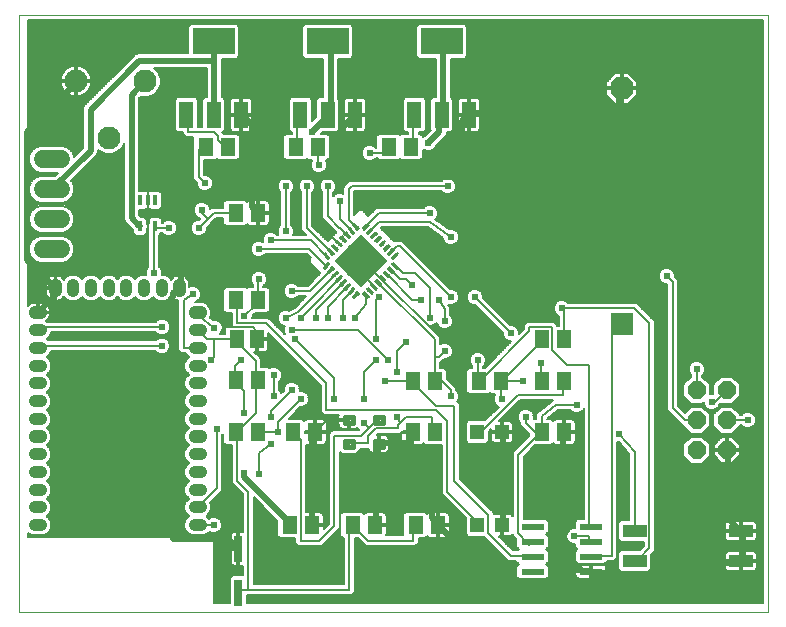
<source format=gtl>
G75*
%MOIN*%
%OFA0B0*%
%FSLAX25Y25*%
%IPPOS*%
%LPD*%
%AMOC8*
5,1,8,0,0,1.08239X$1,22.5*
%
%ADD10C,0.00000*%
%ADD11R,0.05118X0.05906*%
%ADD12C,0.07677*%
%ADD13R,0.07900X0.04300*%
%ADD14R,0.07600X0.07600*%
%ADD15OC8,0.07600*%
%ADD16R,0.07800X0.02100*%
%ADD17R,0.01378X0.03346*%
%ADD18C,0.06000*%
%ADD19R,0.04799X0.08799*%
%ADD20R,0.14173X0.08661*%
%ADD21R,0.02559X0.08661*%
%ADD22C,0.00591*%
%ADD23C,0.01250*%
%ADD24R,0.04724X0.04724*%
%ADD25C,0.01750*%
%ADD26C,0.03898*%
%ADD27OC8,0.06000*%
%ADD28C,0.02000*%
%ADD29C,0.02400*%
%ADD30C,0.00600*%
D10*
X0017000Y0002000D02*
X0017000Y0200961D01*
X0266701Y0200961D01*
X0266701Y0002000D01*
X0017000Y0002000D01*
D11*
X0089260Y0062000D03*
X0096740Y0062000D03*
X0108260Y0062000D03*
X0115740Y0062000D03*
X0096890Y0079400D03*
X0089410Y0079400D03*
X0089654Y0093000D03*
X0096346Y0093000D03*
X0096740Y0106000D03*
X0089260Y0106000D03*
X0089260Y0135000D03*
X0096740Y0135000D03*
X0086740Y0157000D03*
X0079260Y0157000D03*
X0109260Y0157000D03*
X0116740Y0157000D03*
X0140260Y0157000D03*
X0147740Y0157000D03*
X0191260Y0093000D03*
X0198740Y0093000D03*
X0198740Y0079000D03*
X0191260Y0079000D03*
X0177740Y0079000D03*
X0170260Y0079000D03*
X0155740Y0079000D03*
X0148260Y0079000D03*
X0148260Y0062000D03*
X0155740Y0062000D03*
X0191260Y0062000D03*
X0198740Y0062000D03*
X0156740Y0031000D03*
X0149260Y0031000D03*
X0135740Y0031000D03*
X0128260Y0031000D03*
X0114740Y0031000D03*
X0107260Y0031000D03*
D12*
X0047126Y0160102D03*
X0036102Y0179000D03*
X0058937Y0179000D03*
D13*
X0222300Y0029000D03*
X0222300Y0019000D03*
X0257700Y0019000D03*
X0257700Y0029000D03*
D14*
X0218000Y0097882D03*
D15*
X0218000Y0176622D03*
D16*
X0207700Y0030500D03*
X0207700Y0025500D03*
X0207700Y0020500D03*
X0207700Y0015500D03*
X0188300Y0015500D03*
X0188300Y0020500D03*
X0188300Y0025500D03*
X0188300Y0030500D03*
D17*
X0062559Y0130669D03*
X0057441Y0130669D03*
X0057441Y0139331D03*
X0060000Y0139331D03*
X0062559Y0139331D03*
D18*
X0031000Y0143000D02*
X0025000Y0143000D01*
X0025000Y0133000D02*
X0031000Y0133000D01*
X0031000Y0123000D02*
X0025000Y0123000D01*
X0025000Y0153000D02*
X0031000Y0153000D01*
D19*
X0072902Y0167799D03*
X0082000Y0167799D03*
X0091098Y0167799D03*
X0110902Y0167799D03*
X0120000Y0167799D03*
X0129098Y0167799D03*
X0148902Y0167799D03*
X0158000Y0167799D03*
X0167098Y0167799D03*
D20*
X0158000Y0192201D03*
X0120000Y0192201D03*
X0082000Y0192201D03*
D21*
X0090213Y0023087D03*
X0090213Y0008520D03*
D22*
X0130304Y0108143D02*
X0129887Y0108560D01*
X0130304Y0108143D02*
X0128773Y0106612D01*
X0128356Y0107029D01*
X0129887Y0108560D01*
X0129363Y0107202D02*
X0128529Y0107202D01*
X0129119Y0107792D02*
X0129953Y0107792D01*
X0130065Y0108382D02*
X0129709Y0108382D01*
X0128912Y0109535D02*
X0128495Y0109952D01*
X0128912Y0109535D02*
X0127381Y0108004D01*
X0126964Y0108421D01*
X0128495Y0109952D01*
X0127971Y0108594D02*
X0127137Y0108594D01*
X0127727Y0109184D02*
X0128561Y0109184D01*
X0128673Y0109774D02*
X0128317Y0109774D01*
X0127520Y0110927D02*
X0127103Y0111344D01*
X0127520Y0110927D02*
X0125989Y0109396D01*
X0125572Y0109813D01*
X0127103Y0111344D01*
X0126579Y0109986D02*
X0125745Y0109986D01*
X0126335Y0110576D02*
X0127169Y0110576D01*
X0127281Y0111166D02*
X0126925Y0111166D01*
X0126128Y0112319D02*
X0125711Y0112736D01*
X0126128Y0112319D02*
X0124597Y0110788D01*
X0124180Y0111205D01*
X0125711Y0112736D01*
X0125187Y0111378D02*
X0124353Y0111378D01*
X0124943Y0111968D02*
X0125777Y0111968D01*
X0125889Y0112558D02*
X0125533Y0112558D01*
X0124736Y0113711D02*
X0124319Y0114128D01*
X0124736Y0113711D02*
X0123205Y0112180D01*
X0122788Y0112597D01*
X0124319Y0114128D01*
X0123795Y0112770D02*
X0122961Y0112770D01*
X0123551Y0113360D02*
X0124385Y0113360D01*
X0124497Y0113950D02*
X0124141Y0113950D01*
X0123344Y0115103D02*
X0122927Y0115520D01*
X0123344Y0115103D02*
X0121813Y0113572D01*
X0121396Y0113989D01*
X0122927Y0115520D01*
X0122403Y0114162D02*
X0121569Y0114162D01*
X0122159Y0114752D02*
X0122993Y0114752D01*
X0123105Y0115342D02*
X0122749Y0115342D01*
X0121952Y0116495D02*
X0121535Y0116912D01*
X0121952Y0116495D02*
X0120421Y0114964D01*
X0120004Y0115381D01*
X0121535Y0116912D01*
X0121011Y0115554D02*
X0120177Y0115554D01*
X0120767Y0116144D02*
X0121601Y0116144D01*
X0121713Y0116734D02*
X0121357Y0116734D01*
X0120560Y0117887D02*
X0120143Y0118304D01*
X0120560Y0117887D02*
X0119029Y0116356D01*
X0118612Y0116773D01*
X0120143Y0118304D01*
X0119619Y0116946D02*
X0118785Y0116946D01*
X0119375Y0117536D02*
X0120209Y0117536D01*
X0120321Y0118126D02*
X0119965Y0118126D01*
X0120560Y0120113D02*
X0119029Y0121644D01*
X0120560Y0120113D02*
X0120143Y0119696D01*
X0118612Y0121227D01*
X0119029Y0121644D01*
X0119553Y0120286D02*
X0120387Y0120286D01*
X0119797Y0120876D02*
X0118963Y0120876D01*
X0118851Y0121466D02*
X0119207Y0121466D01*
X0120421Y0123036D02*
X0121952Y0121505D01*
X0121535Y0121088D01*
X0120004Y0122619D01*
X0120421Y0123036D01*
X0120945Y0121678D02*
X0121779Y0121678D01*
X0121189Y0122268D02*
X0120355Y0122268D01*
X0120243Y0122858D02*
X0120599Y0122858D01*
X0121813Y0124428D02*
X0123344Y0122897D01*
X0122927Y0122480D01*
X0121396Y0124011D01*
X0121813Y0124428D01*
X0122337Y0123070D02*
X0123171Y0123070D01*
X0122581Y0123660D02*
X0121747Y0123660D01*
X0121635Y0124250D02*
X0121991Y0124250D01*
X0123205Y0125820D02*
X0124736Y0124289D01*
X0124319Y0123872D01*
X0122788Y0125403D01*
X0123205Y0125820D01*
X0123729Y0124462D02*
X0124563Y0124462D01*
X0123973Y0125052D02*
X0123139Y0125052D01*
X0123027Y0125642D02*
X0123383Y0125642D01*
X0124597Y0127212D02*
X0126128Y0125681D01*
X0125711Y0125264D01*
X0124180Y0126795D01*
X0124597Y0127212D01*
X0125121Y0125854D02*
X0125955Y0125854D01*
X0125365Y0126444D02*
X0124531Y0126444D01*
X0124419Y0127034D02*
X0124775Y0127034D01*
X0125989Y0128604D02*
X0127520Y0127073D01*
X0127103Y0126656D01*
X0125572Y0128187D01*
X0125989Y0128604D01*
X0126513Y0127246D02*
X0127347Y0127246D01*
X0126757Y0127836D02*
X0125923Y0127836D01*
X0125811Y0128426D02*
X0126167Y0128426D01*
X0127381Y0129996D02*
X0128912Y0128465D01*
X0128495Y0128048D01*
X0126964Y0129579D01*
X0127381Y0129996D01*
X0127905Y0128638D02*
X0128739Y0128638D01*
X0128149Y0129228D02*
X0127315Y0129228D01*
X0127203Y0129818D02*
X0127559Y0129818D01*
X0128773Y0131388D02*
X0130304Y0129857D01*
X0129887Y0129440D01*
X0128356Y0130971D01*
X0128773Y0131388D01*
X0129297Y0130030D02*
X0130131Y0130030D01*
X0129541Y0130620D02*
X0128707Y0130620D01*
X0128595Y0131210D02*
X0128951Y0131210D01*
X0133227Y0131388D02*
X0133644Y0130971D01*
X0132113Y0129440D01*
X0131696Y0129857D01*
X0133227Y0131388D01*
X0132703Y0130030D02*
X0131869Y0130030D01*
X0132459Y0130620D02*
X0133293Y0130620D01*
X0133405Y0131210D02*
X0133049Y0131210D01*
X0134619Y0129996D02*
X0135036Y0129579D01*
X0133505Y0128048D01*
X0133088Y0128465D01*
X0134619Y0129996D01*
X0134095Y0128638D02*
X0133261Y0128638D01*
X0133851Y0129228D02*
X0134685Y0129228D01*
X0134797Y0129818D02*
X0134441Y0129818D01*
X0136011Y0128604D02*
X0136428Y0128187D01*
X0134897Y0126656D01*
X0134480Y0127073D01*
X0136011Y0128604D01*
X0135487Y0127246D02*
X0134653Y0127246D01*
X0135243Y0127836D02*
X0136077Y0127836D01*
X0136189Y0128426D02*
X0135833Y0128426D01*
X0137403Y0127212D02*
X0137820Y0126795D01*
X0136289Y0125264D01*
X0135872Y0125681D01*
X0137403Y0127212D01*
X0136879Y0125854D02*
X0136045Y0125854D01*
X0136635Y0126444D02*
X0137469Y0126444D01*
X0137581Y0127034D02*
X0137225Y0127034D01*
X0138795Y0125820D02*
X0139212Y0125403D01*
X0137681Y0123872D01*
X0137264Y0124289D01*
X0138795Y0125820D01*
X0138271Y0124462D02*
X0137437Y0124462D01*
X0138027Y0125052D02*
X0138861Y0125052D01*
X0138973Y0125642D02*
X0138617Y0125642D01*
X0140187Y0124428D02*
X0140604Y0124011D01*
X0139073Y0122480D01*
X0138656Y0122897D01*
X0140187Y0124428D01*
X0139663Y0123070D02*
X0138829Y0123070D01*
X0139419Y0123660D02*
X0140253Y0123660D01*
X0140365Y0124250D02*
X0140009Y0124250D01*
X0141579Y0123036D02*
X0141996Y0122619D01*
X0140465Y0121088D01*
X0140048Y0121505D01*
X0141579Y0123036D01*
X0141055Y0121678D02*
X0140221Y0121678D01*
X0140811Y0122268D02*
X0141645Y0122268D01*
X0141757Y0122858D02*
X0141401Y0122858D01*
X0142971Y0121644D02*
X0143388Y0121227D01*
X0141857Y0119696D01*
X0141440Y0120113D01*
X0142971Y0121644D01*
X0142447Y0120286D02*
X0141613Y0120286D01*
X0142203Y0120876D02*
X0143037Y0120876D01*
X0143149Y0121466D02*
X0142793Y0121466D01*
X0141857Y0118304D02*
X0143388Y0116773D01*
X0142971Y0116356D01*
X0141440Y0117887D01*
X0141857Y0118304D01*
X0142381Y0116946D02*
X0143215Y0116946D01*
X0142625Y0117536D02*
X0141791Y0117536D01*
X0141679Y0118126D02*
X0142035Y0118126D01*
X0140465Y0116912D02*
X0141996Y0115381D01*
X0141579Y0114964D01*
X0140048Y0116495D01*
X0140465Y0116912D01*
X0140989Y0115554D02*
X0141823Y0115554D01*
X0141233Y0116144D02*
X0140399Y0116144D01*
X0140287Y0116734D02*
X0140643Y0116734D01*
X0139073Y0115520D02*
X0140604Y0113989D01*
X0140187Y0113572D01*
X0138656Y0115103D01*
X0139073Y0115520D01*
X0139597Y0114162D02*
X0140431Y0114162D01*
X0139841Y0114752D02*
X0139007Y0114752D01*
X0138895Y0115342D02*
X0139251Y0115342D01*
X0137681Y0114128D02*
X0139212Y0112597D01*
X0138795Y0112180D01*
X0137264Y0113711D01*
X0137681Y0114128D01*
X0138205Y0112770D02*
X0139039Y0112770D01*
X0138449Y0113360D02*
X0137615Y0113360D01*
X0137503Y0113950D02*
X0137859Y0113950D01*
X0136289Y0112736D02*
X0137820Y0111205D01*
X0137403Y0110788D01*
X0135872Y0112319D01*
X0136289Y0112736D01*
X0136813Y0111378D02*
X0137647Y0111378D01*
X0137057Y0111968D02*
X0136223Y0111968D01*
X0136111Y0112558D02*
X0136467Y0112558D01*
X0134897Y0111344D02*
X0136428Y0109813D01*
X0136011Y0109396D01*
X0134480Y0110927D01*
X0134897Y0111344D01*
X0135421Y0109986D02*
X0136255Y0109986D01*
X0135665Y0110576D02*
X0134831Y0110576D01*
X0134719Y0111166D02*
X0135075Y0111166D01*
X0133505Y0109952D02*
X0135036Y0108421D01*
X0134619Y0108004D01*
X0133088Y0109535D01*
X0133505Y0109952D01*
X0134029Y0108594D02*
X0134863Y0108594D01*
X0134273Y0109184D02*
X0133439Y0109184D01*
X0133327Y0109774D02*
X0133683Y0109774D01*
X0132113Y0108560D02*
X0133644Y0107029D01*
X0133227Y0106612D01*
X0131696Y0108143D01*
X0132113Y0108560D01*
X0132637Y0107202D02*
X0133471Y0107202D01*
X0132881Y0107792D02*
X0132047Y0107792D01*
X0131935Y0108382D02*
X0132291Y0108382D01*
D23*
X0138954Y0119000D02*
X0131000Y0126954D01*
X0138954Y0119000D02*
X0131000Y0111046D01*
X0123046Y0119000D01*
X0131000Y0126954D01*
X0132249Y0112295D02*
X0129751Y0112295D01*
X0128502Y0113544D02*
X0133498Y0113544D01*
X0134747Y0114793D02*
X0127253Y0114793D01*
X0126004Y0116042D02*
X0135996Y0116042D01*
X0137245Y0117291D02*
X0124755Y0117291D01*
X0123506Y0118540D02*
X0138494Y0118540D01*
X0138165Y0119789D02*
X0123835Y0119789D01*
X0125084Y0121038D02*
X0136916Y0121038D01*
X0135667Y0122287D02*
X0126333Y0122287D01*
X0127582Y0123536D02*
X0134418Y0123536D01*
X0133169Y0124785D02*
X0128831Y0124785D01*
X0130080Y0126034D02*
X0131920Y0126034D01*
D24*
X0169866Y0062000D03*
X0178134Y0062000D03*
X0178134Y0031000D03*
X0169866Y0031000D03*
D25*
X0138375Y0057125D02*
X0135625Y0057125D01*
X0135625Y0058875D01*
X0138375Y0058875D01*
X0138375Y0057125D01*
X0138375Y0058874D02*
X0135625Y0058874D01*
X0135625Y0065125D02*
X0138375Y0065125D01*
X0135625Y0065125D02*
X0135625Y0066875D01*
X0138375Y0066875D01*
X0138375Y0065125D01*
X0138375Y0066874D02*
X0135625Y0066874D01*
X0128375Y0065125D02*
X0125625Y0065125D01*
X0125625Y0066875D01*
X0128375Y0066875D01*
X0128375Y0065125D01*
X0128375Y0066874D02*
X0125625Y0066874D01*
X0125625Y0057125D02*
X0128375Y0057125D01*
X0125625Y0057125D02*
X0125625Y0058875D01*
X0128375Y0058875D01*
X0128375Y0057125D01*
X0128375Y0058874D02*
X0125625Y0058874D01*
D26*
X0077658Y0060547D02*
X0075650Y0060547D01*
X0077658Y0060547D02*
X0077658Y0060509D01*
X0075650Y0060509D01*
X0075650Y0060547D01*
X0075650Y0066452D02*
X0077658Y0066452D01*
X0077658Y0066414D01*
X0075650Y0066414D01*
X0075650Y0066452D01*
X0075650Y0072358D02*
X0077658Y0072358D01*
X0077658Y0072320D01*
X0075650Y0072320D01*
X0075650Y0072358D01*
X0075650Y0078263D02*
X0077658Y0078263D01*
X0077658Y0078225D01*
X0075650Y0078225D01*
X0075650Y0078263D01*
X0075650Y0084169D02*
X0077658Y0084169D01*
X0077658Y0084131D01*
X0075650Y0084131D01*
X0075650Y0084169D01*
X0075650Y0090074D02*
X0077658Y0090074D01*
X0077658Y0090036D01*
X0075650Y0090036D01*
X0075650Y0090074D01*
X0075650Y0095980D02*
X0077658Y0095980D01*
X0077658Y0095942D01*
X0075650Y0095942D01*
X0075650Y0095980D01*
X0075650Y0101885D02*
X0077658Y0101885D01*
X0077658Y0101847D01*
X0075650Y0101847D01*
X0075650Y0101885D01*
X0070572Y0109012D02*
X0070572Y0111020D01*
X0070610Y0111020D01*
X0070610Y0109012D01*
X0070572Y0109012D01*
X0064666Y0109012D02*
X0064666Y0111020D01*
X0064704Y0111020D01*
X0064704Y0109012D01*
X0064666Y0109012D01*
X0058761Y0109012D02*
X0058761Y0111020D01*
X0058799Y0111020D01*
X0058799Y0109012D01*
X0058761Y0109012D01*
X0052855Y0109012D02*
X0052855Y0111020D01*
X0052893Y0111020D01*
X0052893Y0109012D01*
X0052855Y0109012D01*
X0046950Y0109012D02*
X0046950Y0111020D01*
X0046988Y0111020D01*
X0046988Y0109012D01*
X0046950Y0109012D01*
X0041044Y0109012D02*
X0041044Y0111020D01*
X0041082Y0111020D01*
X0041082Y0109012D01*
X0041044Y0109012D01*
X0035138Y0109012D02*
X0035138Y0111020D01*
X0035176Y0111020D01*
X0035176Y0109012D01*
X0035138Y0109012D01*
X0029233Y0109012D02*
X0029233Y0111020D01*
X0029271Y0111020D01*
X0029271Y0109012D01*
X0029233Y0109012D01*
X0024350Y0101847D02*
X0022342Y0101847D01*
X0022342Y0101885D01*
X0024350Y0101885D01*
X0024350Y0101847D01*
X0024350Y0095942D02*
X0022342Y0095942D01*
X0022342Y0095980D01*
X0024350Y0095980D01*
X0024350Y0095942D01*
X0024350Y0090036D02*
X0022342Y0090036D01*
X0022342Y0090074D01*
X0024350Y0090074D01*
X0024350Y0090036D01*
X0024350Y0084131D02*
X0022342Y0084131D01*
X0022342Y0084169D01*
X0024350Y0084169D01*
X0024350Y0084131D01*
X0024350Y0078225D02*
X0022342Y0078225D01*
X0022342Y0078263D01*
X0024350Y0078263D01*
X0024350Y0078225D01*
X0024350Y0072320D02*
X0022342Y0072320D01*
X0022342Y0072358D01*
X0024350Y0072358D01*
X0024350Y0072320D01*
X0024350Y0066414D02*
X0022342Y0066414D01*
X0022342Y0066452D01*
X0024350Y0066452D01*
X0024350Y0066414D01*
X0024350Y0060509D02*
X0022342Y0060509D01*
X0022342Y0060547D01*
X0024350Y0060547D01*
X0024350Y0060509D01*
X0024350Y0054603D02*
X0022342Y0054603D01*
X0022342Y0054641D01*
X0024350Y0054641D01*
X0024350Y0054603D01*
X0024350Y0048698D02*
X0022342Y0048698D01*
X0022342Y0048736D01*
X0024350Y0048736D01*
X0024350Y0048698D01*
X0024350Y0042792D02*
X0022342Y0042792D01*
X0022342Y0042830D01*
X0024350Y0042830D01*
X0024350Y0042792D01*
X0024350Y0036887D02*
X0022342Y0036887D01*
X0022342Y0036925D01*
X0024350Y0036925D01*
X0024350Y0036887D01*
X0024350Y0030981D02*
X0022342Y0030981D01*
X0022342Y0031019D01*
X0024350Y0031019D01*
X0024350Y0030981D01*
X0075650Y0031019D02*
X0077658Y0031019D01*
X0077658Y0030981D01*
X0075650Y0030981D01*
X0075650Y0031019D01*
X0075650Y0036925D02*
X0077658Y0036925D01*
X0077658Y0036887D01*
X0075650Y0036887D01*
X0075650Y0036925D01*
X0075650Y0042830D02*
X0077658Y0042830D01*
X0077658Y0042792D01*
X0075650Y0042792D01*
X0075650Y0042830D01*
X0075650Y0048736D02*
X0077658Y0048736D01*
X0077658Y0048698D01*
X0075650Y0048698D01*
X0075650Y0048736D01*
X0075650Y0054641D02*
X0077658Y0054641D01*
X0077658Y0054603D01*
X0075650Y0054603D01*
X0075650Y0054641D01*
D27*
X0243000Y0056000D03*
X0253000Y0056000D03*
X0253000Y0066000D03*
X0243000Y0066000D03*
X0243000Y0076000D03*
X0253000Y0076000D03*
D28*
X0253000Y0056000D02*
X0253500Y0055750D01*
X0253500Y0050750D01*
X0229750Y0050750D01*
X0229750Y0155750D01*
X0217250Y0168250D01*
X0217250Y0175750D01*
X0218000Y0176622D01*
X0217250Y0168250D02*
X0167250Y0168250D01*
X0167098Y0167799D01*
X0166000Y0167000D01*
X0164750Y0165750D01*
X0164750Y0147000D01*
X0121250Y0147000D01*
X0124625Y0151625D01*
X0124750Y0155750D01*
X0124750Y0163250D01*
X0128500Y0167000D01*
X0129098Y0167799D01*
X0121000Y0168250D02*
X0120000Y0167799D01*
X0119750Y0167000D01*
X0114750Y0162000D01*
X0121000Y0168250D02*
X0121000Y0192000D01*
X0120000Y0192201D01*
X0094750Y0164500D02*
X0092250Y0167000D01*
X0091098Y0167799D01*
X0094750Y0164500D02*
X0094750Y0147000D01*
X0116000Y0147000D01*
X0121000Y0147000D01*
X0122000Y0148000D01*
X0124625Y0151625D01*
X0096740Y0135000D02*
X0096000Y0135750D01*
X0094750Y0137000D01*
X0094750Y0140750D01*
X0071000Y0140750D01*
X0071000Y0116000D01*
X0071000Y0110750D01*
X0070591Y0110016D01*
X0069750Y0109500D01*
X0068500Y0108250D01*
X0068500Y0107000D01*
X0067875Y0106375D01*
X0068500Y0105750D01*
X0068500Y0026250D01*
X0087000Y0026250D01*
X0087000Y0026000D01*
X0089750Y0023250D01*
X0090213Y0023087D01*
X0107260Y0031000D02*
X0107250Y0032000D01*
X0092250Y0047000D01*
X0092250Y0048250D01*
X0114750Y0050750D02*
X0114750Y0032000D01*
X0114740Y0031000D01*
X0135740Y0031000D02*
X0136000Y0032000D01*
X0136000Y0057000D01*
X0137000Y0058000D01*
X0137250Y0058250D01*
X0147250Y0058250D01*
X0154750Y0050750D01*
X0154750Y0033250D01*
X0156000Y0032000D01*
X0156740Y0031000D01*
X0157250Y0030750D01*
X0176000Y0012000D01*
X0198500Y0012000D01*
X0198500Y0020750D01*
X0199125Y0021375D01*
X0198500Y0022000D01*
X0198500Y0062000D01*
X0198740Y0062000D01*
X0178500Y0062000D02*
X0178500Y0057000D01*
X0164750Y0057000D01*
X0164750Y0096000D01*
X0164750Y0147000D01*
X0153500Y0158250D02*
X0157250Y0162000D01*
X0157250Y0167000D01*
X0158000Y0167799D01*
X0158500Y0168250D01*
X0158500Y0192000D01*
X0158000Y0192201D01*
X0094750Y0147000D02*
X0094750Y0140750D01*
X0082000Y0167799D02*
X0082250Y0168250D01*
X0082250Y0185750D01*
X0057250Y0185750D01*
X0041000Y0169500D01*
X0041000Y0155750D01*
X0028500Y0143250D01*
X0028000Y0143000D01*
X0019750Y0162000D02*
X0019750Y0119500D01*
X0028500Y0110750D01*
X0029252Y0110016D01*
X0028500Y0109500D01*
X0028500Y0107000D01*
X0026625Y0105125D01*
X0027250Y0104500D01*
X0066000Y0104500D01*
X0067875Y0106375D01*
X0057441Y0130669D02*
X0057250Y0130750D01*
X0054750Y0133250D01*
X0054750Y0174500D01*
X0058500Y0178250D01*
X0058937Y0179000D01*
X0036102Y0179000D02*
X0036000Y0178250D01*
X0019750Y0162000D01*
X0082250Y0185750D02*
X0082250Y0192000D01*
X0082000Y0192201D01*
X0026625Y0105125D02*
X0023500Y0102000D01*
X0023346Y0101866D01*
X0114750Y0062000D02*
X0114750Y0050750D01*
X0119750Y0050750D01*
X0115740Y0062000D02*
X0114750Y0062000D01*
X0147250Y0062000D02*
X0147250Y0058250D01*
X0147250Y0062000D02*
X0148260Y0062000D01*
X0178134Y0062000D02*
X0178500Y0062000D01*
X0178500Y0057000D02*
X0178500Y0032000D01*
X0178134Y0031000D01*
X0199125Y0021375D02*
X0204750Y0015750D01*
X0207250Y0015750D01*
X0207700Y0015500D01*
X0208500Y0014500D01*
X0227250Y0014500D01*
X0228500Y0015750D01*
X0228500Y0018250D01*
X0257250Y0018250D01*
X0257700Y0019000D01*
X0258500Y0019500D01*
X0258500Y0028250D01*
X0257700Y0029000D01*
X0257250Y0029500D01*
X0253500Y0033250D01*
X0253500Y0050750D01*
D29*
X0260000Y0066000D03*
X0248000Y0072000D03*
X0243000Y0083000D03*
X0217250Y0061250D03*
X0203000Y0071000D03*
X0186000Y0067000D03*
X0178000Y0073000D03*
X0185000Y0079000D03*
X0191000Y0085000D03*
X0181000Y0095000D03*
X0170000Y0086000D03*
X0159000Y0089000D03*
X0159000Y0099000D03*
X0154000Y0100000D03*
X0151000Y0106000D03*
X0148000Y0111000D03*
X0157000Y0106000D03*
X0161000Y0107000D03*
X0169000Y0107000D03*
X0146000Y0092000D03*
X0140000Y0086000D03*
X0136000Y0086000D03*
X0136000Y0093000D03*
X0129000Y0100000D03*
X0125000Y0100000D03*
X0120000Y0100000D03*
X0116000Y0100000D03*
X0111000Y0100000D03*
X0108000Y0096000D03*
X0109000Y0093000D03*
X0106000Y0100000D03*
X0108000Y0109000D03*
X0097000Y0113000D03*
X0097000Y0123000D03*
X0101000Y0126000D03*
X0106000Y0129000D03*
X0124000Y0139000D03*
X0120000Y0144000D03*
X0113000Y0144000D03*
X0106000Y0144000D03*
X0117000Y0151000D03*
X0114750Y0162000D03*
X0134000Y0155000D03*
X0153500Y0158250D03*
X0160000Y0144000D03*
X0154000Y0135000D03*
X0161000Y0127000D03*
X0137000Y0107000D03*
X0143000Y0082000D03*
X0139000Y0079000D03*
X0132000Y0073000D03*
X0132000Y0065000D03*
X0143000Y0067000D03*
X0161000Y0074000D03*
X0122000Y0073000D03*
X0111000Y0073000D03*
X0108000Y0076000D03*
X0102000Y0074000D03*
X0101000Y0067000D03*
X0103500Y0062000D03*
X0101000Y0058000D03*
X0097000Y0048000D03*
X0092250Y0048250D03*
X0083000Y0063000D03*
X0092250Y0068500D03*
X0102000Y0081000D03*
X0091000Y0086000D03*
X0081000Y0086000D03*
X0082250Y0096750D03*
X0092250Y0100750D03*
X0075000Y0108000D03*
X0062000Y0115000D03*
X0067000Y0130000D03*
X0077000Y0130000D03*
X0078000Y0136000D03*
X0079000Y0145000D03*
X0064750Y0097000D03*
X0064750Y0090750D03*
X0119750Y0050750D03*
X0082000Y0031000D03*
X0198000Y0103250D03*
X0233000Y0114000D03*
X0202250Y0027250D03*
D30*
X0207250Y0027250D01*
X0207250Y0025750D01*
X0207700Y0025500D01*
X0208500Y0020750D02*
X0207700Y0020500D01*
X0208500Y0020750D02*
X0214750Y0020750D01*
X0214750Y0094500D01*
X0217250Y0097000D01*
X0218000Y0097882D01*
X0224897Y0103148D02*
X0233200Y0103148D01*
X0233200Y0102550D02*
X0225496Y0102550D01*
X0226094Y0101951D02*
X0233200Y0101951D01*
X0233200Y0101353D02*
X0226693Y0101353D01*
X0227291Y0100754D02*
X0233200Y0100754D01*
X0233200Y0100156D02*
X0227890Y0100156D01*
X0227996Y0100050D02*
X0224050Y0103996D01*
X0222996Y0105050D01*
X0200018Y0105050D01*
X0199529Y0105539D01*
X0198537Y0105950D01*
X0197463Y0105950D01*
X0196471Y0105539D01*
X0195711Y0104779D01*
X0195300Y0103787D01*
X0195300Y0102713D01*
X0195711Y0101721D01*
X0196471Y0100961D01*
X0196940Y0100767D01*
X0196940Y0097453D01*
X0196550Y0097453D01*
X0196550Y0097746D01*
X0195496Y0098800D01*
X0186504Y0098800D01*
X0185450Y0097746D01*
X0185450Y0096496D01*
X0183700Y0094746D01*
X0183700Y0095537D01*
X0183289Y0096529D01*
X0182529Y0097289D01*
X0181537Y0097700D01*
X0180846Y0097700D01*
X0171700Y0106846D01*
X0171700Y0107537D01*
X0171289Y0108529D01*
X0170529Y0109289D01*
X0169537Y0109700D01*
X0168463Y0109700D01*
X0167471Y0109289D01*
X0166711Y0108529D01*
X0166300Y0107537D01*
X0166300Y0106463D01*
X0166711Y0105471D01*
X0167471Y0104711D01*
X0168463Y0104300D01*
X0169154Y0104300D01*
X0178300Y0095154D01*
X0178300Y0094463D01*
X0178711Y0093471D01*
X0179471Y0092711D01*
X0180463Y0092300D01*
X0181254Y0092300D01*
X0172407Y0083453D01*
X0171800Y0083453D01*
X0171800Y0083982D01*
X0172289Y0084471D01*
X0172700Y0085463D01*
X0172700Y0086537D01*
X0172289Y0087529D01*
X0171529Y0088289D01*
X0170537Y0088700D01*
X0169463Y0088700D01*
X0168471Y0088289D01*
X0167711Y0087529D01*
X0167300Y0086537D01*
X0167300Y0085463D01*
X0167711Y0084471D01*
X0168200Y0083982D01*
X0168200Y0083453D01*
X0167079Y0083453D01*
X0166201Y0082574D01*
X0166201Y0075426D01*
X0167079Y0074547D01*
X0173440Y0074547D01*
X0174000Y0075107D01*
X0174560Y0074547D01*
X0175729Y0074547D01*
X0175711Y0074529D01*
X0175300Y0073537D01*
X0175300Y0072463D01*
X0175711Y0071471D01*
X0176471Y0070711D01*
X0176962Y0070508D01*
X0172317Y0065862D01*
X0166883Y0065862D01*
X0166004Y0064984D01*
X0166004Y0059016D01*
X0166883Y0058138D01*
X0172850Y0058138D01*
X0173728Y0059016D01*
X0173728Y0062183D01*
X0174472Y0062926D01*
X0174472Y0062300D01*
X0177834Y0062300D01*
X0177834Y0065662D01*
X0177208Y0065662D01*
X0184246Y0072700D01*
X0195154Y0072700D01*
X0194802Y0072348D01*
X0190635Y0069060D01*
X0190514Y0069060D01*
X0190062Y0068607D01*
X0189560Y0068211D01*
X0189545Y0068091D01*
X0189460Y0068005D01*
X0189460Y0067366D01*
X0189385Y0066730D01*
X0189460Y0066635D01*
X0189460Y0066453D01*
X0188696Y0066453D01*
X0188700Y0066463D01*
X0188700Y0067537D01*
X0188289Y0068529D01*
X0187529Y0069289D01*
X0186537Y0069700D01*
X0185463Y0069700D01*
X0184471Y0069289D01*
X0183711Y0068529D01*
X0183300Y0067537D01*
X0183300Y0066463D01*
X0183711Y0065471D01*
X0184200Y0064982D01*
X0184200Y0064254D01*
X0187200Y0061254D01*
X0187201Y0061254D01*
X0187201Y0060746D01*
X0181700Y0055246D01*
X0181700Y0033877D01*
X0181536Y0034160D01*
X0181294Y0034402D01*
X0180998Y0034574D01*
X0180667Y0034662D01*
X0178434Y0034662D01*
X0178434Y0031300D01*
X0177834Y0031300D01*
X0177834Y0034662D01*
X0175600Y0034662D01*
X0175300Y0034582D01*
X0175300Y0035246D01*
X0174246Y0036300D01*
X0164050Y0046496D01*
X0164050Y0071496D01*
X0163182Y0072364D01*
X0163289Y0072471D01*
X0163700Y0073463D01*
X0163700Y0074537D01*
X0163289Y0075529D01*
X0162800Y0076018D01*
X0162800Y0076746D01*
X0161746Y0077800D01*
X0159799Y0079746D01*
X0159799Y0082574D01*
X0158921Y0083453D01*
X0157540Y0083453D01*
X0157540Y0085200D01*
X0157746Y0085200D01*
X0158800Y0086254D01*
X0158800Y0086254D01*
X0158846Y0086300D01*
X0159537Y0086300D01*
X0160529Y0086711D01*
X0161289Y0087471D01*
X0161700Y0088463D01*
X0161700Y0089537D01*
X0161289Y0090529D01*
X0160529Y0091289D01*
X0159537Y0091700D01*
X0158463Y0091700D01*
X0157540Y0091318D01*
X0157540Y0093613D01*
X0156486Y0094668D01*
X0153854Y0097300D01*
X0154537Y0097300D01*
X0155529Y0097711D01*
X0156289Y0098471D01*
X0156300Y0098497D01*
X0156300Y0098463D01*
X0156711Y0097471D01*
X0157471Y0096711D01*
X0158463Y0096300D01*
X0159537Y0096300D01*
X0160529Y0096711D01*
X0161289Y0097471D01*
X0161700Y0098463D01*
X0161700Y0099537D01*
X0161289Y0100529D01*
X0160800Y0101018D01*
X0160800Y0102822D01*
X0160911Y0103378D01*
X0160800Y0103545D01*
X0160800Y0103746D01*
X0160399Y0104147D01*
X0160233Y0104395D01*
X0160463Y0104300D01*
X0161537Y0104300D01*
X0162529Y0104711D01*
X0163289Y0105471D01*
X0163700Y0106463D01*
X0163700Y0107537D01*
X0163289Y0108529D01*
X0162529Y0109289D01*
X0161537Y0109700D01*
X0160846Y0109700D01*
X0144746Y0125800D01*
X0142214Y0125800D01*
X0142046Y0125632D01*
X0137612Y0130066D01*
X0137747Y0130201D01*
X0153402Y0130221D01*
X0158300Y0126718D01*
X0158300Y0126463D01*
X0158711Y0125471D01*
X0159471Y0124711D01*
X0160463Y0124300D01*
X0161537Y0124300D01*
X0162529Y0124711D01*
X0163289Y0125471D01*
X0163700Y0126463D01*
X0163700Y0127537D01*
X0163289Y0128529D01*
X0162529Y0129289D01*
X0161537Y0129700D01*
X0160463Y0129700D01*
X0160372Y0129662D01*
X0155771Y0132953D01*
X0156289Y0133471D01*
X0156700Y0134463D01*
X0156700Y0135537D01*
X0156289Y0136529D01*
X0155529Y0137289D01*
X0154537Y0137700D01*
X0153463Y0137700D01*
X0152471Y0137289D01*
X0151982Y0136800D01*
X0136254Y0136800D01*
X0135200Y0135746D01*
X0133566Y0134112D01*
X0131621Y0136056D01*
X0130379Y0136056D01*
X0128800Y0134478D01*
X0128800Y0142200D01*
X0157982Y0142200D01*
X0158471Y0141711D01*
X0159463Y0141300D01*
X0160537Y0141300D01*
X0161529Y0141711D01*
X0162289Y0142471D01*
X0162700Y0143463D01*
X0162700Y0144537D01*
X0162289Y0145529D01*
X0161529Y0146289D01*
X0160537Y0146700D01*
X0159463Y0146700D01*
X0158471Y0146289D01*
X0157982Y0145800D01*
X0127254Y0145800D01*
X0126200Y0144746D01*
X0125200Y0143746D01*
X0125200Y0141425D01*
X0124537Y0141700D01*
X0123463Y0141700D01*
X0122471Y0141289D01*
X0121800Y0140618D01*
X0121800Y0141982D01*
X0122289Y0142471D01*
X0122700Y0143463D01*
X0122700Y0144537D01*
X0122289Y0145529D01*
X0121529Y0146289D01*
X0120537Y0146700D01*
X0119463Y0146700D01*
X0118471Y0146289D01*
X0117711Y0145529D01*
X0117300Y0144537D01*
X0117300Y0143463D01*
X0117711Y0142471D01*
X0118200Y0141982D01*
X0118200Y0133254D01*
X0119254Y0132200D01*
X0122888Y0128566D01*
X0119954Y0125632D01*
X0114800Y0130786D01*
X0114800Y0141982D01*
X0115289Y0142471D01*
X0115700Y0143463D01*
X0115700Y0144537D01*
X0115289Y0145529D01*
X0114529Y0146289D01*
X0113537Y0146700D01*
X0112463Y0146700D01*
X0111471Y0146289D01*
X0110711Y0145529D01*
X0110300Y0144537D01*
X0110300Y0143463D01*
X0110711Y0142471D01*
X0111200Y0141982D01*
X0111200Y0129295D01*
X0112254Y0128240D01*
X0112695Y0127800D01*
X0108425Y0127800D01*
X0108700Y0128463D01*
X0108700Y0129537D01*
X0108289Y0130529D01*
X0107800Y0131018D01*
X0107800Y0141982D01*
X0108289Y0142471D01*
X0108700Y0143463D01*
X0108700Y0144537D01*
X0108289Y0145529D01*
X0107529Y0146289D01*
X0106537Y0146700D01*
X0105463Y0146700D01*
X0104471Y0146289D01*
X0103711Y0145529D01*
X0103300Y0144537D01*
X0103300Y0143463D01*
X0103711Y0142471D01*
X0104200Y0141982D01*
X0104200Y0131018D01*
X0103711Y0130529D01*
X0103300Y0129537D01*
X0103300Y0128463D01*
X0103575Y0127800D01*
X0103018Y0127800D01*
X0102529Y0128289D01*
X0101537Y0128700D01*
X0100463Y0128700D01*
X0099471Y0128289D01*
X0098711Y0127529D01*
X0098300Y0126537D01*
X0098300Y0125463D01*
X0098339Y0125368D01*
X0097537Y0125700D01*
X0096463Y0125700D01*
X0095471Y0125289D01*
X0094711Y0124529D01*
X0094300Y0123537D01*
X0094300Y0122463D01*
X0094711Y0121471D01*
X0095471Y0120711D01*
X0096463Y0120300D01*
X0097537Y0120300D01*
X0098529Y0120711D01*
X0099018Y0121200D01*
X0113170Y0121200D01*
X0114346Y0120024D01*
X0113944Y0119621D01*
X0113944Y0118379D01*
X0117409Y0114914D01*
X0113295Y0110800D01*
X0110018Y0110800D01*
X0109529Y0111289D01*
X0108537Y0111700D01*
X0107463Y0111700D01*
X0106471Y0111289D01*
X0105711Y0110529D01*
X0105300Y0109537D01*
X0105300Y0108463D01*
X0105711Y0107471D01*
X0106471Y0106711D01*
X0107463Y0106300D01*
X0108537Y0106300D01*
X0109529Y0106711D01*
X0110018Y0107200D01*
X0112654Y0107200D01*
X0108934Y0103479D01*
X0106995Y0102510D01*
X0106537Y0102700D01*
X0105463Y0102700D01*
X0104471Y0102289D01*
X0103711Y0101529D01*
X0103300Y0100537D01*
X0103300Y0099463D01*
X0103711Y0098471D01*
X0104471Y0097711D01*
X0105463Y0097300D01*
X0105616Y0097300D01*
X0105300Y0096537D01*
X0105300Y0095463D01*
X0105630Y0094665D01*
X0101300Y0098996D01*
X0100246Y0100050D01*
X0094882Y0100050D01*
X0094950Y0100213D01*
X0094950Y0100904D01*
X0095593Y0101547D01*
X0099921Y0101547D01*
X0100799Y0102426D01*
X0100799Y0109574D01*
X0099921Y0110453D01*
X0098540Y0110453D01*
X0098540Y0110722D01*
X0099289Y0111471D01*
X0099700Y0112463D01*
X0099700Y0113537D01*
X0099289Y0114529D01*
X0098529Y0115289D01*
X0097537Y0115700D01*
X0096463Y0115700D01*
X0095471Y0115289D01*
X0094711Y0114529D01*
X0094300Y0113537D01*
X0094300Y0112463D01*
X0094711Y0111471D01*
X0094940Y0111241D01*
X0094940Y0110453D01*
X0093560Y0110453D01*
X0093000Y0109893D01*
X0092440Y0110453D01*
X0086079Y0110453D01*
X0085201Y0109574D01*
X0085201Y0102426D01*
X0086079Y0101547D01*
X0087950Y0101547D01*
X0087950Y0097504D01*
X0088002Y0097453D01*
X0086473Y0097453D01*
X0085594Y0096574D01*
X0085594Y0094800D01*
X0084118Y0094800D01*
X0084539Y0095221D01*
X0084950Y0096213D01*
X0084950Y0097287D01*
X0084539Y0098279D01*
X0083779Y0099039D01*
X0082787Y0099450D01*
X0081756Y0099450D01*
X0080736Y0100266D01*
X0081106Y0101160D01*
X0081106Y0102572D01*
X0080581Y0103839D01*
X0079611Y0104810D01*
X0078343Y0105335D01*
X0075621Y0105335D01*
X0076529Y0105711D01*
X0077289Y0106471D01*
X0077700Y0107463D01*
X0077700Y0108537D01*
X0077289Y0109529D01*
X0076529Y0110289D01*
X0075537Y0110700D01*
X0074463Y0110700D01*
X0073859Y0110450D01*
X0073859Y0111340D01*
X0073734Y0111967D01*
X0073489Y0112559D01*
X0073134Y0113091D01*
X0072681Y0113543D01*
X0072149Y0113899D01*
X0071558Y0114144D01*
X0070930Y0114268D01*
X0070891Y0114268D01*
X0070891Y0110316D01*
X0070291Y0110316D01*
X0070291Y0114268D01*
X0070251Y0114268D01*
X0069623Y0114144D01*
X0069032Y0113899D01*
X0068500Y0113543D01*
X0068047Y0113091D01*
X0067759Y0112659D01*
X0067628Y0112973D01*
X0066658Y0113943D01*
X0065391Y0114468D01*
X0064700Y0114468D01*
X0064700Y0115537D01*
X0064289Y0116529D01*
X0063800Y0117018D01*
X0063800Y0127496D01*
X0063869Y0127496D01*
X0064573Y0128200D01*
X0064982Y0128200D01*
X0065471Y0127711D01*
X0066463Y0127300D01*
X0067537Y0127300D01*
X0068529Y0127711D01*
X0069289Y0128471D01*
X0069700Y0129463D01*
X0069700Y0130537D01*
X0069289Y0131529D01*
X0068529Y0132289D01*
X0067537Y0132700D01*
X0066463Y0132700D01*
X0065471Y0132289D01*
X0064982Y0131800D01*
X0064748Y0131800D01*
X0064748Y0132964D01*
X0063869Y0133843D01*
X0061249Y0133843D01*
X0060370Y0132964D01*
X0060370Y0131585D01*
X0060200Y0131415D01*
X0060200Y0117018D01*
X0059711Y0116529D01*
X0059300Y0115537D01*
X0059300Y0114468D01*
X0058074Y0114468D01*
X0056806Y0113943D01*
X0055836Y0112973D01*
X0055827Y0112951D01*
X0055817Y0112973D01*
X0054847Y0113943D01*
X0053580Y0114468D01*
X0052168Y0114468D01*
X0050901Y0113943D01*
X0049931Y0112973D01*
X0049921Y0112951D01*
X0049912Y0112973D01*
X0048942Y0113943D01*
X0047674Y0114468D01*
X0046263Y0114468D01*
X0044995Y0113943D01*
X0044025Y0112973D01*
X0044016Y0112951D01*
X0044006Y0112973D01*
X0043036Y0113943D01*
X0041769Y0114468D01*
X0040357Y0114468D01*
X0039090Y0113943D01*
X0038120Y0112973D01*
X0038110Y0112951D01*
X0038101Y0112973D01*
X0037131Y0113943D01*
X0035863Y0114468D01*
X0034452Y0114468D01*
X0033184Y0113943D01*
X0032214Y0112973D01*
X0032084Y0112659D01*
X0031795Y0113091D01*
X0031343Y0113543D01*
X0030811Y0113899D01*
X0030219Y0114144D01*
X0029592Y0114268D01*
X0029552Y0114268D01*
X0029552Y0110316D01*
X0028952Y0110316D01*
X0028952Y0114268D01*
X0028912Y0114268D01*
X0028285Y0114144D01*
X0027693Y0113899D01*
X0027161Y0113543D01*
X0026709Y0113091D01*
X0026353Y0112559D01*
X0026108Y0111967D01*
X0025983Y0111340D01*
X0025983Y0110316D01*
X0028952Y0110316D01*
X0028952Y0109716D01*
X0025983Y0109716D01*
X0025983Y0108692D01*
X0026108Y0108064D01*
X0026353Y0107473D01*
X0026709Y0106941D01*
X0027161Y0106488D01*
X0027693Y0106133D01*
X0028285Y0105888D01*
X0028912Y0105763D01*
X0028952Y0105763D01*
X0028952Y0109716D01*
X0029552Y0109716D01*
X0029552Y0105763D01*
X0029592Y0105763D01*
X0030219Y0105888D01*
X0030811Y0106133D01*
X0031343Y0106488D01*
X0031795Y0106941D01*
X0032084Y0107373D01*
X0032214Y0107058D01*
X0033184Y0106088D01*
X0034452Y0105563D01*
X0035863Y0105563D01*
X0037131Y0106088D01*
X0038101Y0107058D01*
X0038110Y0107081D01*
X0038120Y0107058D01*
X0039090Y0106088D01*
X0040357Y0105563D01*
X0041769Y0105563D01*
X0043036Y0106088D01*
X0044006Y0107058D01*
X0044016Y0107081D01*
X0044025Y0107058D01*
X0044995Y0106088D01*
X0046263Y0105563D01*
X0047674Y0105563D01*
X0048942Y0106088D01*
X0049912Y0107058D01*
X0049921Y0107081D01*
X0049931Y0107058D01*
X0050901Y0106088D01*
X0052168Y0105563D01*
X0053580Y0105563D01*
X0054847Y0106088D01*
X0055817Y0107058D01*
X0055827Y0107081D01*
X0055836Y0107058D01*
X0056806Y0106088D01*
X0058074Y0105563D01*
X0059485Y0105563D01*
X0060753Y0106088D01*
X0061723Y0107058D01*
X0061732Y0107081D01*
X0061742Y0107058D01*
X0062712Y0106088D01*
X0063979Y0105563D01*
X0065391Y0105563D01*
X0066658Y0106088D01*
X0067628Y0107058D01*
X0067759Y0107373D01*
X0068047Y0106941D01*
X0068500Y0106488D01*
X0069032Y0106133D01*
X0069623Y0105888D01*
X0070122Y0105789D01*
X0070089Y0105622D01*
X0070200Y0105455D01*
X0070200Y0089254D01*
X0071254Y0088200D01*
X0072677Y0088200D01*
X0072726Y0088082D01*
X0073696Y0087112D01*
X0073718Y0087102D01*
X0073696Y0087093D01*
X0072726Y0086123D01*
X0072201Y0084855D01*
X0072201Y0083444D01*
X0072726Y0082176D01*
X0073696Y0081206D01*
X0073718Y0081197D01*
X0073696Y0081188D01*
X0072726Y0080217D01*
X0072201Y0078950D01*
X0072201Y0077538D01*
X0072726Y0076271D01*
X0073696Y0075301D01*
X0073718Y0075291D01*
X0073696Y0075282D01*
X0072726Y0074312D01*
X0072201Y0073044D01*
X0072201Y0071633D01*
X0072726Y0070365D01*
X0073696Y0069395D01*
X0073718Y0069386D01*
X0073696Y0069377D01*
X0072726Y0068406D01*
X0072201Y0067139D01*
X0072201Y0065727D01*
X0072726Y0064460D01*
X0073696Y0063490D01*
X0073718Y0063480D01*
X0073696Y0063471D01*
X0072726Y0062501D01*
X0072201Y0061233D01*
X0072201Y0059822D01*
X0072726Y0058554D01*
X0073696Y0057584D01*
X0073718Y0057575D01*
X0073696Y0057565D01*
X0072726Y0056595D01*
X0072201Y0055328D01*
X0072201Y0053916D01*
X0072726Y0052649D01*
X0073696Y0051679D01*
X0073718Y0051669D01*
X0073696Y0051660D01*
X0072726Y0050690D01*
X0072201Y0049422D01*
X0072201Y0048011D01*
X0072726Y0046743D01*
X0073696Y0045773D01*
X0073718Y0045764D01*
X0073696Y0045754D01*
X0072726Y0044784D01*
X0072201Y0043517D01*
X0072201Y0042105D01*
X0072726Y0040838D01*
X0073696Y0039868D01*
X0073718Y0039858D01*
X0073696Y0039849D01*
X0072726Y0038879D01*
X0072201Y0037611D01*
X0072201Y0036200D01*
X0072726Y0034932D01*
X0073696Y0033962D01*
X0073718Y0033953D01*
X0073696Y0033943D01*
X0072726Y0032973D01*
X0072201Y0031706D01*
X0072201Y0030294D01*
X0072726Y0029027D01*
X0073696Y0028057D01*
X0074964Y0027531D01*
X0078343Y0027531D01*
X0079611Y0028057D01*
X0080368Y0028814D01*
X0080471Y0028711D01*
X0081463Y0028300D01*
X0082537Y0028300D01*
X0083529Y0028711D01*
X0084289Y0029471D01*
X0084700Y0030463D01*
X0084700Y0031537D01*
X0084289Y0032529D01*
X0083529Y0033289D01*
X0082537Y0033700D01*
X0081463Y0033700D01*
X0080471Y0033289D01*
X0080368Y0033186D01*
X0079611Y0033943D01*
X0079589Y0033953D01*
X0079611Y0033962D01*
X0080581Y0034932D01*
X0081106Y0036200D01*
X0081106Y0037611D01*
X0080754Y0038461D01*
X0084800Y0042506D01*
X0084800Y0060982D01*
X0085201Y0061382D01*
X0085201Y0058426D01*
X0086079Y0057547D01*
X0087950Y0057547D01*
X0087950Y0045004D01*
X0089004Y0043950D01*
X0091700Y0041254D01*
X0091700Y0028707D01*
X0091663Y0028717D01*
X0090513Y0028717D01*
X0090513Y0023387D01*
X0089913Y0023387D01*
X0089913Y0028717D01*
X0088762Y0028717D01*
X0088431Y0028629D01*
X0088135Y0028458D01*
X0087893Y0028216D01*
X0087722Y0027919D01*
X0087633Y0027588D01*
X0087633Y0023387D01*
X0089913Y0023387D01*
X0089913Y0022787D01*
X0090513Y0022787D01*
X0090513Y0017456D01*
X0091663Y0017456D01*
X0091700Y0017466D01*
X0091700Y0014350D01*
X0088312Y0014350D01*
X0087433Y0013472D01*
X0087433Y0005000D01*
X0082000Y0005000D01*
X0082000Y0027000D01*
X0020000Y0027000D01*
X0020000Y0028445D01*
X0020389Y0028057D01*
X0021656Y0027531D01*
X0025036Y0027531D01*
X0026304Y0028057D01*
X0027274Y0029027D01*
X0027799Y0030294D01*
X0027799Y0031706D01*
X0027274Y0032973D01*
X0026304Y0033943D01*
X0026281Y0033953D01*
X0026304Y0033962D01*
X0027274Y0034932D01*
X0027799Y0036200D01*
X0027799Y0037611D01*
X0027274Y0038879D01*
X0026304Y0039849D01*
X0026281Y0039858D01*
X0026304Y0039868D01*
X0027274Y0040838D01*
X0027799Y0042105D01*
X0027799Y0043517D01*
X0027274Y0044784D01*
X0026304Y0045754D01*
X0026281Y0045764D01*
X0026304Y0045773D01*
X0027274Y0046743D01*
X0027799Y0048011D01*
X0027799Y0049422D01*
X0027274Y0050690D01*
X0026304Y0051660D01*
X0026281Y0051669D01*
X0026304Y0051679D01*
X0027274Y0052649D01*
X0027799Y0053916D01*
X0027799Y0055328D01*
X0027274Y0056595D01*
X0026304Y0057565D01*
X0026281Y0057575D01*
X0026304Y0057584D01*
X0027274Y0058554D01*
X0027799Y0059822D01*
X0027799Y0061233D01*
X0027274Y0062501D01*
X0026304Y0063471D01*
X0026281Y0063480D01*
X0026304Y0063490D01*
X0027274Y0064460D01*
X0027799Y0065727D01*
X0027799Y0067139D01*
X0027274Y0068406D01*
X0026304Y0069377D01*
X0026281Y0069386D01*
X0026304Y0069395D01*
X0027274Y0070365D01*
X0027799Y0071633D01*
X0027799Y0073044D01*
X0027274Y0074312D01*
X0026304Y0075282D01*
X0026281Y0075291D01*
X0026304Y0075301D01*
X0027274Y0076271D01*
X0027799Y0077538D01*
X0027799Y0078950D01*
X0027274Y0080217D01*
X0026304Y0081188D01*
X0026281Y0081197D01*
X0026304Y0081206D01*
X0027274Y0082176D01*
X0027799Y0083444D01*
X0027799Y0084855D01*
X0027274Y0086123D01*
X0026304Y0087093D01*
X0026281Y0087102D01*
X0026304Y0087112D01*
X0027274Y0088082D01*
X0027634Y0088950D01*
X0062732Y0088950D01*
X0063221Y0088461D01*
X0064213Y0088050D01*
X0065287Y0088050D01*
X0066279Y0088461D01*
X0067039Y0089221D01*
X0067450Y0090213D01*
X0067450Y0091287D01*
X0067039Y0092279D01*
X0066279Y0093039D01*
X0065287Y0093450D01*
X0064213Y0093450D01*
X0063221Y0093039D01*
X0062732Y0092550D01*
X0026753Y0092550D01*
X0026304Y0092999D01*
X0026281Y0093008D01*
X0026304Y0093017D01*
X0027274Y0093987D01*
X0027776Y0095200D01*
X0062732Y0095200D01*
X0063221Y0094711D01*
X0064213Y0094300D01*
X0065287Y0094300D01*
X0066279Y0094711D01*
X0067039Y0095471D01*
X0067450Y0096463D01*
X0067450Y0097537D01*
X0067039Y0098529D01*
X0066279Y0099289D01*
X0065287Y0099700D01*
X0064213Y0099700D01*
X0063221Y0099289D01*
X0062732Y0098800D01*
X0026408Y0098800D01*
X0026304Y0098904D01*
X0025989Y0099034D01*
X0026421Y0099323D01*
X0026874Y0099775D01*
X0027229Y0100308D01*
X0027474Y0100899D01*
X0027599Y0101526D01*
X0027599Y0101566D01*
X0023646Y0101566D01*
X0023646Y0102166D01*
X0023046Y0102166D01*
X0023046Y0105135D01*
X0022023Y0105135D01*
X0021395Y0105010D01*
X0020804Y0104765D01*
X0020272Y0104409D01*
X0020000Y0104138D01*
X0020000Y0199461D01*
X0265000Y0199461D01*
X0265000Y0005000D01*
X0092992Y0005000D01*
X0092992Y0007700D01*
X0127996Y0007700D01*
X0129050Y0008754D01*
X0129050Y0026547D01*
X0130157Y0026547D01*
X0131700Y0025004D01*
X0132754Y0023950D01*
X0149246Y0023950D01*
X0150300Y0025004D01*
X0150300Y0026547D01*
X0152440Y0026547D01*
X0153141Y0027248D01*
X0153383Y0027007D01*
X0153679Y0026836D01*
X0154010Y0026747D01*
X0156440Y0026747D01*
X0156440Y0030700D01*
X0157040Y0030700D01*
X0157040Y0026747D01*
X0159470Y0026747D01*
X0159801Y0026836D01*
X0160097Y0027007D01*
X0160339Y0027249D01*
X0160511Y0027545D01*
X0160599Y0027876D01*
X0160599Y0030700D01*
X0157040Y0030700D01*
X0157040Y0031300D01*
X0156440Y0031300D01*
X0156440Y0035253D01*
X0154010Y0035253D01*
X0153679Y0035164D01*
X0153383Y0034993D01*
X0153141Y0034752D01*
X0152440Y0035453D01*
X0146079Y0035453D01*
X0145201Y0034574D01*
X0145201Y0027550D01*
X0139512Y0027550D01*
X0139599Y0027876D01*
X0139599Y0030700D01*
X0136040Y0030700D01*
X0136040Y0031300D01*
X0135440Y0031300D01*
X0135440Y0035253D01*
X0133010Y0035253D01*
X0132679Y0035164D01*
X0132383Y0034993D01*
X0132141Y0034752D01*
X0131440Y0035453D01*
X0125079Y0035453D01*
X0124201Y0034574D01*
X0124201Y0027426D01*
X0125079Y0026547D01*
X0125450Y0026547D01*
X0125450Y0011300D01*
X0095300Y0011300D01*
X0095300Y0040414D01*
X0103201Y0032514D01*
X0103201Y0027426D01*
X0104079Y0026547D01*
X0109200Y0026547D01*
X0109200Y0025004D01*
X0110254Y0023950D01*
X0117996Y0023950D01*
X0119050Y0025004D01*
X0124050Y0030004D01*
X0124050Y0055341D01*
X0124641Y0054750D01*
X0129359Y0054750D01*
X0130750Y0056141D01*
X0130750Y0056450D01*
X0133554Y0056450D01*
X0133598Y0056285D01*
X0133885Y0055790D01*
X0134290Y0055385D01*
X0134785Y0055098D01*
X0135339Y0054950D01*
X0136700Y0054950D01*
X0136700Y0057700D01*
X0137300Y0057700D01*
X0137300Y0058300D01*
X0136700Y0058300D01*
X0136700Y0061050D01*
X0136346Y0061050D01*
X0136746Y0061450D01*
X0144246Y0061450D01*
X0144401Y0061605D01*
X0144401Y0058876D01*
X0144489Y0058545D01*
X0144661Y0058249D01*
X0144903Y0058007D01*
X0145199Y0057836D01*
X0145530Y0057747D01*
X0147960Y0057747D01*
X0147960Y0061700D01*
X0148560Y0061700D01*
X0148560Y0057747D01*
X0150990Y0057747D01*
X0151321Y0057836D01*
X0151617Y0058007D01*
X0151859Y0058248D01*
X0152560Y0057547D01*
X0157950Y0057547D01*
X0157950Y0041254D01*
X0159004Y0040200D01*
X0166004Y0033200D01*
X0166004Y0028016D01*
X0166883Y0027138D01*
X0172067Y0027138D01*
X0179200Y0020004D01*
X0180254Y0018950D01*
X0182900Y0018950D01*
X0182900Y0018829D01*
X0183729Y0018000D01*
X0182900Y0017171D01*
X0182900Y0013829D01*
X0183779Y0012950D01*
X0192821Y0012950D01*
X0193700Y0013829D01*
X0193700Y0017171D01*
X0192871Y0018000D01*
X0193700Y0018829D01*
X0193700Y0022171D01*
X0192871Y0023000D01*
X0193700Y0023829D01*
X0193700Y0027171D01*
X0192871Y0028000D01*
X0193700Y0028829D01*
X0193700Y0032171D01*
X0192821Y0033050D01*
X0185300Y0033050D01*
X0185300Y0053754D01*
X0189093Y0057547D01*
X0194440Y0057547D01*
X0195141Y0058248D01*
X0195383Y0058007D01*
X0195679Y0057836D01*
X0196010Y0057747D01*
X0198440Y0057747D01*
X0198440Y0061700D01*
X0199040Y0061700D01*
X0199040Y0057747D01*
X0201470Y0057747D01*
X0201801Y0057836D01*
X0202097Y0058007D01*
X0202339Y0058249D01*
X0202511Y0058545D01*
X0202599Y0058876D01*
X0202599Y0061700D01*
X0199040Y0061700D01*
X0199040Y0062300D01*
X0198440Y0062300D01*
X0198440Y0066253D01*
X0196010Y0066253D01*
X0195679Y0066164D01*
X0195383Y0065993D01*
X0195141Y0065752D01*
X0194440Y0066453D01*
X0193143Y0066453D01*
X0196625Y0069200D01*
X0200982Y0069200D01*
X0201471Y0068711D01*
X0202463Y0068300D01*
X0203537Y0068300D01*
X0204529Y0068711D01*
X0205289Y0069471D01*
X0205450Y0069859D01*
X0205450Y0033050D01*
X0203179Y0033050D01*
X0202300Y0032171D01*
X0202300Y0029950D01*
X0201713Y0029950D01*
X0200721Y0029539D01*
X0199961Y0028779D01*
X0199550Y0027787D01*
X0199550Y0026713D01*
X0199961Y0025721D01*
X0200721Y0024961D01*
X0201713Y0024550D01*
X0202300Y0024550D01*
X0202300Y0023829D01*
X0203129Y0023000D01*
X0202300Y0022171D01*
X0202300Y0018829D01*
X0203179Y0017950D01*
X0212221Y0017950D01*
X0213100Y0018829D01*
X0213100Y0018950D01*
X0215496Y0018950D01*
X0216550Y0020004D01*
X0216550Y0058618D01*
X0216713Y0058550D01*
X0217159Y0058550D01*
X0220500Y0054547D01*
X0220500Y0032650D01*
X0217729Y0032650D01*
X0216850Y0031771D01*
X0216850Y0026229D01*
X0217729Y0025350D01*
X0225450Y0025350D01*
X0225450Y0023996D01*
X0224104Y0022650D01*
X0217729Y0022650D01*
X0216850Y0021771D01*
X0216850Y0016229D01*
X0217729Y0015350D01*
X0226871Y0015350D01*
X0227750Y0016229D01*
X0227750Y0021204D01*
X0227996Y0021450D01*
X0229050Y0022504D01*
X0229050Y0098996D01*
X0227996Y0100050D01*
X0227996Y0100050D01*
X0228488Y0099557D02*
X0233200Y0099557D01*
X0233200Y0098959D02*
X0229050Y0098959D01*
X0229050Y0098360D02*
X0233200Y0098360D01*
X0233200Y0097762D02*
X0229050Y0097762D01*
X0229050Y0097163D02*
X0233200Y0097163D01*
X0233200Y0096565D02*
X0229050Y0096565D01*
X0229050Y0095966D02*
X0233200Y0095966D01*
X0233200Y0095368D02*
X0229050Y0095368D01*
X0229050Y0094769D02*
X0233200Y0094769D01*
X0233200Y0094171D02*
X0229050Y0094171D01*
X0229050Y0093572D02*
X0233200Y0093572D01*
X0233200Y0092974D02*
X0229050Y0092974D01*
X0229050Y0092375D02*
X0233200Y0092375D01*
X0233200Y0091777D02*
X0229050Y0091777D01*
X0229050Y0091178D02*
X0233200Y0091178D01*
X0233200Y0090580D02*
X0229050Y0090580D01*
X0229050Y0089981D02*
X0233200Y0089981D01*
X0233200Y0089383D02*
X0229050Y0089383D01*
X0229050Y0088784D02*
X0233200Y0088784D01*
X0233200Y0088186D02*
X0229050Y0088186D01*
X0229050Y0087587D02*
X0233200Y0087587D01*
X0233200Y0086989D02*
X0229050Y0086989D01*
X0229050Y0086390D02*
X0233200Y0086390D01*
X0233200Y0085792D02*
X0229050Y0085792D01*
X0229050Y0085193D02*
X0233200Y0085193D01*
X0233200Y0084595D02*
X0229050Y0084595D01*
X0229050Y0083996D02*
X0233200Y0083996D01*
X0233200Y0083398D02*
X0229050Y0083398D01*
X0229050Y0082799D02*
X0233200Y0082799D01*
X0233200Y0082201D02*
X0229050Y0082201D01*
X0229050Y0081602D02*
X0233200Y0081602D01*
X0233200Y0081003D02*
X0229050Y0081003D01*
X0229050Y0080405D02*
X0233200Y0080405D01*
X0233200Y0079806D02*
X0229050Y0079806D01*
X0229050Y0079208D02*
X0233200Y0079208D01*
X0233200Y0078609D02*
X0229050Y0078609D01*
X0229050Y0078011D02*
X0233200Y0078011D01*
X0233200Y0077412D02*
X0229050Y0077412D01*
X0229050Y0076814D02*
X0233200Y0076814D01*
X0233200Y0076215D02*
X0229050Y0076215D01*
X0229050Y0075617D02*
X0233200Y0075617D01*
X0233200Y0075018D02*
X0229050Y0075018D01*
X0229050Y0074420D02*
X0233200Y0074420D01*
X0233200Y0073821D02*
X0229050Y0073821D01*
X0229050Y0073223D02*
X0233200Y0073223D01*
X0233200Y0072624D02*
X0229050Y0072624D01*
X0229050Y0072026D02*
X0233200Y0072026D01*
X0233200Y0071427D02*
X0229050Y0071427D01*
X0229050Y0070829D02*
X0233200Y0070829D01*
X0233200Y0070230D02*
X0229050Y0070230D01*
X0229050Y0069632D02*
X0233200Y0069632D01*
X0233200Y0069254D02*
X0237200Y0065254D01*
X0238254Y0064200D01*
X0238500Y0064200D01*
X0238500Y0064136D01*
X0241136Y0061500D01*
X0244864Y0061500D01*
X0247500Y0064136D01*
X0247500Y0067864D01*
X0244864Y0070500D01*
X0241136Y0070500D01*
X0239091Y0068455D01*
X0236800Y0070746D01*
X0236800Y0112746D01*
X0235746Y0113800D01*
X0235746Y0113800D01*
X0235700Y0113846D01*
X0235700Y0114537D01*
X0235289Y0115529D01*
X0234529Y0116289D01*
X0233537Y0116700D01*
X0232463Y0116700D01*
X0231471Y0116289D01*
X0230711Y0115529D01*
X0230300Y0114537D01*
X0230300Y0113463D01*
X0230711Y0112471D01*
X0231471Y0111711D01*
X0232463Y0111300D01*
X0233154Y0111300D01*
X0233200Y0111254D01*
X0233200Y0069254D01*
X0233421Y0069033D02*
X0229050Y0069033D01*
X0229050Y0068435D02*
X0234020Y0068435D01*
X0234618Y0067836D02*
X0229050Y0067836D01*
X0229050Y0067238D02*
X0235217Y0067238D01*
X0235815Y0066639D02*
X0229050Y0066639D01*
X0229050Y0066041D02*
X0236414Y0066041D01*
X0237012Y0065442D02*
X0229050Y0065442D01*
X0229050Y0064844D02*
X0237611Y0064844D01*
X0238209Y0064245D02*
X0229050Y0064245D01*
X0229050Y0063647D02*
X0238989Y0063647D01*
X0239588Y0063048D02*
X0229050Y0063048D01*
X0229050Y0062450D02*
X0240186Y0062450D01*
X0240785Y0061851D02*
X0229050Y0061851D01*
X0229050Y0061253D02*
X0265000Y0061253D01*
X0265000Y0061851D02*
X0255215Y0061851D01*
X0254864Y0061500D02*
X0257500Y0064136D01*
X0257500Y0064200D01*
X0257982Y0064200D01*
X0258471Y0063711D01*
X0259463Y0063300D01*
X0260537Y0063300D01*
X0261529Y0063711D01*
X0262289Y0064471D01*
X0262700Y0065463D01*
X0262700Y0066537D01*
X0262289Y0067529D01*
X0261529Y0068289D01*
X0260537Y0068700D01*
X0259463Y0068700D01*
X0258471Y0068289D01*
X0257982Y0067800D01*
X0257500Y0067800D01*
X0257500Y0067864D01*
X0254864Y0070500D01*
X0251136Y0070500D01*
X0248500Y0067864D01*
X0248500Y0064136D01*
X0251136Y0061500D01*
X0254864Y0061500D01*
X0254781Y0060300D02*
X0253300Y0060300D01*
X0253300Y0056300D01*
X0252700Y0056300D01*
X0252700Y0060300D01*
X0251219Y0060300D01*
X0248700Y0057781D01*
X0248700Y0056300D01*
X0252700Y0056300D01*
X0252700Y0055700D01*
X0248700Y0055700D01*
X0248700Y0054219D01*
X0251219Y0051700D01*
X0252700Y0051700D01*
X0252700Y0055700D01*
X0253300Y0055700D01*
X0253300Y0056300D01*
X0257300Y0056300D01*
X0257300Y0057781D01*
X0254781Y0060300D01*
X0255025Y0060056D02*
X0265000Y0060056D01*
X0265000Y0060654D02*
X0229050Y0060654D01*
X0229050Y0060056D02*
X0240692Y0060056D01*
X0241136Y0060500D02*
X0238500Y0057864D01*
X0238500Y0054136D01*
X0241136Y0051500D01*
X0244864Y0051500D01*
X0247500Y0054136D01*
X0247500Y0057864D01*
X0244864Y0060500D01*
X0241136Y0060500D01*
X0240093Y0059457D02*
X0229050Y0059457D01*
X0229050Y0058859D02*
X0239495Y0058859D01*
X0238896Y0058260D02*
X0229050Y0058260D01*
X0229050Y0057662D02*
X0238500Y0057662D01*
X0238500Y0057063D02*
X0229050Y0057063D01*
X0229050Y0056465D02*
X0238500Y0056465D01*
X0238500Y0055866D02*
X0229050Y0055866D01*
X0229050Y0055268D02*
X0238500Y0055268D01*
X0238500Y0054669D02*
X0229050Y0054669D01*
X0229050Y0054070D02*
X0238566Y0054070D01*
X0239164Y0053472D02*
X0229050Y0053472D01*
X0229050Y0052873D02*
X0239763Y0052873D01*
X0240361Y0052275D02*
X0229050Y0052275D01*
X0229050Y0051676D02*
X0240960Y0051676D01*
X0245040Y0051676D02*
X0265000Y0051676D01*
X0265000Y0051078D02*
X0229050Y0051078D01*
X0229050Y0050479D02*
X0265000Y0050479D01*
X0265000Y0049881D02*
X0229050Y0049881D01*
X0229050Y0049282D02*
X0265000Y0049282D01*
X0265000Y0048684D02*
X0229050Y0048684D01*
X0229050Y0048085D02*
X0265000Y0048085D01*
X0265000Y0047487D02*
X0229050Y0047487D01*
X0229050Y0046888D02*
X0265000Y0046888D01*
X0265000Y0046290D02*
X0229050Y0046290D01*
X0229050Y0045691D02*
X0265000Y0045691D01*
X0265000Y0045093D02*
X0229050Y0045093D01*
X0229050Y0044494D02*
X0265000Y0044494D01*
X0265000Y0043896D02*
X0229050Y0043896D01*
X0229050Y0043297D02*
X0265000Y0043297D01*
X0265000Y0042699D02*
X0229050Y0042699D01*
X0229050Y0042100D02*
X0265000Y0042100D01*
X0265000Y0041502D02*
X0229050Y0041502D01*
X0229050Y0040903D02*
X0265000Y0040903D01*
X0265000Y0040305D02*
X0229050Y0040305D01*
X0229050Y0039706D02*
X0265000Y0039706D01*
X0265000Y0039108D02*
X0229050Y0039108D01*
X0229050Y0038509D02*
X0265000Y0038509D01*
X0265000Y0037911D02*
X0229050Y0037911D01*
X0229050Y0037312D02*
X0265000Y0037312D01*
X0265000Y0036714D02*
X0229050Y0036714D01*
X0229050Y0036115D02*
X0265000Y0036115D01*
X0265000Y0035517D02*
X0229050Y0035517D01*
X0229050Y0034918D02*
X0265000Y0034918D01*
X0265000Y0034320D02*
X0229050Y0034320D01*
X0229050Y0033721D02*
X0265000Y0033721D01*
X0265000Y0033123D02*
X0229050Y0033123D01*
X0229050Y0032524D02*
X0265000Y0032524D01*
X0265000Y0031926D02*
X0262703Y0031926D01*
X0262690Y0031948D02*
X0262448Y0032190D01*
X0262152Y0032361D01*
X0261821Y0032450D01*
X0258000Y0032450D01*
X0258000Y0029300D01*
X0257400Y0029300D01*
X0257400Y0032450D01*
X0253579Y0032450D01*
X0253248Y0032361D01*
X0252952Y0032190D01*
X0252710Y0031948D01*
X0252539Y0031652D01*
X0252450Y0031321D01*
X0252450Y0029300D01*
X0257400Y0029300D01*
X0257400Y0028700D01*
X0258000Y0028700D01*
X0258000Y0029300D01*
X0262950Y0029300D01*
X0262950Y0031321D01*
X0262861Y0031652D01*
X0262690Y0031948D01*
X0262948Y0031327D02*
X0265000Y0031327D01*
X0265000Y0030729D02*
X0262950Y0030729D01*
X0262950Y0030130D02*
X0265000Y0030130D01*
X0265000Y0029532D02*
X0262950Y0029532D01*
X0262950Y0028700D02*
X0262950Y0026679D01*
X0262861Y0026348D01*
X0262690Y0026052D01*
X0262448Y0025810D01*
X0262152Y0025639D01*
X0261821Y0025550D01*
X0258000Y0025550D01*
X0258000Y0028700D01*
X0262950Y0028700D01*
X0262950Y0028334D02*
X0265000Y0028334D01*
X0265000Y0027736D02*
X0262950Y0027736D01*
X0262950Y0027137D02*
X0265000Y0027137D01*
X0265000Y0026539D02*
X0262913Y0026539D01*
X0262579Y0025940D02*
X0265000Y0025940D01*
X0265000Y0025342D02*
X0229050Y0025342D01*
X0229050Y0025940D02*
X0252821Y0025940D01*
X0252710Y0026052D02*
X0252952Y0025810D01*
X0253248Y0025639D01*
X0253579Y0025550D01*
X0257400Y0025550D01*
X0257400Y0028700D01*
X0252450Y0028700D01*
X0252450Y0026679D01*
X0252539Y0026348D01*
X0252710Y0026052D01*
X0252487Y0026539D02*
X0229050Y0026539D01*
X0229050Y0027137D02*
X0252450Y0027137D01*
X0252450Y0027736D02*
X0229050Y0027736D01*
X0229050Y0028334D02*
X0252450Y0028334D01*
X0252450Y0029532D02*
X0229050Y0029532D01*
X0229050Y0030130D02*
X0252450Y0030130D01*
X0252450Y0030729D02*
X0229050Y0030729D01*
X0229050Y0031327D02*
X0252452Y0031327D01*
X0252697Y0031926D02*
X0229050Y0031926D01*
X0229050Y0028933D02*
X0257400Y0028933D01*
X0257400Y0028334D02*
X0258000Y0028334D01*
X0258000Y0027736D02*
X0257400Y0027736D01*
X0257400Y0027137D02*
X0258000Y0027137D01*
X0258000Y0026539D02*
X0257400Y0026539D01*
X0257400Y0025940D02*
X0258000Y0025940D01*
X0258000Y0022450D02*
X0258000Y0019300D01*
X0257400Y0019300D01*
X0257400Y0022450D01*
X0253579Y0022450D01*
X0253248Y0022361D01*
X0252952Y0022190D01*
X0252710Y0021948D01*
X0252539Y0021652D01*
X0252450Y0021321D01*
X0252450Y0019300D01*
X0257400Y0019300D01*
X0257400Y0018700D01*
X0258000Y0018700D01*
X0258000Y0019300D01*
X0262950Y0019300D01*
X0262950Y0021321D01*
X0262861Y0021652D01*
X0262690Y0021948D01*
X0262448Y0022190D01*
X0262152Y0022361D01*
X0261821Y0022450D01*
X0258000Y0022450D01*
X0258000Y0022349D02*
X0257400Y0022349D01*
X0257400Y0021751D02*
X0258000Y0021751D01*
X0258000Y0021152D02*
X0257400Y0021152D01*
X0257400Y0020554D02*
X0258000Y0020554D01*
X0258000Y0019955D02*
X0257400Y0019955D01*
X0257400Y0019357D02*
X0258000Y0019357D01*
X0258000Y0018758D02*
X0265000Y0018758D01*
X0265000Y0018160D02*
X0262950Y0018160D01*
X0262950Y0018700D02*
X0262950Y0016679D01*
X0262861Y0016348D01*
X0262690Y0016052D01*
X0262448Y0015810D01*
X0262152Y0015639D01*
X0261821Y0015550D01*
X0258000Y0015550D01*
X0258000Y0018700D01*
X0262950Y0018700D01*
X0262950Y0019357D02*
X0265000Y0019357D01*
X0265000Y0019955D02*
X0262950Y0019955D01*
X0262950Y0020554D02*
X0265000Y0020554D01*
X0265000Y0021152D02*
X0262950Y0021152D01*
X0262804Y0021751D02*
X0265000Y0021751D01*
X0265000Y0022349D02*
X0262173Y0022349D01*
X0265000Y0022948D02*
X0229050Y0022948D01*
X0229050Y0023546D02*
X0265000Y0023546D01*
X0265000Y0024145D02*
X0229050Y0024145D01*
X0229050Y0024743D02*
X0265000Y0024743D01*
X0265000Y0028933D02*
X0258000Y0028933D01*
X0258000Y0029532D02*
X0257400Y0029532D01*
X0257400Y0030130D02*
X0258000Y0030130D01*
X0258000Y0030729D02*
X0257400Y0030729D01*
X0257400Y0031327D02*
X0258000Y0031327D01*
X0258000Y0031926D02*
X0257400Y0031926D01*
X0253227Y0022349D02*
X0228895Y0022349D01*
X0228296Y0021751D02*
X0252596Y0021751D01*
X0252450Y0021152D02*
X0227750Y0021152D01*
X0227750Y0020554D02*
X0252450Y0020554D01*
X0252450Y0019955D02*
X0227750Y0019955D01*
X0227750Y0019357D02*
X0252450Y0019357D01*
X0252450Y0018700D02*
X0252450Y0016679D01*
X0252539Y0016348D01*
X0252710Y0016052D01*
X0252952Y0015810D01*
X0253248Y0015639D01*
X0253579Y0015550D01*
X0257400Y0015550D01*
X0257400Y0018700D01*
X0252450Y0018700D01*
X0252450Y0018160D02*
X0227750Y0018160D01*
X0227750Y0018758D02*
X0257400Y0018758D01*
X0257400Y0018160D02*
X0258000Y0018160D01*
X0258000Y0017561D02*
X0257400Y0017561D01*
X0257400Y0016963D02*
X0258000Y0016963D01*
X0258000Y0016364D02*
X0257400Y0016364D01*
X0257400Y0015766D02*
X0258000Y0015766D01*
X0262372Y0015766D02*
X0265000Y0015766D01*
X0265000Y0016364D02*
X0262866Y0016364D01*
X0262950Y0016963D02*
X0265000Y0016963D01*
X0265000Y0017561D02*
X0262950Y0017561D01*
X0265000Y0015167D02*
X0212900Y0015167D01*
X0212900Y0015275D02*
X0207925Y0015275D01*
X0207925Y0015725D01*
X0212900Y0015725D01*
X0212900Y0016721D01*
X0212811Y0017052D01*
X0212640Y0017348D01*
X0212398Y0017590D01*
X0212102Y0017761D01*
X0211771Y0017850D01*
X0207925Y0017850D01*
X0207925Y0015725D01*
X0207475Y0015725D01*
X0207475Y0017850D01*
X0203629Y0017850D01*
X0203298Y0017761D01*
X0203002Y0017590D01*
X0202760Y0017348D01*
X0202589Y0017052D01*
X0202500Y0016721D01*
X0202500Y0015725D01*
X0207475Y0015725D01*
X0207475Y0015275D01*
X0207925Y0015275D01*
X0207925Y0013150D01*
X0211771Y0013150D01*
X0212102Y0013239D01*
X0212398Y0013410D01*
X0212640Y0013652D01*
X0212811Y0013948D01*
X0212900Y0014279D01*
X0212900Y0015275D01*
X0212900Y0015766D02*
X0217313Y0015766D01*
X0216850Y0016364D02*
X0212900Y0016364D01*
X0212835Y0016963D02*
X0216850Y0016963D01*
X0216850Y0017561D02*
X0212427Y0017561D01*
X0212431Y0018160D02*
X0216850Y0018160D01*
X0216850Y0018758D02*
X0213030Y0018758D01*
X0215902Y0019357D02*
X0216850Y0019357D01*
X0216850Y0019955D02*
X0216501Y0019955D01*
X0216550Y0020554D02*
X0216850Y0020554D01*
X0216850Y0021152D02*
X0216550Y0021152D01*
X0216550Y0021751D02*
X0216850Y0021751D01*
X0216550Y0022349D02*
X0217428Y0022349D01*
X0216550Y0022948D02*
X0224402Y0022948D01*
X0225001Y0023546D02*
X0216550Y0023546D01*
X0216550Y0024145D02*
X0225450Y0024145D01*
X0225450Y0024743D02*
X0216550Y0024743D01*
X0216550Y0025342D02*
X0225450Y0025342D01*
X0227250Y0023250D02*
X0227250Y0098250D01*
X0222250Y0103250D01*
X0198000Y0103250D01*
X0198740Y0102510D01*
X0198740Y0093000D01*
X0198500Y0093250D01*
X0196940Y0097762D02*
X0196534Y0097762D01*
X0196940Y0098360D02*
X0195935Y0098360D01*
X0196940Y0098959D02*
X0179587Y0098959D01*
X0180185Y0098360D02*
X0186065Y0098360D01*
X0185466Y0097762D02*
X0180784Y0097762D01*
X0182655Y0097163D02*
X0185450Y0097163D01*
X0185450Y0096565D02*
X0183254Y0096565D01*
X0183522Y0095966D02*
X0184921Y0095966D01*
X0184322Y0095368D02*
X0183700Y0095368D01*
X0183700Y0094769D02*
X0183724Y0094769D01*
X0181000Y0095000D02*
X0169000Y0107000D01*
X0166465Y0107937D02*
X0163535Y0107937D01*
X0163700Y0107338D02*
X0166300Y0107338D01*
X0166300Y0106739D02*
X0163700Y0106739D01*
X0163567Y0106141D02*
X0166433Y0106141D01*
X0166681Y0105542D02*
X0163319Y0105542D01*
X0162762Y0104944D02*
X0167238Y0104944D01*
X0168353Y0104345D02*
X0161647Y0104345D01*
X0160799Y0103747D02*
X0169707Y0103747D01*
X0170306Y0103148D02*
X0160865Y0103148D01*
X0160800Y0102550D02*
X0170905Y0102550D01*
X0171503Y0101951D02*
X0160800Y0101951D01*
X0160800Y0101353D02*
X0172102Y0101353D01*
X0172700Y0100754D02*
X0161064Y0100754D01*
X0161444Y0100156D02*
X0173299Y0100156D01*
X0173897Y0099557D02*
X0161692Y0099557D01*
X0161700Y0098959D02*
X0174496Y0098959D01*
X0175094Y0098360D02*
X0161657Y0098360D01*
X0161410Y0097762D02*
X0175693Y0097762D01*
X0176291Y0097163D02*
X0160982Y0097163D01*
X0160176Y0096565D02*
X0176890Y0096565D01*
X0177488Y0095966D02*
X0155187Y0095966D01*
X0155000Y0096000D02*
X0164750Y0096000D01*
X0160640Y0091178D02*
X0180133Y0091178D01*
X0180731Y0091777D02*
X0157540Y0091777D01*
X0157540Y0092375D02*
X0180281Y0092375D01*
X0179208Y0092974D02*
X0157540Y0092974D01*
X0157540Y0093572D02*
X0178669Y0093572D01*
X0178421Y0094171D02*
X0156983Y0094171D01*
X0156384Y0094769D02*
X0178300Y0094769D01*
X0178087Y0095368D02*
X0155786Y0095368D01*
X0155000Y0096000D02*
X0138238Y0112762D01*
X0132000Y0119000D01*
X0131000Y0119000D01*
X0129000Y0117000D01*
X0135454Y0110546D01*
X0135454Y0110370D01*
X0136846Y0111762D02*
X0155740Y0092868D01*
X0155740Y0087000D01*
X0157000Y0087000D01*
X0159000Y0089000D01*
X0161516Y0089981D02*
X0178936Y0089981D01*
X0179534Y0090580D02*
X0161239Y0090580D01*
X0161700Y0089383D02*
X0178337Y0089383D01*
X0177739Y0088784D02*
X0161700Y0088784D01*
X0161585Y0088186D02*
X0168367Y0088186D01*
X0167769Y0087587D02*
X0161337Y0087587D01*
X0160807Y0086989D02*
X0167487Y0086989D01*
X0167300Y0086390D02*
X0159755Y0086390D01*
X0158337Y0085792D02*
X0167300Y0085792D01*
X0167412Y0085193D02*
X0157540Y0085193D01*
X0157540Y0084595D02*
X0167660Y0084595D01*
X0168186Y0083996D02*
X0157540Y0083996D01*
X0158976Y0083398D02*
X0167024Y0083398D01*
X0166426Y0082799D02*
X0159574Y0082799D01*
X0159799Y0082201D02*
X0166201Y0082201D01*
X0166201Y0081602D02*
X0159799Y0081602D01*
X0159799Y0081003D02*
X0166201Y0081003D01*
X0166201Y0080405D02*
X0159799Y0080405D01*
X0159799Y0079806D02*
X0166201Y0079806D01*
X0166201Y0079208D02*
X0160338Y0079208D01*
X0160936Y0078609D02*
X0166201Y0078609D01*
X0166201Y0078011D02*
X0161535Y0078011D01*
X0162133Y0077412D02*
X0166201Y0077412D01*
X0166201Y0076814D02*
X0162732Y0076814D01*
X0162800Y0076215D02*
X0166201Y0076215D01*
X0166201Y0075617D02*
X0163201Y0075617D01*
X0163501Y0075018D02*
X0166608Y0075018D01*
X0163700Y0074420D02*
X0175666Y0074420D01*
X0175418Y0073821D02*
X0163700Y0073821D01*
X0163601Y0073223D02*
X0175300Y0073223D01*
X0175300Y0072624D02*
X0163353Y0072624D01*
X0163520Y0072026D02*
X0175481Y0072026D01*
X0175754Y0071427D02*
X0164050Y0071427D01*
X0164050Y0070829D02*
X0176353Y0070829D01*
X0176685Y0070230D02*
X0164050Y0070230D01*
X0164050Y0069632D02*
X0176086Y0069632D01*
X0175488Y0069033D02*
X0164050Y0069033D01*
X0164050Y0068435D02*
X0174889Y0068435D01*
X0174291Y0067836D02*
X0164050Y0067836D01*
X0164050Y0067238D02*
X0173692Y0067238D01*
X0173094Y0066639D02*
X0164050Y0066639D01*
X0164050Y0066041D02*
X0172495Y0066041D01*
X0173995Y0062450D02*
X0174472Y0062450D01*
X0174472Y0061700D02*
X0174472Y0059467D01*
X0174560Y0059136D01*
X0174731Y0058840D01*
X0174973Y0058598D01*
X0175270Y0058426D01*
X0175600Y0058338D01*
X0177834Y0058338D01*
X0177834Y0061700D01*
X0178434Y0061700D01*
X0178434Y0062300D01*
X0181796Y0062300D01*
X0181796Y0064533D01*
X0181707Y0064864D01*
X0181536Y0065160D01*
X0181294Y0065402D01*
X0180998Y0065574D01*
X0180667Y0065662D01*
X0178434Y0065662D01*
X0178434Y0062300D01*
X0177834Y0062300D01*
X0177834Y0061700D01*
X0174472Y0061700D01*
X0174472Y0061253D02*
X0173728Y0061253D01*
X0173728Y0061851D02*
X0177834Y0061851D01*
X0177834Y0061253D02*
X0178434Y0061253D01*
X0178434Y0061700D02*
X0178434Y0058338D01*
X0180667Y0058338D01*
X0180998Y0058426D01*
X0181294Y0058598D01*
X0181536Y0058840D01*
X0181707Y0059136D01*
X0181796Y0059467D01*
X0181796Y0061700D01*
X0178434Y0061700D01*
X0178434Y0061851D02*
X0186603Y0061851D01*
X0187201Y0061253D02*
X0181796Y0061253D01*
X0181796Y0060654D02*
X0187109Y0060654D01*
X0186510Y0060056D02*
X0181796Y0060056D01*
X0181793Y0059457D02*
X0185912Y0059457D01*
X0185313Y0058859D02*
X0181547Y0058859D01*
X0183517Y0057063D02*
X0164050Y0057063D01*
X0164050Y0056465D02*
X0182919Y0056465D01*
X0182320Y0055866D02*
X0164050Y0055866D01*
X0164050Y0055268D02*
X0181722Y0055268D01*
X0181700Y0054669D02*
X0164050Y0054669D01*
X0164050Y0054070D02*
X0181700Y0054070D01*
X0181700Y0053472D02*
X0164050Y0053472D01*
X0164050Y0052873D02*
X0181700Y0052873D01*
X0181700Y0052275D02*
X0164050Y0052275D01*
X0164050Y0051676D02*
X0181700Y0051676D01*
X0181700Y0051078D02*
X0164050Y0051078D01*
X0164050Y0050479D02*
X0181700Y0050479D01*
X0181700Y0049881D02*
X0164050Y0049881D01*
X0164050Y0049282D02*
X0181700Y0049282D01*
X0181700Y0048684D02*
X0164050Y0048684D01*
X0164050Y0048085D02*
X0181700Y0048085D01*
X0181700Y0047487D02*
X0164050Y0047487D01*
X0164050Y0046888D02*
X0181700Y0046888D01*
X0181700Y0046290D02*
X0164256Y0046290D01*
X0164854Y0045691D02*
X0181700Y0045691D01*
X0181700Y0045093D02*
X0165453Y0045093D01*
X0166051Y0044494D02*
X0181700Y0044494D01*
X0181700Y0043896D02*
X0166650Y0043896D01*
X0167248Y0043297D02*
X0181700Y0043297D01*
X0181700Y0042699D02*
X0167847Y0042699D01*
X0168445Y0042100D02*
X0181700Y0042100D01*
X0181700Y0041502D02*
X0169044Y0041502D01*
X0169642Y0040903D02*
X0181700Y0040903D01*
X0181700Y0040305D02*
X0170241Y0040305D01*
X0170839Y0039706D02*
X0181700Y0039706D01*
X0181700Y0039108D02*
X0171438Y0039108D01*
X0172036Y0038509D02*
X0181700Y0038509D01*
X0181700Y0037911D02*
X0172635Y0037911D01*
X0173233Y0037312D02*
X0181700Y0037312D01*
X0181700Y0036714D02*
X0173832Y0036714D01*
X0174430Y0036115D02*
X0181700Y0036115D01*
X0181700Y0035517D02*
X0175029Y0035517D01*
X0175300Y0034918D02*
X0181700Y0034918D01*
X0181700Y0034320D02*
X0181377Y0034320D01*
X0178434Y0034320D02*
X0177834Y0034320D01*
X0177834Y0033721D02*
X0178434Y0033721D01*
X0178434Y0033123D02*
X0177834Y0033123D01*
X0177834Y0032524D02*
X0178434Y0032524D01*
X0178434Y0031926D02*
X0177834Y0031926D01*
X0177834Y0031327D02*
X0178434Y0031327D01*
X0178434Y0030700D02*
X0178434Y0027338D01*
X0180667Y0027338D01*
X0180998Y0027426D01*
X0181294Y0027598D01*
X0181536Y0027840D01*
X0181700Y0028123D01*
X0181700Y0027504D01*
X0182900Y0026304D01*
X0182900Y0023829D01*
X0183729Y0023000D01*
X0183279Y0022550D01*
X0181746Y0022550D01*
X0176958Y0027338D01*
X0177834Y0027338D01*
X0177834Y0030700D01*
X0178434Y0030700D01*
X0178434Y0030130D02*
X0177834Y0030130D01*
X0177834Y0029532D02*
X0178434Y0029532D01*
X0178434Y0028933D02*
X0177834Y0028933D01*
X0177834Y0028334D02*
X0178434Y0028334D01*
X0178434Y0027736D02*
X0177834Y0027736D01*
X0177158Y0027137D02*
X0182067Y0027137D01*
X0181700Y0027736D02*
X0181433Y0027736D01*
X0182665Y0026539D02*
X0177757Y0026539D01*
X0178355Y0025940D02*
X0182900Y0025940D01*
X0182900Y0025342D02*
X0178954Y0025342D01*
X0179552Y0024743D02*
X0182900Y0024743D01*
X0182900Y0024145D02*
X0180151Y0024145D01*
X0180749Y0023546D02*
X0183182Y0023546D01*
X0183677Y0022948D02*
X0181348Y0022948D01*
X0181000Y0020750D02*
X0187250Y0020750D01*
X0188300Y0020500D01*
X0192923Y0022948D02*
X0203077Y0022948D01*
X0202582Y0023546D02*
X0193418Y0023546D01*
X0193700Y0024145D02*
X0202300Y0024145D01*
X0201246Y0024743D02*
X0193700Y0024743D01*
X0193700Y0025342D02*
X0200340Y0025342D01*
X0199870Y0025940D02*
X0193700Y0025940D01*
X0193700Y0026539D02*
X0199622Y0026539D01*
X0199550Y0027137D02*
X0193700Y0027137D01*
X0193135Y0027736D02*
X0199550Y0027736D01*
X0199777Y0028334D02*
X0193206Y0028334D01*
X0193700Y0028933D02*
X0200115Y0028933D01*
X0200713Y0029532D02*
X0193700Y0029532D01*
X0193700Y0030130D02*
X0202300Y0030130D01*
X0202300Y0030729D02*
X0193700Y0030729D01*
X0193700Y0031327D02*
X0202300Y0031327D01*
X0202300Y0031926D02*
X0193700Y0031926D01*
X0193347Y0032524D02*
X0202653Y0032524D01*
X0205450Y0033123D02*
X0185300Y0033123D01*
X0185300Y0033721D02*
X0205450Y0033721D01*
X0205450Y0034320D02*
X0185300Y0034320D01*
X0185300Y0034918D02*
X0205450Y0034918D01*
X0205450Y0035517D02*
X0185300Y0035517D01*
X0185300Y0036115D02*
X0205450Y0036115D01*
X0205450Y0036714D02*
X0185300Y0036714D01*
X0185300Y0037312D02*
X0205450Y0037312D01*
X0205450Y0037911D02*
X0185300Y0037911D01*
X0185300Y0038509D02*
X0205450Y0038509D01*
X0205450Y0039108D02*
X0185300Y0039108D01*
X0185300Y0039706D02*
X0205450Y0039706D01*
X0205450Y0040305D02*
X0185300Y0040305D01*
X0185300Y0040903D02*
X0205450Y0040903D01*
X0205450Y0041502D02*
X0185300Y0041502D01*
X0185300Y0042100D02*
X0205450Y0042100D01*
X0205450Y0042699D02*
X0185300Y0042699D01*
X0185300Y0043297D02*
X0205450Y0043297D01*
X0205450Y0043896D02*
X0185300Y0043896D01*
X0185300Y0044494D02*
X0205450Y0044494D01*
X0205450Y0045093D02*
X0185300Y0045093D01*
X0185300Y0045691D02*
X0205450Y0045691D01*
X0205450Y0046290D02*
X0185300Y0046290D01*
X0185300Y0046888D02*
X0205450Y0046888D01*
X0205450Y0047487D02*
X0185300Y0047487D01*
X0185300Y0048085D02*
X0205450Y0048085D01*
X0205450Y0048684D02*
X0185300Y0048684D01*
X0185300Y0049282D02*
X0205450Y0049282D01*
X0205450Y0049881D02*
X0185300Y0049881D01*
X0185300Y0050479D02*
X0205450Y0050479D01*
X0205450Y0051078D02*
X0185300Y0051078D01*
X0185300Y0051676D02*
X0205450Y0051676D01*
X0205450Y0052275D02*
X0185300Y0052275D01*
X0185300Y0052873D02*
X0205450Y0052873D01*
X0205450Y0053472D02*
X0185300Y0053472D01*
X0185616Y0054070D02*
X0205450Y0054070D01*
X0205450Y0054669D02*
X0186215Y0054669D01*
X0186813Y0055268D02*
X0205450Y0055268D01*
X0205450Y0055866D02*
X0187412Y0055866D01*
X0188010Y0056465D02*
X0205450Y0056465D01*
X0205450Y0057063D02*
X0188609Y0057063D01*
X0184714Y0058260D02*
X0172972Y0058260D01*
X0173570Y0058859D02*
X0174720Y0058859D01*
X0174474Y0059457D02*
X0173728Y0059457D01*
X0173728Y0060056D02*
X0174472Y0060056D01*
X0174472Y0060654D02*
X0173728Y0060654D01*
X0171000Y0062000D02*
X0169866Y0062000D01*
X0171000Y0062000D02*
X0183500Y0074500D01*
X0198500Y0074500D01*
X0198500Y0078250D01*
X0198740Y0079000D01*
X0199750Y0084500D02*
X0207250Y0084500D01*
X0207250Y0030750D01*
X0207700Y0030500D01*
X0216550Y0030729D02*
X0216850Y0030729D01*
X0216850Y0031327D02*
X0216550Y0031327D01*
X0216550Y0031926D02*
X0217004Y0031926D01*
X0216550Y0032524D02*
X0217603Y0032524D01*
X0216550Y0033123D02*
X0220500Y0033123D01*
X0220500Y0033721D02*
X0216550Y0033721D01*
X0216550Y0034320D02*
X0220500Y0034320D01*
X0220500Y0034918D02*
X0216550Y0034918D01*
X0216550Y0035517D02*
X0220500Y0035517D01*
X0220500Y0036115D02*
X0216550Y0036115D01*
X0216550Y0036714D02*
X0220500Y0036714D01*
X0220500Y0037312D02*
X0216550Y0037312D01*
X0216550Y0037911D02*
X0220500Y0037911D01*
X0220500Y0038509D02*
X0216550Y0038509D01*
X0216550Y0039108D02*
X0220500Y0039108D01*
X0220500Y0039706D02*
X0216550Y0039706D01*
X0216550Y0040305D02*
X0220500Y0040305D01*
X0220500Y0040903D02*
X0216550Y0040903D01*
X0216550Y0041502D02*
X0220500Y0041502D01*
X0220500Y0042100D02*
X0216550Y0042100D01*
X0216550Y0042699D02*
X0220500Y0042699D01*
X0220500Y0043297D02*
X0216550Y0043297D01*
X0216550Y0043896D02*
X0220500Y0043896D01*
X0220500Y0044494D02*
X0216550Y0044494D01*
X0216550Y0045093D02*
X0220500Y0045093D01*
X0220500Y0045691D02*
X0216550Y0045691D01*
X0216550Y0046290D02*
X0220500Y0046290D01*
X0220500Y0046888D02*
X0216550Y0046888D01*
X0216550Y0047487D02*
X0220500Y0047487D01*
X0220500Y0048085D02*
X0216550Y0048085D01*
X0216550Y0048684D02*
X0220500Y0048684D01*
X0220500Y0049282D02*
X0216550Y0049282D01*
X0216550Y0049881D02*
X0220500Y0049881D01*
X0220500Y0050479D02*
X0216550Y0050479D01*
X0216550Y0051078D02*
X0220500Y0051078D01*
X0220500Y0051676D02*
X0216550Y0051676D01*
X0216550Y0052275D02*
X0220500Y0052275D01*
X0220500Y0052873D02*
X0216550Y0052873D01*
X0216550Y0053472D02*
X0220500Y0053472D01*
X0220500Y0054070D02*
X0216550Y0054070D01*
X0216550Y0054669D02*
X0220399Y0054669D01*
X0219899Y0055268D02*
X0216550Y0055268D01*
X0216550Y0055866D02*
X0219399Y0055866D01*
X0218900Y0056465D02*
X0216550Y0056465D01*
X0216550Y0057063D02*
X0218400Y0057063D01*
X0217901Y0057662D02*
X0216550Y0057662D01*
X0216550Y0058260D02*
X0217401Y0058260D01*
X0217250Y0061250D02*
X0222300Y0055200D01*
X0222300Y0029000D01*
X0216850Y0028933D02*
X0216550Y0028933D01*
X0216550Y0028334D02*
X0216850Y0028334D01*
X0216850Y0027736D02*
X0216550Y0027736D01*
X0216550Y0027137D02*
X0216850Y0027137D01*
X0216850Y0026539D02*
X0216550Y0026539D01*
X0216550Y0025940D02*
X0217138Y0025940D01*
X0216850Y0029532D02*
X0216550Y0029532D01*
X0216550Y0030130D02*
X0216850Y0030130D01*
X0227250Y0023250D02*
X0223500Y0019500D01*
X0222300Y0019000D01*
X0227750Y0017561D02*
X0252450Y0017561D01*
X0252450Y0016963D02*
X0227750Y0016963D01*
X0227750Y0016364D02*
X0252534Y0016364D01*
X0253028Y0015766D02*
X0227287Y0015766D01*
X0212900Y0014569D02*
X0265000Y0014569D01*
X0265000Y0013970D02*
X0212817Y0013970D01*
X0212332Y0013372D02*
X0265000Y0013372D01*
X0265000Y0012773D02*
X0129050Y0012773D01*
X0129050Y0012175D02*
X0265000Y0012175D01*
X0265000Y0011576D02*
X0129050Y0011576D01*
X0129050Y0010978D02*
X0265000Y0010978D01*
X0265000Y0010379D02*
X0129050Y0010379D01*
X0129050Y0009781D02*
X0265000Y0009781D01*
X0265000Y0009182D02*
X0129050Y0009182D01*
X0128879Y0008584D02*
X0265000Y0008584D01*
X0265000Y0007985D02*
X0128281Y0007985D01*
X0127250Y0009500D02*
X0127250Y0030750D01*
X0128260Y0031000D01*
X0128500Y0030750D01*
X0133500Y0025750D01*
X0148500Y0025750D01*
X0148500Y0030750D01*
X0149260Y0031000D01*
X0145201Y0030729D02*
X0136040Y0030729D01*
X0136040Y0031300D02*
X0139599Y0031300D01*
X0139599Y0034124D01*
X0139511Y0034455D01*
X0139339Y0034751D01*
X0139097Y0034993D01*
X0138801Y0035164D01*
X0138470Y0035253D01*
X0136040Y0035253D01*
X0136040Y0031300D01*
X0136040Y0031327D02*
X0135440Y0031327D01*
X0135440Y0031926D02*
X0136040Y0031926D01*
X0136040Y0032524D02*
X0135440Y0032524D01*
X0135440Y0033123D02*
X0136040Y0033123D01*
X0136040Y0033721D02*
X0135440Y0033721D01*
X0135440Y0034320D02*
X0136040Y0034320D01*
X0136040Y0034918D02*
X0135440Y0034918D01*
X0132308Y0034918D02*
X0131975Y0034918D01*
X0139172Y0034918D02*
X0145545Y0034918D01*
X0145201Y0034320D02*
X0139547Y0034320D01*
X0139599Y0033721D02*
X0145201Y0033721D01*
X0145201Y0033123D02*
X0139599Y0033123D01*
X0139599Y0032524D02*
X0145201Y0032524D01*
X0145201Y0031926D02*
X0139599Y0031926D01*
X0139599Y0031327D02*
X0145201Y0031327D01*
X0145201Y0030130D02*
X0139599Y0030130D01*
X0139599Y0029532D02*
X0145201Y0029532D01*
X0145201Y0028933D02*
X0139599Y0028933D01*
X0139599Y0028334D02*
X0145201Y0028334D01*
X0145201Y0027736D02*
X0139562Y0027736D01*
X0132559Y0024145D02*
X0129050Y0024145D01*
X0129050Y0024743D02*
X0131961Y0024743D01*
X0131362Y0025342D02*
X0129050Y0025342D01*
X0129050Y0025940D02*
X0130764Y0025940D01*
X0130165Y0026539D02*
X0129050Y0026539D01*
X0129050Y0023546D02*
X0175658Y0023546D01*
X0176257Y0022948D02*
X0129050Y0022948D01*
X0129050Y0022349D02*
X0176855Y0022349D01*
X0177454Y0021751D02*
X0129050Y0021751D01*
X0129050Y0021152D02*
X0178052Y0021152D01*
X0178651Y0020554D02*
X0129050Y0020554D01*
X0129050Y0019955D02*
X0179249Y0019955D01*
X0179848Y0019357D02*
X0129050Y0019357D01*
X0129050Y0018758D02*
X0182970Y0018758D01*
X0183569Y0018160D02*
X0129050Y0018160D01*
X0129050Y0017561D02*
X0183290Y0017561D01*
X0182900Y0016963D02*
X0129050Y0016963D01*
X0129050Y0016364D02*
X0182900Y0016364D01*
X0182900Y0015766D02*
X0129050Y0015766D01*
X0129050Y0015167D02*
X0182900Y0015167D01*
X0182900Y0014569D02*
X0129050Y0014569D01*
X0129050Y0013970D02*
X0182900Y0013970D01*
X0183357Y0013372D02*
X0129050Y0013372D01*
X0125450Y0013372D02*
X0095300Y0013372D01*
X0095300Y0013970D02*
X0125450Y0013970D01*
X0125450Y0014569D02*
X0095300Y0014569D01*
X0095300Y0015167D02*
X0125450Y0015167D01*
X0125450Y0015766D02*
X0095300Y0015766D01*
X0095300Y0016364D02*
X0125450Y0016364D01*
X0125450Y0016963D02*
X0095300Y0016963D01*
X0095300Y0017561D02*
X0125450Y0017561D01*
X0125450Y0018160D02*
X0095300Y0018160D01*
X0095300Y0018758D02*
X0125450Y0018758D01*
X0125450Y0019357D02*
X0095300Y0019357D01*
X0095300Y0019955D02*
X0125450Y0019955D01*
X0125450Y0020554D02*
X0095300Y0020554D01*
X0095300Y0021152D02*
X0125450Y0021152D01*
X0125450Y0021751D02*
X0095300Y0021751D01*
X0095300Y0022349D02*
X0125450Y0022349D01*
X0125450Y0022948D02*
X0095300Y0022948D01*
X0095300Y0023546D02*
X0125450Y0023546D01*
X0125450Y0024145D02*
X0118191Y0024145D01*
X0118789Y0024743D02*
X0125450Y0024743D01*
X0125450Y0025342D02*
X0119388Y0025342D01*
X0119986Y0025940D02*
X0125450Y0025940D01*
X0125450Y0026539D02*
X0120585Y0026539D01*
X0121183Y0027137D02*
X0124489Y0027137D01*
X0124201Y0027736D02*
X0121782Y0027736D01*
X0122380Y0028334D02*
X0124201Y0028334D01*
X0124201Y0028933D02*
X0122979Y0028933D01*
X0123577Y0029532D02*
X0124201Y0029532D01*
X0124201Y0030130D02*
X0124050Y0030130D01*
X0124050Y0030729D02*
X0124201Y0030729D01*
X0124201Y0031327D02*
X0124050Y0031327D01*
X0124050Y0031926D02*
X0124201Y0031926D01*
X0124201Y0032524D02*
X0124050Y0032524D01*
X0124050Y0033123D02*
X0124201Y0033123D01*
X0124201Y0033721D02*
X0124050Y0033721D01*
X0124050Y0034320D02*
X0124201Y0034320D01*
X0124050Y0034918D02*
X0124545Y0034918D01*
X0124050Y0035517D02*
X0163688Y0035517D01*
X0163089Y0036115D02*
X0124050Y0036115D01*
X0124050Y0036714D02*
X0162491Y0036714D01*
X0161892Y0037312D02*
X0124050Y0037312D01*
X0124050Y0037911D02*
X0161294Y0037911D01*
X0160695Y0038509D02*
X0124050Y0038509D01*
X0124050Y0039108D02*
X0160097Y0039108D01*
X0159498Y0039706D02*
X0124050Y0039706D01*
X0124050Y0040305D02*
X0158900Y0040305D01*
X0158301Y0040903D02*
X0124050Y0040903D01*
X0124050Y0041502D02*
X0157950Y0041502D01*
X0157950Y0042100D02*
X0124050Y0042100D01*
X0124050Y0042699D02*
X0157950Y0042699D01*
X0157950Y0043297D02*
X0124050Y0043297D01*
X0124050Y0043896D02*
X0157950Y0043896D01*
X0157950Y0044494D02*
X0124050Y0044494D01*
X0124050Y0045093D02*
X0157950Y0045093D01*
X0157950Y0045691D02*
X0124050Y0045691D01*
X0124050Y0046290D02*
X0157950Y0046290D01*
X0157950Y0046888D02*
X0124050Y0046888D01*
X0124050Y0047487D02*
X0157950Y0047487D01*
X0157950Y0048085D02*
X0124050Y0048085D01*
X0124050Y0048684D02*
X0157950Y0048684D01*
X0157950Y0049282D02*
X0124050Y0049282D01*
X0124050Y0049881D02*
X0157950Y0049881D01*
X0157950Y0050479D02*
X0124050Y0050479D01*
X0124050Y0051078D02*
X0157950Y0051078D01*
X0157950Y0051676D02*
X0124050Y0051676D01*
X0124050Y0052275D02*
X0157950Y0052275D01*
X0157950Y0052873D02*
X0124050Y0052873D01*
X0124050Y0053472D02*
X0157950Y0053472D01*
X0157950Y0054070D02*
X0124050Y0054070D01*
X0124050Y0054669D02*
X0157950Y0054669D01*
X0157950Y0055268D02*
X0139508Y0055268D01*
X0139710Y0055385D02*
X0140115Y0055790D01*
X0140402Y0056285D01*
X0140550Y0056839D01*
X0140550Y0057700D01*
X0137300Y0057700D01*
X0137300Y0054950D01*
X0138661Y0054950D01*
X0139215Y0055098D01*
X0139710Y0055385D01*
X0140160Y0055866D02*
X0157950Y0055866D01*
X0157950Y0056465D02*
X0140450Y0056465D01*
X0140550Y0057063D02*
X0157950Y0057063D01*
X0155740Y0062000D02*
X0154750Y0062000D01*
X0154750Y0067000D01*
X0146000Y0067000D01*
X0144000Y0065000D01*
X0143000Y0067000D01*
X0144000Y0065000D02*
X0143500Y0064500D01*
X0143500Y0063250D01*
X0136000Y0063250D01*
X0133500Y0060750D01*
X0133500Y0058250D01*
X0127250Y0058250D01*
X0127000Y0058000D01*
X0124124Y0055268D02*
X0124050Y0055268D01*
X0120450Y0055268D02*
X0112800Y0055268D01*
X0112800Y0055866D02*
X0120450Y0055866D01*
X0120450Y0056465D02*
X0112800Y0056465D01*
X0112800Y0057063D02*
X0120450Y0057063D01*
X0120450Y0057662D02*
X0112800Y0057662D01*
X0112800Y0057804D02*
X0113010Y0057747D01*
X0115440Y0057747D01*
X0115440Y0061700D01*
X0112319Y0061700D01*
X0112319Y0062300D01*
X0115440Y0062300D01*
X0115440Y0061700D01*
X0116040Y0061700D01*
X0116040Y0057747D01*
X0118470Y0057747D01*
X0118801Y0057836D01*
X0119097Y0058007D01*
X0119339Y0058249D01*
X0119511Y0058545D01*
X0119599Y0058876D01*
X0119599Y0061700D01*
X0116040Y0061700D01*
X0116040Y0062300D01*
X0115440Y0062300D01*
X0115440Y0066253D01*
X0113010Y0066253D01*
X0112679Y0066164D01*
X0112383Y0065993D01*
X0112141Y0065752D01*
X0111440Y0066453D01*
X0106998Y0066453D01*
X0110846Y0070300D01*
X0111537Y0070300D01*
X0112529Y0070711D01*
X0113289Y0071471D01*
X0113700Y0072463D01*
X0113700Y0073537D01*
X0113289Y0074529D01*
X0112529Y0075289D01*
X0111537Y0075700D01*
X0110700Y0075700D01*
X0110700Y0076537D01*
X0110289Y0077529D01*
X0109529Y0078289D01*
X0108537Y0078700D01*
X0107463Y0078700D01*
X0106471Y0078289D01*
X0105711Y0077529D01*
X0105300Y0076537D01*
X0105300Y0075846D01*
X0104492Y0075038D01*
X0104289Y0075529D01*
X0103800Y0076018D01*
X0103800Y0078982D01*
X0104289Y0079471D01*
X0104700Y0080463D01*
X0104700Y0081537D01*
X0104289Y0082529D01*
X0103529Y0083289D01*
X0102537Y0083700D01*
X0101463Y0083700D01*
X0100586Y0083337D01*
X0100071Y0083853D01*
X0097800Y0083853D01*
X0097800Y0086496D01*
X0096746Y0087550D01*
X0095548Y0088747D01*
X0096046Y0088747D01*
X0096046Y0092700D01*
X0096646Y0092700D01*
X0096646Y0088747D01*
X0099077Y0088747D01*
X0099407Y0088836D01*
X0099704Y0089007D01*
X0099946Y0089249D01*
X0100117Y0089545D01*
X0100205Y0089876D01*
X0100205Y0092700D01*
X0096646Y0092700D01*
X0096646Y0093300D01*
X0100205Y0093300D01*
X0100205Y0094999D01*
X0117700Y0077504D01*
X0117700Y0068754D01*
X0118754Y0067700D01*
X0123594Y0067700D01*
X0123450Y0067161D01*
X0123450Y0066300D01*
X0126700Y0066300D01*
X0126700Y0065700D01*
X0127300Y0065700D01*
X0127300Y0062950D01*
X0128661Y0062950D01*
X0129215Y0063098D01*
X0129710Y0063385D01*
X0129754Y0063428D01*
X0130443Y0062739D01*
X0130254Y0062550D01*
X0121504Y0062550D01*
X0120450Y0061496D01*
X0120450Y0031496D01*
X0118599Y0029645D01*
X0118599Y0030700D01*
X0115040Y0030700D01*
X0115040Y0031300D01*
X0114440Y0031300D01*
X0114440Y0035253D01*
X0112800Y0035253D01*
X0112800Y0057804D01*
X0111000Y0059500D02*
X0108500Y0062000D01*
X0108260Y0062000D01*
X0111000Y0059500D02*
X0111000Y0025750D01*
X0117250Y0025750D01*
X0122250Y0030750D01*
X0122250Y0060750D01*
X0131000Y0060750D01*
X0133625Y0063375D01*
X0132000Y0065000D01*
X0133625Y0063375D02*
X0136000Y0065750D01*
X0137000Y0066000D01*
X0136548Y0061253D02*
X0144401Y0061253D01*
X0144496Y0061700D02*
X0145096Y0062300D01*
X0147960Y0062300D01*
X0147960Y0061700D01*
X0144496Y0061700D01*
X0144647Y0061851D02*
X0147960Y0061851D01*
X0147960Y0061253D02*
X0148560Y0061253D01*
X0148560Y0060654D02*
X0147960Y0060654D01*
X0147960Y0060056D02*
X0148560Y0060056D01*
X0148560Y0059457D02*
X0147960Y0059457D01*
X0147960Y0058859D02*
X0148560Y0058859D01*
X0148560Y0058260D02*
X0147960Y0058260D01*
X0152445Y0057662D02*
X0140550Y0057662D01*
X0140550Y0058300D02*
X0140550Y0059161D01*
X0140402Y0059715D01*
X0140115Y0060210D01*
X0139710Y0060615D01*
X0139215Y0060902D01*
X0138661Y0061050D01*
X0137300Y0061050D01*
X0137300Y0058300D01*
X0140550Y0058300D01*
X0140550Y0058859D02*
X0144405Y0058859D01*
X0144401Y0059457D02*
X0140471Y0059457D01*
X0140205Y0060056D02*
X0144401Y0060056D01*
X0144401Y0060654D02*
X0139643Y0060654D01*
X0137300Y0060654D02*
X0136700Y0060654D01*
X0136700Y0060056D02*
X0137300Y0060056D01*
X0137300Y0059457D02*
X0136700Y0059457D01*
X0136700Y0058859D02*
X0137300Y0058859D01*
X0137300Y0058260D02*
X0144654Y0058260D01*
X0137300Y0057662D02*
X0136700Y0057662D01*
X0136700Y0057063D02*
X0137300Y0057063D01*
X0137300Y0056465D02*
X0136700Y0056465D01*
X0136700Y0055866D02*
X0137300Y0055866D01*
X0137300Y0055268D02*
X0136700Y0055268D01*
X0134492Y0055268D02*
X0129876Y0055268D01*
X0130475Y0055866D02*
X0133840Y0055866D01*
X0130133Y0063048D02*
X0129028Y0063048D01*
X0127300Y0063048D02*
X0126700Y0063048D01*
X0126700Y0062950D02*
X0126700Y0065700D01*
X0123450Y0065700D01*
X0123450Y0064839D01*
X0123598Y0064285D01*
X0123885Y0063790D01*
X0124290Y0063385D01*
X0124785Y0063098D01*
X0125339Y0062950D01*
X0126700Y0062950D01*
X0126700Y0063647D02*
X0127300Y0063647D01*
X0127300Y0064245D02*
X0126700Y0064245D01*
X0126700Y0064844D02*
X0127300Y0064844D01*
X0127300Y0065442D02*
X0126700Y0065442D01*
X0126700Y0066041D02*
X0119015Y0066041D01*
X0119097Y0065993D02*
X0118801Y0066164D01*
X0118470Y0066253D01*
X0116040Y0066253D01*
X0116040Y0062300D01*
X0119599Y0062300D01*
X0119599Y0065124D01*
X0119511Y0065455D01*
X0119339Y0065751D01*
X0119097Y0065993D01*
X0119740Y0066000D02*
X0127000Y0066000D01*
X0124972Y0063048D02*
X0119599Y0063048D01*
X0119599Y0062450D02*
X0121404Y0062450D01*
X0120806Y0061851D02*
X0116040Y0061851D01*
X0115740Y0062000D02*
X0119740Y0066000D01*
X0119514Y0065442D02*
X0123450Y0065442D01*
X0123450Y0064844D02*
X0119599Y0064844D01*
X0119599Y0064245D02*
X0123621Y0064245D01*
X0124027Y0063647D02*
X0119599Y0063647D01*
X0119599Y0061253D02*
X0120450Y0061253D01*
X0120450Y0060654D02*
X0119599Y0060654D01*
X0119599Y0060056D02*
X0120450Y0060056D01*
X0120450Y0059457D02*
X0119599Y0059457D01*
X0119595Y0058859D02*
X0120450Y0058859D01*
X0120450Y0058260D02*
X0119346Y0058260D01*
X0116040Y0058260D02*
X0115440Y0058260D01*
X0115440Y0058859D02*
X0116040Y0058859D01*
X0116040Y0059457D02*
X0115440Y0059457D01*
X0115440Y0060056D02*
X0116040Y0060056D01*
X0116040Y0060654D02*
X0115440Y0060654D01*
X0115440Y0061253D02*
X0116040Y0061253D01*
X0115440Y0061851D02*
X0112319Y0061851D01*
X0115440Y0062450D02*
X0116040Y0062450D01*
X0116040Y0063048D02*
X0115440Y0063048D01*
X0115440Y0063647D02*
X0116040Y0063647D01*
X0116040Y0064245D02*
X0115440Y0064245D01*
X0115440Y0064844D02*
X0116040Y0064844D01*
X0116040Y0065442D02*
X0115440Y0065442D01*
X0115440Y0066041D02*
X0116040Y0066041D01*
X0118020Y0068435D02*
X0108980Y0068435D01*
X0108382Y0067836D02*
X0118618Y0067836D01*
X0117700Y0069033D02*
X0109579Y0069033D01*
X0110177Y0069632D02*
X0117700Y0069632D01*
X0117700Y0070230D02*
X0110776Y0070230D01*
X0112647Y0070829D02*
X0117700Y0070829D01*
X0117700Y0071427D02*
X0113246Y0071427D01*
X0113519Y0072026D02*
X0117700Y0072026D01*
X0117700Y0072624D02*
X0113700Y0072624D01*
X0113700Y0073223D02*
X0117700Y0073223D01*
X0117700Y0073821D02*
X0113582Y0073821D01*
X0113334Y0074420D02*
X0117700Y0074420D01*
X0117700Y0075018D02*
X0112800Y0075018D01*
X0111738Y0075617D02*
X0117700Y0075617D01*
X0117700Y0076215D02*
X0110700Y0076215D01*
X0110585Y0076814D02*
X0117700Y0076814D01*
X0117700Y0077412D02*
X0110337Y0077412D01*
X0109807Y0078011D02*
X0117193Y0078011D01*
X0116595Y0078609D02*
X0108756Y0078609D01*
X0107244Y0078609D02*
X0103800Y0078609D01*
X0103800Y0078011D02*
X0106193Y0078011D01*
X0105663Y0077412D02*
X0103800Y0077412D01*
X0103800Y0076814D02*
X0105415Y0076814D01*
X0105300Y0076215D02*
X0103800Y0076215D01*
X0104201Y0075617D02*
X0105071Y0075617D01*
X0108000Y0076000D02*
X0101000Y0069000D01*
X0101000Y0067000D01*
X0103500Y0065500D02*
X0103500Y0062000D01*
X0096740Y0062000D01*
X0101000Y0058000D02*
X0097000Y0055000D01*
X0097000Y0048000D01*
X0093500Y0042000D02*
X0089750Y0045750D01*
X0089750Y0062000D01*
X0089260Y0062000D01*
X0089750Y0062000D02*
X0096000Y0068250D01*
X0096000Y0078250D01*
X0096890Y0079400D01*
X0096000Y0079500D01*
X0096000Y0085750D01*
X0089750Y0092000D01*
X0089654Y0093000D01*
X0082000Y0093000D01*
X0082000Y0087000D01*
X0081000Y0086000D01*
X0076654Y0090055D02*
X0072055Y0090055D01*
X0072000Y0090000D01*
X0072000Y0106000D01*
X0075000Y0108000D01*
X0077700Y0107937D02*
X0085201Y0107937D01*
X0085201Y0108535D02*
X0077700Y0108535D01*
X0077453Y0109134D02*
X0085201Y0109134D01*
X0085359Y0109732D02*
X0077086Y0109732D01*
X0076429Y0110331D02*
X0085957Y0110331D01*
X0085201Y0107338D02*
X0077648Y0107338D01*
X0077400Y0106739D02*
X0085201Y0106739D01*
X0085201Y0106141D02*
X0076959Y0106141D01*
X0076122Y0105542D02*
X0085201Y0105542D01*
X0085201Y0104944D02*
X0079287Y0104944D01*
X0080075Y0104345D02*
X0085201Y0104345D01*
X0085201Y0103747D02*
X0080620Y0103747D01*
X0080867Y0103148D02*
X0085201Y0103148D01*
X0085201Y0102550D02*
X0081106Y0102550D01*
X0081106Y0101951D02*
X0085675Y0101951D01*
X0087950Y0101353D02*
X0081106Y0101353D01*
X0080938Y0100754D02*
X0087950Y0100754D01*
X0087950Y0100156D02*
X0080874Y0100156D01*
X0081622Y0099557D02*
X0087950Y0099557D01*
X0087950Y0098959D02*
X0083860Y0098959D01*
X0084458Y0098360D02*
X0087950Y0098360D01*
X0087950Y0097762D02*
X0084753Y0097762D01*
X0084950Y0097163D02*
X0086184Y0097163D01*
X0086000Y0097000D02*
X0082000Y0101000D01*
X0082000Y0113000D01*
X0079000Y0116000D01*
X0071000Y0116000D01*
X0070891Y0113922D02*
X0070291Y0113922D01*
X0070291Y0113323D02*
X0070891Y0113323D01*
X0070891Y0112725D02*
X0070291Y0112725D01*
X0070291Y0112126D02*
X0070891Y0112126D01*
X0070891Y0111528D02*
X0070291Y0111528D01*
X0070291Y0110929D02*
X0070891Y0110929D01*
X0070891Y0110331D02*
X0070291Y0110331D01*
X0067803Y0112725D02*
X0067731Y0112725D01*
X0067279Y0113323D02*
X0068280Y0113323D01*
X0069087Y0113922D02*
X0066680Y0113922D01*
X0064700Y0114520D02*
X0094707Y0114520D01*
X0094459Y0113922D02*
X0072094Y0113922D01*
X0072901Y0113323D02*
X0094300Y0113323D01*
X0094300Y0112725D02*
X0073378Y0112725D01*
X0073668Y0112126D02*
X0094440Y0112126D01*
X0094687Y0111528D02*
X0073822Y0111528D01*
X0073859Y0110929D02*
X0094940Y0110929D01*
X0093438Y0110331D02*
X0092562Y0110331D01*
X0096740Y0112740D02*
X0096740Y0106000D01*
X0096000Y0105750D01*
X0096000Y0104500D01*
X0092250Y0100750D01*
X0094950Y0100754D02*
X0103390Y0100754D01*
X0103300Y0100156D02*
X0094926Y0100156D01*
X0095398Y0101353D02*
X0103638Y0101353D01*
X0104133Y0101951D02*
X0100325Y0101951D01*
X0100799Y0102550D02*
X0105101Y0102550D01*
X0106899Y0102550D02*
X0107075Y0102550D01*
X0108272Y0103148D02*
X0100799Y0103148D01*
X0100799Y0103747D02*
X0109201Y0103747D01*
X0109800Y0104345D02*
X0100799Y0104345D01*
X0100799Y0104944D02*
X0110398Y0104944D01*
X0110997Y0105542D02*
X0100799Y0105542D01*
X0100799Y0106141D02*
X0111595Y0106141D01*
X0112194Y0106739D02*
X0109558Y0106739D01*
X0108000Y0109000D02*
X0114040Y0109000D01*
X0120978Y0115938D01*
X0119586Y0117330D02*
X0113916Y0123000D01*
X0097000Y0123000D01*
X0098033Y0120505D02*
X0113865Y0120505D01*
X0114229Y0119907D02*
X0063800Y0119907D01*
X0063800Y0120505D02*
X0095967Y0120505D01*
X0095078Y0121104D02*
X0063800Y0121104D01*
X0063800Y0121702D02*
X0094615Y0121702D01*
X0094367Y0122301D02*
X0063800Y0122301D01*
X0063800Y0122899D02*
X0094300Y0122899D01*
X0094300Y0123498D02*
X0063800Y0123498D01*
X0063800Y0124096D02*
X0094532Y0124096D01*
X0094876Y0124695D02*
X0063800Y0124695D01*
X0063800Y0125293D02*
X0095481Y0125293D01*
X0098300Y0125892D02*
X0063800Y0125892D01*
X0063800Y0126490D02*
X0098300Y0126490D01*
X0098529Y0127089D02*
X0063800Y0127089D01*
X0064061Y0127687D02*
X0065528Y0127687D01*
X0067000Y0130000D02*
X0063228Y0130000D01*
X0062559Y0130669D01*
X0062000Y0130669D01*
X0062000Y0115000D01*
X0063904Y0116914D02*
X0115408Y0116914D01*
X0116007Y0116316D02*
X0064377Y0116316D01*
X0064625Y0115717D02*
X0116605Y0115717D01*
X0117204Y0115119D02*
X0098700Y0115119D01*
X0099293Y0114520D02*
X0117015Y0114520D01*
X0116416Y0113922D02*
X0099541Y0113922D01*
X0099700Y0113323D02*
X0115818Y0113323D01*
X0115219Y0112725D02*
X0099700Y0112725D01*
X0099560Y0112126D02*
X0114621Y0112126D01*
X0114022Y0111528D02*
X0108953Y0111528D01*
X0109889Y0110929D02*
X0113424Y0110929D01*
X0107047Y0111528D02*
X0099313Y0111528D01*
X0098747Y0110929D02*
X0106111Y0110929D01*
X0105629Y0110331D02*
X0100043Y0110331D01*
X0100641Y0109732D02*
X0105381Y0109732D01*
X0105300Y0109134D02*
X0100799Y0109134D01*
X0100799Y0108535D02*
X0105300Y0108535D01*
X0105518Y0107937D02*
X0100799Y0107937D01*
X0100799Y0107338D02*
X0105844Y0107338D01*
X0106442Y0106739D02*
X0100799Y0106739D01*
X0100738Y0099557D02*
X0103300Y0099557D01*
X0103509Y0098959D02*
X0101337Y0098959D01*
X0101935Y0098360D02*
X0103821Y0098360D01*
X0104420Y0097762D02*
X0102534Y0097762D01*
X0103132Y0097163D02*
X0105559Y0097163D01*
X0105311Y0096565D02*
X0103731Y0096565D01*
X0104329Y0095966D02*
X0105300Y0095966D01*
X0105339Y0095368D02*
X0104928Y0095368D01*
X0105526Y0094769D02*
X0105587Y0094769D01*
X0108000Y0096000D02*
X0130000Y0096000D01*
X0140000Y0086000D01*
X0143000Y0089000D02*
X0143000Y0082000D01*
X0139000Y0079000D02*
X0148260Y0079000D01*
X0148500Y0078250D01*
X0156000Y0070750D01*
X0162250Y0070750D01*
X0162250Y0045750D01*
X0173500Y0034500D01*
X0173500Y0028250D01*
X0181000Y0020750D01*
X0175059Y0024145D02*
X0149441Y0024145D01*
X0150039Y0024743D02*
X0174461Y0024743D01*
X0173862Y0025342D02*
X0150300Y0025342D01*
X0150300Y0025940D02*
X0173264Y0025940D01*
X0172665Y0026539D02*
X0150300Y0026539D01*
X0153030Y0027137D02*
X0153252Y0027137D01*
X0156440Y0027137D02*
X0157040Y0027137D01*
X0157040Y0027736D02*
X0156440Y0027736D01*
X0156440Y0028334D02*
X0157040Y0028334D01*
X0157040Y0028933D02*
X0156440Y0028933D01*
X0156440Y0029532D02*
X0157040Y0029532D01*
X0157040Y0030130D02*
X0156440Y0030130D01*
X0157040Y0030729D02*
X0166004Y0030729D01*
X0166004Y0031327D02*
X0160599Y0031327D01*
X0160599Y0031300D02*
X0160599Y0034124D01*
X0160511Y0034455D01*
X0160339Y0034751D01*
X0160097Y0034993D01*
X0159801Y0035164D01*
X0159470Y0035253D01*
X0157040Y0035253D01*
X0157040Y0031300D01*
X0160599Y0031300D01*
X0160599Y0031926D02*
X0166004Y0031926D01*
X0166004Y0032524D02*
X0160599Y0032524D01*
X0160599Y0033123D02*
X0166004Y0033123D01*
X0165483Y0033721D02*
X0160599Y0033721D01*
X0160547Y0034320D02*
X0164885Y0034320D01*
X0164286Y0034918D02*
X0160172Y0034918D01*
X0157040Y0034918D02*
X0156440Y0034918D01*
X0156440Y0034320D02*
X0157040Y0034320D01*
X0157040Y0033721D02*
X0156440Y0033721D01*
X0156440Y0033123D02*
X0157040Y0033123D01*
X0157040Y0032524D02*
X0156440Y0032524D01*
X0156440Y0031926D02*
X0157040Y0031926D01*
X0157040Y0031327D02*
X0156440Y0031327D01*
X0160599Y0030130D02*
X0166004Y0030130D01*
X0166004Y0029532D02*
X0160599Y0029532D01*
X0160599Y0028933D02*
X0166004Y0028933D01*
X0166004Y0028334D02*
X0160599Y0028334D01*
X0160562Y0027736D02*
X0166284Y0027736D01*
X0169866Y0031000D02*
X0169750Y0032000D01*
X0159750Y0042000D01*
X0159750Y0065750D01*
X0156000Y0069500D01*
X0119500Y0069500D01*
X0119500Y0078250D01*
X0099500Y0098250D01*
X0089750Y0098250D01*
X0089750Y0105750D01*
X0089260Y0106000D01*
X0096740Y0112740D02*
X0097000Y0113000D01*
X0095300Y0115119D02*
X0064700Y0115119D01*
X0063800Y0117513D02*
X0114810Y0117513D01*
X0114211Y0118111D02*
X0063800Y0118111D01*
X0063800Y0118710D02*
X0113944Y0118710D01*
X0113944Y0119308D02*
X0063800Y0119308D01*
X0060200Y0119308D02*
X0033672Y0119308D01*
X0033549Y0119185D02*
X0034815Y0120451D01*
X0035500Y0122105D01*
X0035500Y0123895D01*
X0034815Y0125549D01*
X0033549Y0126815D01*
X0031895Y0127500D01*
X0024105Y0127500D01*
X0022451Y0126815D01*
X0021185Y0125549D01*
X0020500Y0123895D01*
X0020500Y0122105D01*
X0021185Y0120451D01*
X0022451Y0119185D01*
X0024105Y0118500D01*
X0031895Y0118500D01*
X0033549Y0119185D01*
X0034271Y0119907D02*
X0060200Y0119907D01*
X0060200Y0120505D02*
X0034837Y0120505D01*
X0035085Y0121104D02*
X0060200Y0121104D01*
X0060200Y0121702D02*
X0035333Y0121702D01*
X0035500Y0122301D02*
X0060200Y0122301D01*
X0060200Y0122899D02*
X0035500Y0122899D01*
X0035500Y0123498D02*
X0060200Y0123498D01*
X0060200Y0124096D02*
X0035417Y0124096D01*
X0035169Y0124695D02*
X0060200Y0124695D01*
X0060200Y0125293D02*
X0034921Y0125293D01*
X0034472Y0125892D02*
X0060200Y0125892D01*
X0060200Y0126490D02*
X0033874Y0126490D01*
X0032888Y0127089D02*
X0060200Y0127089D01*
X0060200Y0127687D02*
X0058943Y0127687D01*
X0058751Y0127496D02*
X0059630Y0128375D01*
X0059630Y0129427D01*
X0059937Y0130154D01*
X0059944Y0131149D01*
X0059630Y0131924D01*
X0059630Y0132964D01*
X0058751Y0133843D01*
X0057693Y0133843D01*
X0057250Y0134286D01*
X0057250Y0136157D01*
X0058751Y0136157D01*
X0058991Y0136397D01*
X0059140Y0136357D01*
X0059955Y0136357D01*
X0059955Y0139286D01*
X0060044Y0139286D01*
X0060044Y0136357D01*
X0060860Y0136357D01*
X0061009Y0136397D01*
X0061249Y0136157D01*
X0063869Y0136157D01*
X0064748Y0137036D01*
X0064748Y0141625D01*
X0063869Y0142504D01*
X0061249Y0142504D01*
X0061009Y0142264D01*
X0060860Y0142304D01*
X0060044Y0142304D01*
X0060044Y0139375D01*
X0059955Y0139375D01*
X0059955Y0142304D01*
X0059140Y0142304D01*
X0058991Y0142264D01*
X0058751Y0142504D01*
X0057250Y0142504D01*
X0057250Y0173464D01*
X0057572Y0173787D01*
X0057875Y0173661D01*
X0059999Y0173661D01*
X0061961Y0174474D01*
X0063463Y0175976D01*
X0064276Y0177938D01*
X0064276Y0180062D01*
X0063463Y0182024D01*
X0062237Y0183250D01*
X0079750Y0183250D01*
X0079750Y0173699D01*
X0078979Y0173699D01*
X0078100Y0172820D01*
X0078100Y0163800D01*
X0076801Y0163800D01*
X0076801Y0172820D01*
X0075923Y0173699D01*
X0069881Y0173699D01*
X0069002Y0172820D01*
X0069002Y0162778D01*
X0069881Y0161900D01*
X0071700Y0161900D01*
X0071700Y0161254D01*
X0072754Y0160200D01*
X0075201Y0160200D01*
X0075201Y0156746D01*
X0075200Y0156746D01*
X0075200Y0146254D01*
X0076254Y0145200D01*
X0076300Y0145154D01*
X0076300Y0144463D01*
X0076711Y0143471D01*
X0077471Y0142711D01*
X0078463Y0142300D01*
X0079537Y0142300D01*
X0080529Y0142711D01*
X0081289Y0143471D01*
X0081700Y0144463D01*
X0081700Y0145537D01*
X0081289Y0146529D01*
X0080529Y0147289D01*
X0079537Y0147700D01*
X0078846Y0147700D01*
X0078800Y0147746D01*
X0078800Y0152547D01*
X0082440Y0152547D01*
X0083000Y0153107D01*
X0083560Y0152547D01*
X0089921Y0152547D01*
X0090799Y0153426D01*
X0090799Y0160574D01*
X0089921Y0161453D01*
X0085300Y0161453D01*
X0085300Y0161496D01*
X0084896Y0161900D01*
X0085021Y0161900D01*
X0085900Y0162778D01*
X0085900Y0172820D01*
X0085021Y0173699D01*
X0084750Y0173699D01*
X0084750Y0186370D01*
X0089708Y0186370D01*
X0090587Y0187249D01*
X0090587Y0197153D01*
X0089708Y0198031D01*
X0074292Y0198031D01*
X0073413Y0197153D01*
X0073413Y0188250D01*
X0056753Y0188250D01*
X0055834Y0187869D01*
X0055131Y0187166D01*
X0038881Y0170916D01*
X0038500Y0169997D01*
X0038500Y0156786D01*
X0035500Y0153786D01*
X0035500Y0153895D01*
X0034815Y0155549D01*
X0033549Y0156815D01*
X0031895Y0157500D01*
X0024105Y0157500D01*
X0022451Y0156815D01*
X0021185Y0155549D01*
X0020500Y0153895D01*
X0020500Y0152105D01*
X0021185Y0150451D01*
X0022451Y0149185D01*
X0024105Y0148500D01*
X0030214Y0148500D01*
X0029214Y0147500D01*
X0024105Y0147500D01*
X0022451Y0146815D01*
X0021185Y0145549D01*
X0020500Y0143895D01*
X0020500Y0142105D01*
X0021185Y0140451D01*
X0022451Y0139185D01*
X0024105Y0138500D01*
X0031895Y0138500D01*
X0033549Y0139185D01*
X0034815Y0140451D01*
X0035500Y0142105D01*
X0035500Y0143895D01*
X0034815Y0145549D01*
X0034575Y0145789D01*
X0042416Y0153631D01*
X0043119Y0154334D01*
X0043500Y0155253D01*
X0043500Y0156178D01*
X0044102Y0155577D01*
X0046064Y0154764D01*
X0048188Y0154764D01*
X0050150Y0155577D01*
X0051652Y0157078D01*
X0052250Y0158522D01*
X0052250Y0132753D01*
X0052631Y0131834D01*
X0053334Y0131131D01*
X0055252Y0129212D01*
X0055252Y0128375D01*
X0056131Y0127496D01*
X0058751Y0127496D01*
X0059541Y0128286D02*
X0060200Y0128286D01*
X0060200Y0128884D02*
X0059630Y0128884D01*
X0059654Y0129483D02*
X0060200Y0129483D01*
X0060200Y0130081D02*
X0059907Y0130081D01*
X0059941Y0130680D02*
X0060200Y0130680D01*
X0060200Y0131278D02*
X0059892Y0131278D01*
X0059649Y0131877D02*
X0060370Y0131877D01*
X0060370Y0132475D02*
X0059630Y0132475D01*
X0059520Y0133074D02*
X0060480Y0133074D01*
X0061079Y0133672D02*
X0058921Y0133672D01*
X0057265Y0134271D02*
X0075911Y0134271D01*
X0075711Y0134471D02*
X0076471Y0133711D01*
X0076936Y0133518D01*
X0077454Y0133000D01*
X0077154Y0132700D01*
X0076463Y0132700D01*
X0075471Y0132289D01*
X0074711Y0131529D01*
X0074300Y0130537D01*
X0074300Y0129463D01*
X0074711Y0128471D01*
X0075471Y0127711D01*
X0076463Y0127300D01*
X0077537Y0127300D01*
X0078529Y0127711D01*
X0079289Y0128471D01*
X0079700Y0129463D01*
X0079700Y0130154D01*
X0081800Y0132254D01*
X0082746Y0133200D01*
X0085201Y0133200D01*
X0085201Y0131426D01*
X0086079Y0130547D01*
X0092440Y0130547D01*
X0093141Y0131248D01*
X0093383Y0131007D01*
X0093679Y0130836D01*
X0094010Y0130747D01*
X0096440Y0130747D01*
X0096440Y0134700D01*
X0097040Y0134700D01*
X0097040Y0130747D01*
X0099470Y0130747D01*
X0099801Y0130836D01*
X0100097Y0131007D01*
X0100339Y0131249D01*
X0100511Y0131545D01*
X0100599Y0131876D01*
X0100599Y0134700D01*
X0097040Y0134700D01*
X0097040Y0135300D01*
X0096440Y0135300D01*
X0096440Y0139253D01*
X0094010Y0139253D01*
X0093679Y0139164D01*
X0093383Y0138993D01*
X0093141Y0138752D01*
X0092440Y0139453D01*
X0086079Y0139453D01*
X0085201Y0138574D01*
X0085201Y0136800D01*
X0081254Y0136800D01*
X0080700Y0136246D01*
X0080700Y0136537D01*
X0080289Y0137529D01*
X0079529Y0138289D01*
X0078537Y0138700D01*
X0077463Y0138700D01*
X0076471Y0138289D01*
X0075711Y0137529D01*
X0075300Y0136537D01*
X0075300Y0135463D01*
X0075711Y0134471D01*
X0075546Y0134870D02*
X0057250Y0134870D01*
X0057250Y0135468D02*
X0075300Y0135468D01*
X0075300Y0136067D02*
X0057250Y0136067D01*
X0059955Y0136665D02*
X0060044Y0136665D01*
X0060044Y0137264D02*
X0059955Y0137264D01*
X0059955Y0137862D02*
X0060044Y0137862D01*
X0060044Y0138461D02*
X0059955Y0138461D01*
X0059955Y0139059D02*
X0060044Y0139059D01*
X0060000Y0139331D02*
X0060000Y0142000D01*
X0061000Y0143000D01*
X0068750Y0143000D01*
X0071000Y0140750D01*
X0075601Y0137264D02*
X0064748Y0137264D01*
X0064748Y0137862D02*
X0076044Y0137862D01*
X0076885Y0138461D02*
X0064748Y0138461D01*
X0064748Y0139059D02*
X0085686Y0139059D01*
X0085201Y0138461D02*
X0079115Y0138461D01*
X0079956Y0137862D02*
X0085201Y0137862D01*
X0085201Y0137264D02*
X0080399Y0137264D01*
X0080647Y0136665D02*
X0081119Y0136665D01*
X0082000Y0135000D02*
X0080000Y0133000D01*
X0078000Y0135000D01*
X0078000Y0136000D01*
X0075353Y0136665D02*
X0064377Y0136665D01*
X0064039Y0133672D02*
X0076564Y0133672D01*
X0077380Y0133074D02*
X0064638Y0133074D01*
X0064748Y0132475D02*
X0065921Y0132475D01*
X0065059Y0131877D02*
X0064748Y0131877D01*
X0068079Y0132475D02*
X0075921Y0132475D01*
X0075059Y0131877D02*
X0068941Y0131877D01*
X0069393Y0131278D02*
X0074607Y0131278D01*
X0074359Y0130680D02*
X0069641Y0130680D01*
X0069700Y0130081D02*
X0074300Y0130081D01*
X0074300Y0129483D02*
X0069700Y0129483D01*
X0069460Y0128884D02*
X0074540Y0128884D01*
X0074896Y0128286D02*
X0069104Y0128286D01*
X0068472Y0127687D02*
X0075528Y0127687D01*
X0077000Y0130000D02*
X0080000Y0133000D01*
X0081423Y0131877D02*
X0085201Y0131877D01*
X0085201Y0132475D02*
X0082021Y0132475D01*
X0082620Y0133074D02*
X0085201Y0133074D01*
X0085348Y0131278D02*
X0080824Y0131278D01*
X0080226Y0130680D02*
X0085947Y0130680D01*
X0089260Y0135000D02*
X0082000Y0135000D01*
X0079700Y0130081D02*
X0103525Y0130081D01*
X0103300Y0129483D02*
X0079700Y0129483D01*
X0079460Y0128884D02*
X0103300Y0128884D01*
X0103373Y0128286D02*
X0102532Y0128286D01*
X0103862Y0130680D02*
X0092573Y0130680D01*
X0096440Y0131278D02*
X0097040Y0131278D01*
X0097040Y0131877D02*
X0096440Y0131877D01*
X0096440Y0132475D02*
X0097040Y0132475D01*
X0097040Y0133074D02*
X0096440Y0133074D01*
X0096440Y0133672D02*
X0097040Y0133672D01*
X0097040Y0134271D02*
X0096440Y0134271D01*
X0097040Y0134870D02*
X0104200Y0134870D01*
X0104200Y0135468D02*
X0100599Y0135468D01*
X0100599Y0135300D02*
X0100599Y0138124D01*
X0100511Y0138455D01*
X0100339Y0138751D01*
X0100097Y0138993D01*
X0099801Y0139164D01*
X0099470Y0139253D01*
X0097040Y0139253D01*
X0097040Y0135300D01*
X0100599Y0135300D01*
X0100599Y0136067D02*
X0104200Y0136067D01*
X0104200Y0136665D02*
X0100599Y0136665D01*
X0100599Y0137264D02*
X0104200Y0137264D01*
X0104200Y0137862D02*
X0100599Y0137862D01*
X0100507Y0138461D02*
X0104200Y0138461D01*
X0104200Y0139059D02*
X0099983Y0139059D01*
X0097040Y0139059D02*
X0096440Y0139059D01*
X0096440Y0138461D02*
X0097040Y0138461D01*
X0097040Y0137862D02*
X0096440Y0137862D01*
X0096440Y0137264D02*
X0097040Y0137264D01*
X0097040Y0136665D02*
X0096440Y0136665D01*
X0096440Y0136067D02*
X0097040Y0136067D01*
X0097040Y0135468D02*
X0096440Y0135468D01*
X0100599Y0134271D02*
X0104200Y0134271D01*
X0104200Y0133672D02*
X0100599Y0133672D01*
X0100599Y0133074D02*
X0104200Y0133074D01*
X0104200Y0132475D02*
X0100599Y0132475D01*
X0100599Y0131877D02*
X0104200Y0131877D01*
X0104200Y0131278D02*
X0100356Y0131278D01*
X0099468Y0128286D02*
X0079104Y0128286D01*
X0078472Y0127687D02*
X0098869Y0127687D01*
X0101000Y0126000D02*
X0114256Y0126000D01*
X0119586Y0120670D01*
X0120978Y0122062D02*
X0113000Y0130040D01*
X0113000Y0144000D01*
X0110510Y0145044D02*
X0108490Y0145044D01*
X0108700Y0144446D02*
X0110300Y0144446D01*
X0110300Y0143847D02*
X0108700Y0143847D01*
X0108611Y0143249D02*
X0110389Y0143249D01*
X0110637Y0142650D02*
X0108363Y0142650D01*
X0107870Y0142052D02*
X0111130Y0142052D01*
X0111200Y0141453D02*
X0107800Y0141453D01*
X0107800Y0140855D02*
X0111200Y0140855D01*
X0111200Y0140256D02*
X0107800Y0140256D01*
X0107800Y0139658D02*
X0111200Y0139658D01*
X0111200Y0139059D02*
X0107800Y0139059D01*
X0107800Y0138461D02*
X0111200Y0138461D01*
X0111200Y0137862D02*
X0107800Y0137862D01*
X0107800Y0137264D02*
X0111200Y0137264D01*
X0111200Y0136665D02*
X0107800Y0136665D01*
X0107800Y0136067D02*
X0111200Y0136067D01*
X0111200Y0135468D02*
X0107800Y0135468D01*
X0107800Y0134870D02*
X0111200Y0134870D01*
X0111200Y0134271D02*
X0107800Y0134271D01*
X0107800Y0133672D02*
X0111200Y0133672D01*
X0111200Y0133074D02*
X0107800Y0133074D01*
X0107800Y0132475D02*
X0111200Y0132475D01*
X0111200Y0131877D02*
X0107800Y0131877D01*
X0107800Y0131278D02*
X0111200Y0131278D01*
X0111200Y0130680D02*
X0108138Y0130680D01*
X0108475Y0130081D02*
X0111200Y0130081D01*
X0111200Y0129483D02*
X0108700Y0129483D01*
X0108700Y0128884D02*
X0111610Y0128884D01*
X0112209Y0128286D02*
X0108627Y0128286D01*
X0106000Y0129000D02*
X0106000Y0144000D01*
X0103510Y0145044D02*
X0081700Y0145044D01*
X0081693Y0144446D02*
X0103300Y0144446D01*
X0103300Y0143847D02*
X0081445Y0143847D01*
X0081067Y0143249D02*
X0103389Y0143249D01*
X0103637Y0142650D02*
X0080382Y0142650D01*
X0079000Y0145000D02*
X0077000Y0147000D01*
X0077000Y0156000D01*
X0078000Y0157000D01*
X0079260Y0157000D01*
X0075201Y0157014D02*
X0057250Y0157014D01*
X0057250Y0156416D02*
X0075200Y0156416D01*
X0075200Y0155817D02*
X0057250Y0155817D01*
X0057250Y0155219D02*
X0075200Y0155219D01*
X0075200Y0154620D02*
X0057250Y0154620D01*
X0057250Y0154022D02*
X0075200Y0154022D01*
X0075200Y0153423D02*
X0057250Y0153423D01*
X0057250Y0152825D02*
X0075200Y0152825D01*
X0075200Y0152226D02*
X0057250Y0152226D01*
X0057250Y0151628D02*
X0075200Y0151628D01*
X0075200Y0151029D02*
X0057250Y0151029D01*
X0057250Y0150431D02*
X0075200Y0150431D01*
X0075200Y0149832D02*
X0057250Y0149832D01*
X0057250Y0149234D02*
X0075200Y0149234D01*
X0075200Y0148635D02*
X0057250Y0148635D01*
X0057250Y0148037D02*
X0075200Y0148037D01*
X0075200Y0147438D02*
X0057250Y0147438D01*
X0057250Y0146840D02*
X0075200Y0146840D01*
X0075213Y0146241D02*
X0057250Y0146241D01*
X0057250Y0145643D02*
X0075812Y0145643D01*
X0076300Y0145044D02*
X0057250Y0145044D01*
X0057250Y0144446D02*
X0076307Y0144446D01*
X0076555Y0143847D02*
X0057250Y0143847D01*
X0057250Y0143249D02*
X0076933Y0143249D01*
X0077618Y0142650D02*
X0057250Y0142650D01*
X0059955Y0142052D02*
X0060044Y0142052D01*
X0060044Y0141453D02*
X0059955Y0141453D01*
X0059955Y0140855D02*
X0060044Y0140855D01*
X0060044Y0140256D02*
X0059955Y0140256D01*
X0059955Y0139658D02*
X0060044Y0139658D01*
X0064322Y0142052D02*
X0104130Y0142052D01*
X0104200Y0141453D02*
X0064748Y0141453D01*
X0064748Y0140855D02*
X0104200Y0140855D01*
X0104200Y0140256D02*
X0064748Y0140256D01*
X0064748Y0139658D02*
X0104200Y0139658D01*
X0103824Y0145643D02*
X0081656Y0145643D01*
X0081408Y0146241D02*
X0104423Y0146241D01*
X0107577Y0146241D02*
X0111423Y0146241D01*
X0110824Y0145643D02*
X0108176Y0145643D01*
X0114577Y0146241D02*
X0118423Y0146241D01*
X0117824Y0145643D02*
X0115176Y0145643D01*
X0115490Y0145044D02*
X0117510Y0145044D01*
X0117300Y0144446D02*
X0115700Y0144446D01*
X0115700Y0143847D02*
X0117300Y0143847D01*
X0117389Y0143249D02*
X0115611Y0143249D01*
X0115363Y0142650D02*
X0117637Y0142650D01*
X0118130Y0142052D02*
X0114870Y0142052D01*
X0114800Y0141453D02*
X0118200Y0141453D01*
X0118200Y0140855D02*
X0114800Y0140855D01*
X0114800Y0140256D02*
X0118200Y0140256D01*
X0118200Y0139658D02*
X0114800Y0139658D01*
X0114800Y0139059D02*
X0118200Y0139059D01*
X0118200Y0138461D02*
X0114800Y0138461D01*
X0114800Y0137862D02*
X0118200Y0137862D01*
X0118200Y0137264D02*
X0114800Y0137264D01*
X0114800Y0136665D02*
X0118200Y0136665D01*
X0118200Y0136067D02*
X0114800Y0136067D01*
X0114800Y0135468D02*
X0118200Y0135468D01*
X0118200Y0134870D02*
X0114800Y0134870D01*
X0114800Y0134271D02*
X0118200Y0134271D01*
X0118200Y0133672D02*
X0114800Y0133672D01*
X0114800Y0133074D02*
X0118380Y0133074D01*
X0118979Y0132475D02*
X0114800Y0132475D01*
X0114800Y0131877D02*
X0119577Y0131877D01*
X0120176Y0131278D02*
X0114800Y0131278D01*
X0114906Y0130680D02*
X0120774Y0130680D01*
X0121373Y0130081D02*
X0115504Y0130081D01*
X0116103Y0129483D02*
X0121971Y0129483D01*
X0122570Y0128884D02*
X0116701Y0128884D01*
X0117300Y0128286D02*
X0122608Y0128286D01*
X0122010Y0127687D02*
X0117898Y0127687D01*
X0118497Y0127089D02*
X0121411Y0127089D01*
X0120813Y0126490D02*
X0119095Y0126490D01*
X0119694Y0125892D02*
X0120214Y0125892D01*
X0123762Y0124846D02*
X0116000Y0132608D01*
X0116000Y0147000D01*
X0116463Y0148300D02*
X0117537Y0148300D01*
X0118529Y0148711D01*
X0119289Y0149471D01*
X0119700Y0150463D01*
X0119700Y0151537D01*
X0119289Y0152529D01*
X0119271Y0152547D01*
X0119921Y0152547D01*
X0120799Y0153426D01*
X0120799Y0160574D01*
X0119921Y0161453D01*
X0117738Y0161453D01*
X0118185Y0161900D01*
X0123021Y0161900D01*
X0123900Y0162778D01*
X0123900Y0172820D01*
X0123500Y0173220D01*
X0123500Y0186370D01*
X0127708Y0186370D01*
X0128587Y0187249D01*
X0128587Y0197153D01*
X0127708Y0198031D01*
X0112292Y0198031D01*
X0111413Y0197153D01*
X0111413Y0187249D01*
X0112292Y0186370D01*
X0118500Y0186370D01*
X0118500Y0173699D01*
X0116979Y0173699D01*
X0116100Y0172820D01*
X0116100Y0166886D01*
X0114801Y0165587D01*
X0114801Y0172820D01*
X0113923Y0173699D01*
X0107881Y0173699D01*
X0107002Y0172820D01*
X0107002Y0162778D01*
X0107881Y0161900D01*
X0107950Y0161900D01*
X0107950Y0161453D01*
X0106079Y0161453D01*
X0105201Y0160574D01*
X0105201Y0153426D01*
X0106079Y0152547D01*
X0112440Y0152547D01*
X0113000Y0153107D01*
X0113560Y0152547D01*
X0114729Y0152547D01*
X0114711Y0152529D01*
X0114300Y0151537D01*
X0114300Y0150463D01*
X0114711Y0149471D01*
X0115471Y0148711D01*
X0116463Y0148300D01*
X0115654Y0148635D02*
X0078800Y0148635D01*
X0078800Y0148037D02*
X0265000Y0148037D01*
X0265000Y0148635D02*
X0118346Y0148635D01*
X0119052Y0149234D02*
X0265000Y0149234D01*
X0265000Y0149832D02*
X0119439Y0149832D01*
X0119687Y0150431D02*
X0265000Y0150431D01*
X0265000Y0151029D02*
X0119700Y0151029D01*
X0119662Y0151628D02*
X0265000Y0151628D01*
X0265000Y0152226D02*
X0119414Y0152226D01*
X0120198Y0152825D02*
X0132357Y0152825D01*
X0132471Y0152711D02*
X0133463Y0152300D01*
X0134537Y0152300D01*
X0135529Y0152711D01*
X0136018Y0153200D01*
X0136427Y0153200D01*
X0137079Y0152547D01*
X0143440Y0152547D01*
X0144000Y0153107D01*
X0144560Y0152547D01*
X0150921Y0152547D01*
X0151799Y0153426D01*
X0151799Y0156132D01*
X0151971Y0155961D01*
X0152963Y0155550D01*
X0154037Y0155550D01*
X0155029Y0155961D01*
X0155789Y0156721D01*
X0155989Y0157203D01*
X0158666Y0159881D01*
X0159369Y0160584D01*
X0159750Y0161503D01*
X0159750Y0161900D01*
X0161021Y0161900D01*
X0161900Y0162778D01*
X0161900Y0172820D01*
X0161021Y0173699D01*
X0161000Y0173699D01*
X0161000Y0186370D01*
X0165708Y0186370D01*
X0166587Y0187249D01*
X0166587Y0197153D01*
X0165708Y0198031D01*
X0150292Y0198031D01*
X0149413Y0197153D01*
X0149413Y0187249D01*
X0150292Y0186370D01*
X0156000Y0186370D01*
X0156000Y0173699D01*
X0154979Y0173699D01*
X0154100Y0172820D01*
X0154100Y0162778D01*
X0154297Y0162582D01*
X0152453Y0160739D01*
X0151971Y0160539D01*
X0151799Y0160368D01*
X0151799Y0160574D01*
X0150921Y0161453D01*
X0150300Y0161453D01*
X0150300Y0161900D01*
X0151923Y0161900D01*
X0152801Y0162778D01*
X0152801Y0172820D01*
X0151923Y0173699D01*
X0145881Y0173699D01*
X0145002Y0172820D01*
X0145002Y0162778D01*
X0145881Y0161900D01*
X0146700Y0161900D01*
X0146700Y0161453D01*
X0144560Y0161453D01*
X0144000Y0160893D01*
X0143440Y0161453D01*
X0137079Y0161453D01*
X0136201Y0160574D01*
X0136201Y0156800D01*
X0136018Y0156800D01*
X0135529Y0157289D01*
X0134537Y0157700D01*
X0133463Y0157700D01*
X0132471Y0157289D01*
X0131711Y0156529D01*
X0131300Y0155537D01*
X0131300Y0154463D01*
X0131711Y0153471D01*
X0132471Y0152711D01*
X0131758Y0153423D02*
X0120797Y0153423D01*
X0120799Y0154022D02*
X0131483Y0154022D01*
X0131300Y0154620D02*
X0120799Y0154620D01*
X0120799Y0155219D02*
X0131300Y0155219D01*
X0131416Y0155817D02*
X0120799Y0155817D01*
X0120799Y0156416D02*
X0131664Y0156416D01*
X0132196Y0157014D02*
X0120799Y0157014D01*
X0120799Y0157613D02*
X0133253Y0157613D01*
X0134747Y0157613D02*
X0136201Y0157613D01*
X0136201Y0158211D02*
X0120799Y0158211D01*
X0120799Y0158810D02*
X0136201Y0158810D01*
X0136201Y0159408D02*
X0120799Y0159408D01*
X0120799Y0160007D02*
X0136201Y0160007D01*
X0136232Y0160605D02*
X0120768Y0160605D01*
X0120169Y0161204D02*
X0136831Y0161204D01*
X0136201Y0157014D02*
X0135804Y0157014D01*
X0134000Y0155000D02*
X0140000Y0155000D01*
X0140260Y0155260D01*
X0140260Y0157000D01*
X0143718Y0152825D02*
X0144282Y0152825D01*
X0147740Y0157000D02*
X0148500Y0157000D01*
X0148500Y0167000D01*
X0148902Y0167799D01*
X0152801Y0167788D02*
X0154100Y0167788D01*
X0154100Y0168386D02*
X0152801Y0168386D01*
X0152801Y0168985D02*
X0154100Y0168985D01*
X0154100Y0169583D02*
X0152801Y0169583D01*
X0152801Y0170182D02*
X0154100Y0170182D01*
X0154100Y0170780D02*
X0152801Y0170780D01*
X0152801Y0171379D02*
X0154100Y0171379D01*
X0154100Y0171977D02*
X0152801Y0171977D01*
X0152801Y0172576D02*
X0154100Y0172576D01*
X0154454Y0173174D02*
X0152447Y0173174D01*
X0156000Y0173773D02*
X0123500Y0173773D01*
X0123500Y0174371D02*
X0156000Y0174371D01*
X0156000Y0174970D02*
X0123500Y0174970D01*
X0123500Y0175568D02*
X0156000Y0175568D01*
X0156000Y0176167D02*
X0123500Y0176167D01*
X0123500Y0176765D02*
X0156000Y0176765D01*
X0156000Y0177364D02*
X0123500Y0177364D01*
X0123500Y0177962D02*
X0156000Y0177962D01*
X0156000Y0178561D02*
X0123500Y0178561D01*
X0123500Y0179159D02*
X0156000Y0179159D01*
X0156000Y0179758D02*
X0123500Y0179758D01*
X0123500Y0180356D02*
X0156000Y0180356D01*
X0156000Y0180955D02*
X0123500Y0180955D01*
X0123500Y0181553D02*
X0156000Y0181553D01*
X0156000Y0182152D02*
X0123500Y0182152D01*
X0123500Y0182750D02*
X0156000Y0182750D01*
X0156000Y0183349D02*
X0123500Y0183349D01*
X0123500Y0183947D02*
X0156000Y0183947D01*
X0156000Y0184546D02*
X0123500Y0184546D01*
X0123500Y0185144D02*
X0156000Y0185144D01*
X0156000Y0185743D02*
X0123500Y0185743D01*
X0123500Y0186341D02*
X0156000Y0186341D01*
X0161000Y0186341D02*
X0265000Y0186341D01*
X0265000Y0185743D02*
X0161000Y0185743D01*
X0161000Y0185144D02*
X0265000Y0185144D01*
X0265000Y0184546D02*
X0161000Y0184546D01*
X0161000Y0183947D02*
X0265000Y0183947D01*
X0265000Y0183349D02*
X0161000Y0183349D01*
X0161000Y0182750D02*
X0265000Y0182750D01*
X0265000Y0182152D02*
X0161000Y0182152D01*
X0161000Y0181553D02*
X0215719Y0181553D01*
X0215888Y0181722D02*
X0212900Y0178735D01*
X0212900Y0176922D01*
X0217700Y0176922D01*
X0217700Y0176322D01*
X0218300Y0176322D01*
X0218300Y0171522D01*
X0220112Y0171522D01*
X0223100Y0174510D01*
X0223100Y0176322D01*
X0218300Y0176322D01*
X0218300Y0176922D01*
X0223100Y0176922D01*
X0223100Y0178735D01*
X0220112Y0181722D01*
X0218300Y0181722D01*
X0218300Y0176922D01*
X0217700Y0176922D01*
X0217700Y0181722D01*
X0215888Y0181722D01*
X0215120Y0180955D02*
X0161000Y0180955D01*
X0161000Y0180356D02*
X0214522Y0180356D01*
X0213923Y0179758D02*
X0161000Y0179758D01*
X0161000Y0179159D02*
X0213325Y0179159D01*
X0212900Y0178561D02*
X0161000Y0178561D01*
X0161000Y0177962D02*
X0212900Y0177962D01*
X0212900Y0177364D02*
X0161000Y0177364D01*
X0161000Y0176765D02*
X0217700Y0176765D01*
X0217700Y0176322D02*
X0212900Y0176322D01*
X0212900Y0174510D01*
X0215888Y0171522D01*
X0217700Y0171522D01*
X0217700Y0176322D01*
X0217700Y0176167D02*
X0218300Y0176167D01*
X0218300Y0176765D02*
X0265000Y0176765D01*
X0265000Y0176167D02*
X0223100Y0176167D01*
X0223100Y0175568D02*
X0265000Y0175568D01*
X0265000Y0174970D02*
X0223100Y0174970D01*
X0222962Y0174371D02*
X0265000Y0174371D01*
X0265000Y0173773D02*
X0222363Y0173773D01*
X0221765Y0173174D02*
X0265000Y0173174D01*
X0265000Y0172576D02*
X0221166Y0172576D01*
X0220568Y0171977D02*
X0265000Y0171977D01*
X0265000Y0171379D02*
X0170798Y0171379D01*
X0170798Y0171977D02*
X0215432Y0171977D01*
X0214834Y0172576D02*
X0170743Y0172576D01*
X0170709Y0172701D02*
X0170538Y0172997D01*
X0170296Y0173239D01*
X0170000Y0173410D01*
X0169669Y0173499D01*
X0167398Y0173499D01*
X0167398Y0168099D01*
X0166798Y0168099D01*
X0166798Y0167499D01*
X0163399Y0167499D01*
X0163399Y0163228D01*
X0163487Y0162898D01*
X0163659Y0162601D01*
X0163901Y0162359D01*
X0164197Y0162188D01*
X0164528Y0162100D01*
X0166798Y0162100D01*
X0166798Y0167499D01*
X0167398Y0167499D01*
X0167398Y0162100D01*
X0169669Y0162100D01*
X0170000Y0162188D01*
X0170296Y0162359D01*
X0170538Y0162601D01*
X0170709Y0162898D01*
X0170798Y0163228D01*
X0170798Y0167499D01*
X0167398Y0167499D01*
X0167398Y0168099D01*
X0170798Y0168099D01*
X0170798Y0172370D01*
X0170709Y0172701D01*
X0170361Y0173174D02*
X0214235Y0173174D01*
X0213637Y0173773D02*
X0161000Y0173773D01*
X0161000Y0174371D02*
X0213038Y0174371D01*
X0212900Y0174970D02*
X0161000Y0174970D01*
X0161000Y0175568D02*
X0212900Y0175568D01*
X0212900Y0176167D02*
X0161000Y0176167D01*
X0161545Y0173174D02*
X0163836Y0173174D01*
X0163901Y0173239D02*
X0163659Y0172997D01*
X0163487Y0172701D01*
X0163399Y0172370D01*
X0163399Y0168099D01*
X0166798Y0168099D01*
X0166798Y0173499D01*
X0164528Y0173499D01*
X0164197Y0173410D01*
X0163901Y0173239D01*
X0163454Y0172576D02*
X0161900Y0172576D01*
X0161900Y0171977D02*
X0163399Y0171977D01*
X0163399Y0171379D02*
X0161900Y0171379D01*
X0161900Y0170780D02*
X0163399Y0170780D01*
X0163399Y0170182D02*
X0161900Y0170182D01*
X0161900Y0169583D02*
X0163399Y0169583D01*
X0163399Y0168985D02*
X0161900Y0168985D01*
X0161900Y0168386D02*
X0163399Y0168386D01*
X0163399Y0167189D02*
X0161900Y0167189D01*
X0161900Y0166591D02*
X0163399Y0166591D01*
X0163399Y0165992D02*
X0161900Y0165992D01*
X0161900Y0165394D02*
X0163399Y0165394D01*
X0163399Y0164795D02*
X0161900Y0164795D01*
X0161900Y0164197D02*
X0163399Y0164197D01*
X0163399Y0163598D02*
X0161900Y0163598D01*
X0161900Y0163000D02*
X0163460Y0163000D01*
X0163859Y0162401D02*
X0161522Y0162401D01*
X0159750Y0161803D02*
X0265000Y0161803D01*
X0265000Y0162401D02*
X0170338Y0162401D01*
X0170737Y0163000D02*
X0265000Y0163000D01*
X0265000Y0163598D02*
X0170798Y0163598D01*
X0170798Y0164197D02*
X0265000Y0164197D01*
X0265000Y0164795D02*
X0170798Y0164795D01*
X0170798Y0165394D02*
X0265000Y0165394D01*
X0265000Y0165992D02*
X0170798Y0165992D01*
X0170798Y0166591D02*
X0265000Y0166591D01*
X0265000Y0167189D02*
X0170798Y0167189D01*
X0170798Y0168386D02*
X0265000Y0168386D01*
X0265000Y0167788D02*
X0167398Y0167788D01*
X0167398Y0168386D02*
X0166798Y0168386D01*
X0166798Y0167788D02*
X0161900Y0167788D01*
X0166798Y0167189D02*
X0167398Y0167189D01*
X0167398Y0166591D02*
X0166798Y0166591D01*
X0166798Y0165992D02*
X0167398Y0165992D01*
X0167398Y0165394D02*
X0166798Y0165394D01*
X0166798Y0164795D02*
X0167398Y0164795D01*
X0167398Y0164197D02*
X0166798Y0164197D01*
X0166798Y0163598D02*
X0167398Y0163598D01*
X0167398Y0163000D02*
X0166798Y0163000D01*
X0166798Y0162401D02*
X0167398Y0162401D01*
X0167398Y0168985D02*
X0166798Y0168985D01*
X0166798Y0169583D02*
X0167398Y0169583D01*
X0167398Y0170182D02*
X0166798Y0170182D01*
X0166798Y0170780D02*
X0167398Y0170780D01*
X0167398Y0171379D02*
X0166798Y0171379D01*
X0166798Y0171977D02*
X0167398Y0171977D01*
X0167398Y0172576D02*
X0166798Y0172576D01*
X0166798Y0173174D02*
X0167398Y0173174D01*
X0170798Y0170780D02*
X0265000Y0170780D01*
X0265000Y0170182D02*
X0170798Y0170182D01*
X0170798Y0169583D02*
X0265000Y0169583D01*
X0265000Y0168985D02*
X0170798Y0168985D01*
X0159626Y0161204D02*
X0265000Y0161204D01*
X0265000Y0160605D02*
X0159378Y0160605D01*
X0158793Y0160007D02*
X0265000Y0160007D01*
X0265000Y0159408D02*
X0158194Y0159408D01*
X0158666Y0159881D02*
X0158666Y0159881D01*
X0157595Y0158810D02*
X0265000Y0158810D01*
X0265000Y0158211D02*
X0156997Y0158211D01*
X0156398Y0157613D02*
X0265000Y0157613D01*
X0265000Y0157014D02*
X0155911Y0157014D01*
X0155484Y0156416D02*
X0265000Y0156416D01*
X0265000Y0155817D02*
X0154683Y0155817D01*
X0152317Y0155817D02*
X0151799Y0155817D01*
X0151799Y0155219D02*
X0265000Y0155219D01*
X0265000Y0154620D02*
X0151799Y0154620D01*
X0151799Y0154022D02*
X0265000Y0154022D01*
X0265000Y0153423D02*
X0151797Y0153423D01*
X0151198Y0152825D02*
X0265000Y0152825D01*
X0265000Y0147438D02*
X0080169Y0147438D01*
X0080979Y0146840D02*
X0265000Y0146840D01*
X0265000Y0146241D02*
X0161577Y0146241D01*
X0162176Y0145643D02*
X0265000Y0145643D01*
X0265000Y0145044D02*
X0162490Y0145044D01*
X0162700Y0144446D02*
X0265000Y0144446D01*
X0265000Y0143847D02*
X0162700Y0143847D01*
X0162611Y0143249D02*
X0265000Y0143249D01*
X0265000Y0142650D02*
X0162363Y0142650D01*
X0161870Y0142052D02*
X0265000Y0142052D01*
X0265000Y0141453D02*
X0160907Y0141453D01*
X0159093Y0141453D02*
X0128800Y0141453D01*
X0128800Y0140855D02*
X0265000Y0140855D01*
X0265000Y0140256D02*
X0128800Y0140256D01*
X0128800Y0139658D02*
X0265000Y0139658D01*
X0265000Y0139059D02*
X0128800Y0139059D01*
X0128800Y0138461D02*
X0265000Y0138461D01*
X0265000Y0137862D02*
X0128800Y0137862D01*
X0128800Y0137264D02*
X0152445Y0137264D01*
X0154000Y0135000D02*
X0137000Y0135000D01*
X0133256Y0131256D01*
X0133256Y0131000D01*
X0132670Y0130414D01*
X0134062Y0129062D02*
X0137000Y0132000D01*
X0153978Y0132022D01*
X0161000Y0127000D01*
X0162061Y0129483D02*
X0265000Y0129483D01*
X0265000Y0130081D02*
X0159786Y0130081D01*
X0158949Y0130680D02*
X0265000Y0130680D01*
X0265000Y0131278D02*
X0158112Y0131278D01*
X0157275Y0131877D02*
X0265000Y0131877D01*
X0265000Y0132475D02*
X0156438Y0132475D01*
X0155892Y0133074D02*
X0265000Y0133074D01*
X0265000Y0133672D02*
X0156373Y0133672D01*
X0156620Y0134271D02*
X0265000Y0134271D01*
X0265000Y0134870D02*
X0156700Y0134870D01*
X0156700Y0135468D02*
X0265000Y0135468D01*
X0265000Y0136067D02*
X0156481Y0136067D01*
X0156153Y0136665D02*
X0265000Y0136665D01*
X0265000Y0137264D02*
X0155555Y0137264D01*
X0158130Y0142052D02*
X0128800Y0142052D01*
X0127000Y0143000D02*
X0128000Y0144000D01*
X0160000Y0144000D01*
X0158423Y0146241D02*
X0121577Y0146241D01*
X0122176Y0145643D02*
X0127097Y0145643D01*
X0126499Y0145044D02*
X0122490Y0145044D01*
X0122700Y0144446D02*
X0125900Y0144446D01*
X0125302Y0143847D02*
X0122700Y0143847D01*
X0122611Y0143249D02*
X0125200Y0143249D01*
X0125200Y0142650D02*
X0122363Y0142650D01*
X0121870Y0142052D02*
X0125200Y0142052D01*
X0125200Y0141453D02*
X0125133Y0141453D01*
X0122867Y0141453D02*
X0121800Y0141453D01*
X0121800Y0140855D02*
X0122036Y0140855D01*
X0124000Y0139000D02*
X0124000Y0132960D01*
X0127938Y0129022D01*
X0129330Y0130414D02*
X0127000Y0132744D01*
X0127000Y0143000D01*
X0128800Y0136665D02*
X0136119Y0136665D01*
X0135521Y0136067D02*
X0128800Y0136067D01*
X0128800Y0135468D02*
X0129790Y0135468D01*
X0129192Y0134870D02*
X0128800Y0134870D01*
X0132210Y0135468D02*
X0134922Y0135468D01*
X0134324Y0134870D02*
X0132808Y0134870D01*
X0133407Y0134271D02*
X0133725Y0134271D01*
X0137627Y0130081D02*
X0153597Y0130081D01*
X0154434Y0129483D02*
X0138195Y0129483D01*
X0138793Y0128884D02*
X0155271Y0128884D01*
X0156108Y0128286D02*
X0139392Y0128286D01*
X0139990Y0127687D02*
X0156945Y0127687D01*
X0157781Y0127089D02*
X0140589Y0127089D01*
X0141187Y0126490D02*
X0158300Y0126490D01*
X0158537Y0125892D02*
X0141786Y0125892D01*
X0142960Y0124000D02*
X0144000Y0124000D01*
X0161000Y0107000D01*
X0162685Y0109134D02*
X0167315Y0109134D01*
X0166717Y0108535D02*
X0163283Y0108535D01*
X0160814Y0109732D02*
X0233200Y0109732D01*
X0233200Y0109134D02*
X0170685Y0109134D01*
X0171283Y0108535D02*
X0233200Y0108535D01*
X0233200Y0107937D02*
X0171535Y0107937D01*
X0171700Y0107338D02*
X0233200Y0107338D01*
X0233200Y0106739D02*
X0171806Y0106739D01*
X0172405Y0106141D02*
X0233200Y0106141D01*
X0233200Y0105542D02*
X0199521Y0105542D01*
X0196479Y0105542D02*
X0173003Y0105542D01*
X0173602Y0104944D02*
X0195876Y0104944D01*
X0195531Y0104345D02*
X0174200Y0104345D01*
X0174799Y0103747D02*
X0195300Y0103747D01*
X0195300Y0103148D02*
X0175397Y0103148D01*
X0175996Y0102550D02*
X0195368Y0102550D01*
X0195615Y0101951D02*
X0176594Y0101951D01*
X0177193Y0101353D02*
X0196079Y0101353D01*
X0196940Y0100754D02*
X0177791Y0100754D01*
X0178390Y0100156D02*
X0196940Y0100156D01*
X0196940Y0099557D02*
X0178988Y0099557D01*
X0187250Y0097000D02*
X0194750Y0097000D01*
X0194750Y0089500D01*
X0199750Y0084500D01*
X0191000Y0085000D02*
X0191000Y0079260D01*
X0191260Y0079000D01*
X0185000Y0079000D02*
X0179000Y0079000D01*
X0178500Y0079500D01*
X0177740Y0079000D01*
X0177740Y0073260D01*
X0178000Y0073000D01*
X0174089Y0075018D02*
X0173911Y0075018D01*
X0171000Y0079500D02*
X0170260Y0079000D01*
X0170000Y0079260D01*
X0170000Y0086000D01*
X0172513Y0086989D02*
X0175943Y0086989D01*
X0176542Y0087587D02*
X0172231Y0087587D01*
X0171633Y0088186D02*
X0177140Y0088186D01*
X0175345Y0086390D02*
X0172700Y0086390D01*
X0172700Y0085792D02*
X0174746Y0085792D01*
X0174148Y0085193D02*
X0172588Y0085193D01*
X0172340Y0084595D02*
X0173549Y0084595D01*
X0172950Y0083996D02*
X0171814Y0083996D01*
X0171000Y0079500D02*
X0187250Y0095750D01*
X0187250Y0097000D01*
X0191260Y0093000D02*
X0191000Y0092000D01*
X0178500Y0079500D01*
X0184170Y0072624D02*
X0195079Y0072624D01*
X0194394Y0072026D02*
X0183571Y0072026D01*
X0182973Y0071427D02*
X0193636Y0071427D01*
X0192877Y0070829D02*
X0182374Y0070829D01*
X0181776Y0070230D02*
X0192119Y0070230D01*
X0191360Y0069632D02*
X0186702Y0069632D01*
X0187785Y0069033D02*
X0190488Y0069033D01*
X0189843Y0068435D02*
X0188328Y0068435D01*
X0188576Y0067836D02*
X0189460Y0067836D01*
X0189445Y0067238D02*
X0188700Y0067238D01*
X0188700Y0066639D02*
X0189457Y0066639D01*
X0191260Y0067260D02*
X0196000Y0071000D01*
X0203000Y0071000D01*
X0201148Y0069033D02*
X0196413Y0069033D01*
X0195655Y0068435D02*
X0202138Y0068435D01*
X0203862Y0068435D02*
X0205450Y0068435D01*
X0205450Y0069033D02*
X0204852Y0069033D01*
X0205356Y0069632D02*
X0205450Y0069632D01*
X0205450Y0067836D02*
X0194896Y0067836D01*
X0194138Y0067238D02*
X0205450Y0067238D01*
X0205450Y0066639D02*
X0193379Y0066639D01*
X0194852Y0066041D02*
X0195466Y0066041D01*
X0198440Y0066041D02*
X0199040Y0066041D01*
X0199040Y0066253D02*
X0199040Y0062300D01*
X0202599Y0062300D01*
X0202599Y0065124D01*
X0202511Y0065455D01*
X0202339Y0065751D01*
X0202097Y0065993D01*
X0201801Y0066164D01*
X0201470Y0066253D01*
X0199040Y0066253D01*
X0199040Y0065442D02*
X0198440Y0065442D01*
X0198440Y0064844D02*
X0199040Y0064844D01*
X0199040Y0064245D02*
X0198440Y0064245D01*
X0198440Y0063647D02*
X0199040Y0063647D01*
X0199040Y0063048D02*
X0198440Y0063048D01*
X0198440Y0062450D02*
X0199040Y0062450D01*
X0199040Y0061851D02*
X0205450Y0061851D01*
X0205450Y0061253D02*
X0202599Y0061253D01*
X0202599Y0060654D02*
X0205450Y0060654D01*
X0205450Y0060056D02*
X0202599Y0060056D01*
X0202599Y0059457D02*
X0205450Y0059457D01*
X0205450Y0058859D02*
X0202595Y0058859D01*
X0202346Y0058260D02*
X0205450Y0058260D01*
X0205450Y0057662D02*
X0194555Y0057662D01*
X0198440Y0058260D02*
X0199040Y0058260D01*
X0199040Y0058859D02*
X0198440Y0058859D01*
X0198440Y0059457D02*
X0199040Y0059457D01*
X0199040Y0060056D02*
X0198440Y0060056D01*
X0198440Y0060654D02*
X0199040Y0060654D01*
X0199040Y0061253D02*
X0198440Y0061253D01*
X0202599Y0062450D02*
X0205450Y0062450D01*
X0205450Y0063048D02*
X0202599Y0063048D01*
X0202599Y0063647D02*
X0205450Y0063647D01*
X0205450Y0064245D02*
X0202599Y0064245D01*
X0202599Y0064844D02*
X0205450Y0064844D01*
X0205450Y0065442D02*
X0202514Y0065442D01*
X0202015Y0066041D02*
X0205450Y0066041D01*
X0191260Y0067260D02*
X0191260Y0062000D01*
X0189000Y0062000D01*
X0186000Y0065000D01*
X0186000Y0067000D01*
X0183475Y0066041D02*
X0177586Y0066041D01*
X0177834Y0065442D02*
X0178434Y0065442D01*
X0178434Y0064844D02*
X0177834Y0064844D01*
X0177834Y0064245D02*
X0178434Y0064245D01*
X0178434Y0063647D02*
X0177834Y0063647D01*
X0177834Y0063048D02*
X0178434Y0063048D01*
X0178434Y0062450D02*
X0177834Y0062450D01*
X0177834Y0060654D02*
X0178434Y0060654D01*
X0178434Y0060056D02*
X0177834Y0060056D01*
X0177834Y0059457D02*
X0178434Y0059457D01*
X0178434Y0058859D02*
X0177834Y0058859D01*
X0181796Y0062450D02*
X0186005Y0062450D01*
X0185406Y0063048D02*
X0181796Y0063048D01*
X0181796Y0063647D02*
X0184808Y0063647D01*
X0184209Y0064245D02*
X0181796Y0064245D01*
X0181713Y0064844D02*
X0184200Y0064844D01*
X0183739Y0065442D02*
X0181225Y0065442D01*
X0183300Y0066639D02*
X0178185Y0066639D01*
X0178783Y0067238D02*
X0183300Y0067238D01*
X0183424Y0067836D02*
X0179382Y0067836D01*
X0179980Y0068435D02*
X0183672Y0068435D01*
X0184215Y0069033D02*
X0180579Y0069033D01*
X0181177Y0069632D02*
X0185298Y0069632D01*
X0191000Y0062000D02*
X0191260Y0062000D01*
X0191000Y0062000D02*
X0183500Y0054500D01*
X0183500Y0028250D01*
X0187250Y0024500D01*
X0188300Y0025500D01*
X0193522Y0022349D02*
X0202478Y0022349D01*
X0202300Y0021751D02*
X0193700Y0021751D01*
X0193700Y0021152D02*
X0202300Y0021152D01*
X0202300Y0020554D02*
X0193700Y0020554D01*
X0193700Y0019955D02*
X0202300Y0019955D01*
X0202300Y0019357D02*
X0193700Y0019357D01*
X0193630Y0018758D02*
X0202370Y0018758D01*
X0202969Y0018160D02*
X0193031Y0018160D01*
X0193310Y0017561D02*
X0202973Y0017561D01*
X0202565Y0016963D02*
X0193700Y0016963D01*
X0193700Y0016364D02*
X0202500Y0016364D01*
X0202500Y0015766D02*
X0193700Y0015766D01*
X0193700Y0015167D02*
X0202500Y0015167D01*
X0202500Y0015275D02*
X0202500Y0014279D01*
X0202589Y0013948D01*
X0202760Y0013652D01*
X0203002Y0013410D01*
X0203298Y0013239D01*
X0203629Y0013150D01*
X0207475Y0013150D01*
X0207475Y0015275D01*
X0202500Y0015275D01*
X0202500Y0014569D02*
X0193700Y0014569D01*
X0193700Y0013970D02*
X0202583Y0013970D01*
X0203068Y0013372D02*
X0193243Y0013372D01*
X0207475Y0013372D02*
X0207925Y0013372D01*
X0207925Y0013970D02*
X0207475Y0013970D01*
X0207475Y0014569D02*
X0207925Y0014569D01*
X0207925Y0015167D02*
X0207475Y0015167D01*
X0207475Y0015766D02*
X0207925Y0015766D01*
X0207925Y0016364D02*
X0207475Y0016364D01*
X0207475Y0016963D02*
X0207925Y0016963D01*
X0207925Y0017561D02*
X0207475Y0017561D01*
X0172067Y0027137D02*
X0160228Y0027137D01*
X0153308Y0034918D02*
X0152975Y0034918D01*
X0164050Y0057662D02*
X0184116Y0057662D01*
X0166760Y0058260D02*
X0164050Y0058260D01*
X0164050Y0058859D02*
X0166162Y0058859D01*
X0166004Y0059457D02*
X0164050Y0059457D01*
X0164050Y0060056D02*
X0166004Y0060056D01*
X0166004Y0060654D02*
X0164050Y0060654D01*
X0164050Y0061253D02*
X0166004Y0061253D01*
X0166004Y0061851D02*
X0164050Y0061851D01*
X0164050Y0062450D02*
X0166004Y0062450D01*
X0166004Y0063048D02*
X0164050Y0063048D01*
X0164050Y0063647D02*
X0166004Y0063647D01*
X0166004Y0064245D02*
X0164050Y0064245D01*
X0164050Y0064844D02*
X0166004Y0064844D01*
X0166463Y0065442D02*
X0164050Y0065442D01*
X0161000Y0074000D02*
X0161000Y0076000D01*
X0158000Y0079000D01*
X0155740Y0079000D01*
X0155740Y0087000D01*
X0146000Y0092000D02*
X0143000Y0089000D01*
X0136000Y0086000D02*
X0132000Y0082000D01*
X0132000Y0073000D01*
X0123470Y0067238D02*
X0107783Y0067238D01*
X0107185Y0066639D02*
X0123450Y0066639D01*
X0122000Y0073000D02*
X0122000Y0080000D01*
X0109000Y0093000D01*
X0105822Y0089383D02*
X0100023Y0089383D01*
X0100205Y0089981D02*
X0105223Y0089981D01*
X0104625Y0090580D02*
X0100205Y0090580D01*
X0100205Y0091178D02*
X0104026Y0091178D01*
X0103428Y0091777D02*
X0100205Y0091777D01*
X0100205Y0092375D02*
X0102829Y0092375D01*
X0102231Y0092974D02*
X0096646Y0092974D01*
X0096346Y0093000D02*
X0095346Y0097000D01*
X0086000Y0097000D01*
X0085594Y0096565D02*
X0084950Y0096565D01*
X0084848Y0095966D02*
X0085594Y0095966D01*
X0085594Y0095368D02*
X0084600Y0095368D01*
X0082250Y0096750D02*
X0077250Y0100750D01*
X0076654Y0101866D01*
X0070200Y0101951D02*
X0023646Y0101951D01*
X0023646Y0102166D02*
X0027599Y0102166D01*
X0027599Y0102206D01*
X0027474Y0102833D01*
X0027229Y0103425D01*
X0026874Y0103957D01*
X0026421Y0104409D01*
X0025889Y0104765D01*
X0025298Y0105010D01*
X0024670Y0105135D01*
X0023646Y0105135D01*
X0023646Y0102166D01*
X0023646Y0102550D02*
X0023046Y0102550D01*
X0023046Y0103148D02*
X0023646Y0103148D01*
X0023646Y0103747D02*
X0023046Y0103747D01*
X0023046Y0104345D02*
X0023646Y0104345D01*
X0023646Y0104944D02*
X0023046Y0104944D01*
X0021236Y0104944D02*
X0020000Y0104944D01*
X0020000Y0105542D02*
X0070142Y0105542D01*
X0070200Y0104944D02*
X0025457Y0104944D01*
X0026485Y0104345D02*
X0070200Y0104345D01*
X0070200Y0103747D02*
X0027014Y0103747D01*
X0027344Y0103148D02*
X0070200Y0103148D01*
X0070200Y0102550D02*
X0027531Y0102550D01*
X0027565Y0101353D02*
X0070200Y0101353D01*
X0070200Y0100754D02*
X0027415Y0100754D01*
X0027128Y0100156D02*
X0070200Y0100156D01*
X0070200Y0099557D02*
X0065631Y0099557D01*
X0066610Y0098959D02*
X0070200Y0098959D01*
X0070200Y0098360D02*
X0067109Y0098360D01*
X0067357Y0097762D02*
X0070200Y0097762D01*
X0070200Y0097163D02*
X0067450Y0097163D01*
X0067450Y0096565D02*
X0070200Y0096565D01*
X0070200Y0095966D02*
X0067244Y0095966D01*
X0066936Y0095368D02*
X0070200Y0095368D01*
X0070200Y0094769D02*
X0066338Y0094769D01*
X0066345Y0092974D02*
X0070200Y0092974D01*
X0070200Y0093572D02*
X0026859Y0093572D01*
X0027350Y0094171D02*
X0070200Y0094171D01*
X0070200Y0092375D02*
X0066943Y0092375D01*
X0067247Y0091777D02*
X0070200Y0091777D01*
X0070200Y0091178D02*
X0067450Y0091178D01*
X0067450Y0090580D02*
X0070200Y0090580D01*
X0070200Y0089981D02*
X0067354Y0089981D01*
X0067106Y0089383D02*
X0070200Y0089383D01*
X0070670Y0088784D02*
X0066603Y0088784D01*
X0065614Y0088186D02*
X0072683Y0088186D01*
X0073221Y0087587D02*
X0026779Y0087587D01*
X0026408Y0086989D02*
X0073592Y0086989D01*
X0072993Y0086390D02*
X0027007Y0086390D01*
X0027411Y0085792D02*
X0072589Y0085792D01*
X0072341Y0085193D02*
X0027659Y0085193D01*
X0027799Y0084595D02*
X0072201Y0084595D01*
X0072201Y0083996D02*
X0027799Y0083996D01*
X0027780Y0083398D02*
X0072220Y0083398D01*
X0072468Y0082799D02*
X0027532Y0082799D01*
X0027284Y0082201D02*
X0072716Y0082201D01*
X0073300Y0081602D02*
X0026700Y0081602D01*
X0026488Y0081003D02*
X0073512Y0081003D01*
X0072913Y0080405D02*
X0027087Y0080405D01*
X0027444Y0079806D02*
X0072556Y0079806D01*
X0072308Y0079208D02*
X0027692Y0079208D01*
X0027799Y0078609D02*
X0072201Y0078609D01*
X0072201Y0078011D02*
X0027799Y0078011D01*
X0027747Y0077412D02*
X0072253Y0077412D01*
X0072501Y0076814D02*
X0027499Y0076814D01*
X0027219Y0076215D02*
X0072781Y0076215D01*
X0073380Y0075617D02*
X0026620Y0075617D01*
X0026568Y0075018D02*
X0073432Y0075018D01*
X0072834Y0074420D02*
X0027166Y0074420D01*
X0027477Y0073821D02*
X0072523Y0073821D01*
X0072275Y0073223D02*
X0027725Y0073223D01*
X0027799Y0072624D02*
X0072201Y0072624D01*
X0072201Y0072026D02*
X0027799Y0072026D01*
X0027714Y0071427D02*
X0072286Y0071427D01*
X0072534Y0070829D02*
X0027466Y0070829D01*
X0027139Y0070230D02*
X0072861Y0070230D01*
X0073459Y0069632D02*
X0026541Y0069632D01*
X0026647Y0069033D02*
X0073353Y0069033D01*
X0072754Y0068435D02*
X0027246Y0068435D01*
X0027510Y0067836D02*
X0072490Y0067836D01*
X0072242Y0067238D02*
X0027758Y0067238D01*
X0027799Y0066639D02*
X0072201Y0066639D01*
X0072201Y0066041D02*
X0027799Y0066041D01*
X0027681Y0065442D02*
X0072319Y0065442D01*
X0072567Y0064844D02*
X0027433Y0064844D01*
X0027060Y0064245D02*
X0072940Y0064245D01*
X0073539Y0063647D02*
X0026461Y0063647D01*
X0026727Y0063048D02*
X0073273Y0063048D01*
X0072705Y0062450D02*
X0027295Y0062450D01*
X0027543Y0061851D02*
X0072457Y0061851D01*
X0072209Y0061253D02*
X0027791Y0061253D01*
X0027799Y0060654D02*
X0072201Y0060654D01*
X0072201Y0060056D02*
X0027799Y0060056D01*
X0027648Y0059457D02*
X0072352Y0059457D01*
X0072600Y0058859D02*
X0027400Y0058859D01*
X0026980Y0058260D02*
X0073020Y0058260D01*
X0073619Y0057662D02*
X0026381Y0057662D01*
X0026806Y0057063D02*
X0073194Y0057063D01*
X0072672Y0056465D02*
X0027328Y0056465D01*
X0027576Y0055866D02*
X0072424Y0055866D01*
X0072201Y0055268D02*
X0027799Y0055268D01*
X0027799Y0054669D02*
X0072201Y0054669D01*
X0072201Y0054070D02*
X0027799Y0054070D01*
X0027615Y0053472D02*
X0072385Y0053472D01*
X0072633Y0052873D02*
X0027367Y0052873D01*
X0026900Y0052275D02*
X0073100Y0052275D01*
X0073701Y0051676D02*
X0026299Y0051676D01*
X0026886Y0051078D02*
X0073114Y0051078D01*
X0072639Y0050479D02*
X0027361Y0050479D01*
X0027609Y0049881D02*
X0072391Y0049881D01*
X0072201Y0049282D02*
X0027799Y0049282D01*
X0027799Y0048684D02*
X0072201Y0048684D01*
X0072201Y0048085D02*
X0027799Y0048085D01*
X0027582Y0047487D02*
X0072418Y0047487D01*
X0072666Y0046888D02*
X0027334Y0046888D01*
X0026821Y0046290D02*
X0073179Y0046290D01*
X0073633Y0045691D02*
X0026367Y0045691D01*
X0026966Y0045093D02*
X0073034Y0045093D01*
X0072606Y0044494D02*
X0027394Y0044494D01*
X0027642Y0043896D02*
X0072358Y0043896D01*
X0072201Y0043297D02*
X0027799Y0043297D01*
X0027799Y0042699D02*
X0072201Y0042699D01*
X0072203Y0042100D02*
X0027797Y0042100D01*
X0027549Y0041502D02*
X0072451Y0041502D01*
X0072699Y0040903D02*
X0027301Y0040903D01*
X0026741Y0040305D02*
X0073259Y0040305D01*
X0073553Y0039706D02*
X0026447Y0039706D01*
X0027045Y0039108D02*
X0072955Y0039108D01*
X0072573Y0038509D02*
X0027427Y0038509D01*
X0027675Y0037911D02*
X0072325Y0037911D01*
X0072201Y0037312D02*
X0027799Y0037312D01*
X0027799Y0036714D02*
X0072201Y0036714D01*
X0072236Y0036115D02*
X0027764Y0036115D01*
X0027516Y0035517D02*
X0072484Y0035517D01*
X0072740Y0034918D02*
X0027260Y0034918D01*
X0026662Y0034320D02*
X0073338Y0034320D01*
X0073474Y0033721D02*
X0026526Y0033721D01*
X0027125Y0033123D02*
X0072875Y0033123D01*
X0072540Y0032524D02*
X0027460Y0032524D01*
X0027708Y0031926D02*
X0072292Y0031926D01*
X0072201Y0031327D02*
X0027799Y0031327D01*
X0027799Y0030729D02*
X0072201Y0030729D01*
X0072269Y0030130D02*
X0027731Y0030130D01*
X0027483Y0029532D02*
X0072517Y0029532D01*
X0072820Y0028933D02*
X0027180Y0028933D01*
X0026582Y0028334D02*
X0073418Y0028334D01*
X0074470Y0027736D02*
X0025530Y0027736D01*
X0021163Y0027736D02*
X0020000Y0027736D01*
X0020000Y0028334D02*
X0020111Y0028334D01*
X0020000Y0027137D02*
X0087633Y0027137D01*
X0087633Y0026539D02*
X0082000Y0026539D01*
X0082000Y0025940D02*
X0087633Y0025940D01*
X0087633Y0025342D02*
X0082000Y0025342D01*
X0082000Y0024743D02*
X0087633Y0024743D01*
X0087633Y0024145D02*
X0082000Y0024145D01*
X0082000Y0023546D02*
X0087633Y0023546D01*
X0087633Y0022787D02*
X0087633Y0018585D01*
X0087722Y0018254D01*
X0087893Y0017958D01*
X0088135Y0017716D01*
X0088431Y0017545D01*
X0088762Y0017456D01*
X0089913Y0017456D01*
X0089913Y0022787D01*
X0087633Y0022787D01*
X0087633Y0022349D02*
X0082000Y0022349D01*
X0082000Y0021751D02*
X0087633Y0021751D01*
X0087633Y0021152D02*
X0082000Y0021152D01*
X0082000Y0020554D02*
X0087633Y0020554D01*
X0087633Y0019955D02*
X0082000Y0019955D01*
X0082000Y0019357D02*
X0087633Y0019357D01*
X0087633Y0018758D02*
X0082000Y0018758D01*
X0082000Y0018160D02*
X0087776Y0018160D01*
X0088402Y0017561D02*
X0082000Y0017561D01*
X0082000Y0016963D02*
X0091700Y0016963D01*
X0091700Y0016364D02*
X0082000Y0016364D01*
X0082000Y0015766D02*
X0091700Y0015766D01*
X0091700Y0015167D02*
X0082000Y0015167D01*
X0082000Y0014569D02*
X0091700Y0014569D01*
X0090513Y0017561D02*
X0089913Y0017561D01*
X0089913Y0018160D02*
X0090513Y0018160D01*
X0090513Y0018758D02*
X0089913Y0018758D01*
X0089913Y0019357D02*
X0090513Y0019357D01*
X0090513Y0019955D02*
X0089913Y0019955D01*
X0089913Y0020554D02*
X0090513Y0020554D01*
X0090513Y0021152D02*
X0089913Y0021152D01*
X0089913Y0021751D02*
X0090513Y0021751D01*
X0090513Y0022349D02*
X0089913Y0022349D01*
X0089913Y0022948D02*
X0082000Y0022948D01*
X0078837Y0027736D02*
X0087673Y0027736D01*
X0088012Y0028334D02*
X0082620Y0028334D01*
X0081380Y0028334D02*
X0079889Y0028334D01*
X0082000Y0031000D02*
X0076654Y0031000D01*
X0079833Y0033721D02*
X0091700Y0033721D01*
X0091700Y0033123D02*
X0083696Y0033123D01*
X0084291Y0032524D02*
X0091700Y0032524D01*
X0091700Y0031926D02*
X0084539Y0031926D01*
X0084700Y0031327D02*
X0091700Y0031327D01*
X0091700Y0030729D02*
X0084700Y0030729D01*
X0084562Y0030130D02*
X0091700Y0030130D01*
X0091700Y0029532D02*
X0084314Y0029532D01*
X0083751Y0028933D02*
X0091700Y0028933D01*
X0090513Y0028334D02*
X0089913Y0028334D01*
X0089913Y0027736D02*
X0090513Y0027736D01*
X0090513Y0027137D02*
X0089913Y0027137D01*
X0089913Y0026539D02*
X0090513Y0026539D01*
X0090513Y0025940D02*
X0089913Y0025940D01*
X0089913Y0025342D02*
X0090513Y0025342D01*
X0090513Y0024743D02*
X0089913Y0024743D01*
X0089913Y0024145D02*
X0090513Y0024145D01*
X0090513Y0023546D02*
X0089913Y0023546D01*
X0095300Y0024145D02*
X0110059Y0024145D01*
X0109461Y0024743D02*
X0095300Y0024743D01*
X0095300Y0025342D02*
X0109200Y0025342D01*
X0109200Y0025940D02*
X0095300Y0025940D01*
X0095300Y0026539D02*
X0109200Y0026539D01*
X0103489Y0027137D02*
X0095300Y0027137D01*
X0095300Y0027736D02*
X0103201Y0027736D01*
X0103201Y0028334D02*
X0095300Y0028334D01*
X0095300Y0028933D02*
X0103201Y0028933D01*
X0103201Y0029532D02*
X0095300Y0029532D01*
X0095300Y0030130D02*
X0103201Y0030130D01*
X0103201Y0030729D02*
X0095300Y0030729D01*
X0095300Y0031327D02*
X0103201Y0031327D01*
X0103201Y0031926D02*
X0095300Y0031926D01*
X0095300Y0032524D02*
X0103190Y0032524D01*
X0102592Y0033123D02*
X0095300Y0033123D01*
X0095300Y0033721D02*
X0101993Y0033721D01*
X0101395Y0034320D02*
X0095300Y0034320D01*
X0095300Y0034918D02*
X0100796Y0034918D01*
X0100198Y0035517D02*
X0095300Y0035517D01*
X0095300Y0036115D02*
X0099599Y0036115D01*
X0099001Y0036714D02*
X0095300Y0036714D01*
X0095300Y0037312D02*
X0098402Y0037312D01*
X0097804Y0037911D02*
X0095300Y0037911D01*
X0095300Y0038509D02*
X0097205Y0038509D01*
X0096607Y0039108D02*
X0095300Y0039108D01*
X0095300Y0039706D02*
X0096008Y0039706D01*
X0095410Y0040305D02*
X0095300Y0040305D01*
X0093500Y0042000D02*
X0093500Y0009500D01*
X0091000Y0009500D01*
X0090213Y0008520D01*
X0087433Y0008584D02*
X0082000Y0008584D01*
X0082000Y0009182D02*
X0087433Y0009182D01*
X0087433Y0009781D02*
X0082000Y0009781D01*
X0082000Y0010379D02*
X0087433Y0010379D01*
X0087433Y0010978D02*
X0082000Y0010978D01*
X0082000Y0011576D02*
X0087433Y0011576D01*
X0087433Y0012175D02*
X0082000Y0012175D01*
X0082000Y0012773D02*
X0087433Y0012773D01*
X0087433Y0013372D02*
X0082000Y0013372D01*
X0082000Y0013970D02*
X0087932Y0013970D01*
X0093500Y0009500D02*
X0127250Y0009500D01*
X0125450Y0011576D02*
X0095300Y0011576D01*
X0095300Y0012175D02*
X0125450Y0012175D01*
X0125450Y0012773D02*
X0095300Y0012773D01*
X0092992Y0007387D02*
X0265000Y0007387D01*
X0265000Y0006788D02*
X0092992Y0006788D01*
X0092992Y0006190D02*
X0265000Y0006190D01*
X0265000Y0005591D02*
X0092992Y0005591D01*
X0087433Y0005591D02*
X0082000Y0005591D01*
X0082000Y0006190D02*
X0087433Y0006190D01*
X0087433Y0006788D02*
X0082000Y0006788D01*
X0082000Y0007387D02*
X0087433Y0007387D01*
X0087433Y0007985D02*
X0082000Y0007985D01*
X0114440Y0031327D02*
X0115040Y0031327D01*
X0115040Y0031300D02*
X0115040Y0035253D01*
X0117470Y0035253D01*
X0117801Y0035164D01*
X0118097Y0034993D01*
X0118339Y0034751D01*
X0118511Y0034455D01*
X0118599Y0034124D01*
X0118599Y0031300D01*
X0115040Y0031300D01*
X0115040Y0030729D02*
X0119683Y0030729D01*
X0120281Y0031327D02*
X0118599Y0031327D01*
X0118599Y0031926D02*
X0120450Y0031926D01*
X0120450Y0032524D02*
X0118599Y0032524D01*
X0118599Y0033123D02*
X0120450Y0033123D01*
X0120450Y0033721D02*
X0118599Y0033721D01*
X0118547Y0034320D02*
X0120450Y0034320D01*
X0120450Y0034918D02*
X0118172Y0034918D01*
X0120450Y0035517D02*
X0112800Y0035517D01*
X0112800Y0036115D02*
X0120450Y0036115D01*
X0120450Y0036714D02*
X0112800Y0036714D01*
X0112800Y0037312D02*
X0120450Y0037312D01*
X0120450Y0037911D02*
X0112800Y0037911D01*
X0112800Y0038509D02*
X0120450Y0038509D01*
X0120450Y0039108D02*
X0112800Y0039108D01*
X0112800Y0039706D02*
X0120450Y0039706D01*
X0120450Y0040305D02*
X0112800Y0040305D01*
X0112800Y0040903D02*
X0120450Y0040903D01*
X0120450Y0041502D02*
X0112800Y0041502D01*
X0112800Y0042100D02*
X0120450Y0042100D01*
X0120450Y0042699D02*
X0112800Y0042699D01*
X0112800Y0043297D02*
X0120450Y0043297D01*
X0120450Y0043896D02*
X0112800Y0043896D01*
X0112800Y0044494D02*
X0120450Y0044494D01*
X0120450Y0045093D02*
X0112800Y0045093D01*
X0112800Y0045691D02*
X0120450Y0045691D01*
X0120450Y0046290D02*
X0112800Y0046290D01*
X0112800Y0046888D02*
X0120450Y0046888D01*
X0120450Y0047487D02*
X0112800Y0047487D01*
X0112800Y0048085D02*
X0120450Y0048085D01*
X0120450Y0048684D02*
X0112800Y0048684D01*
X0112800Y0049282D02*
X0120450Y0049282D01*
X0120450Y0049881D02*
X0112800Y0049881D01*
X0112800Y0050479D02*
X0120450Y0050479D01*
X0120450Y0051078D02*
X0112800Y0051078D01*
X0112800Y0051676D02*
X0120450Y0051676D01*
X0120450Y0052275D02*
X0112800Y0052275D01*
X0112800Y0052873D02*
X0120450Y0052873D01*
X0120450Y0053472D02*
X0112800Y0053472D01*
X0112800Y0054070D02*
X0120450Y0054070D01*
X0120450Y0054669D02*
X0112800Y0054669D01*
X0112466Y0066041D02*
X0111852Y0066041D01*
X0111000Y0073000D02*
X0103500Y0065500D01*
X0102000Y0074000D02*
X0102000Y0081000D01*
X0104700Y0081003D02*
X0114201Y0081003D01*
X0114799Y0080405D02*
X0104676Y0080405D01*
X0104428Y0079806D02*
X0115398Y0079806D01*
X0115996Y0079208D02*
X0104026Y0079208D01*
X0104673Y0081602D02*
X0113602Y0081602D01*
X0113004Y0082201D02*
X0104425Y0082201D01*
X0104019Y0082799D02*
X0112405Y0082799D01*
X0111807Y0083398D02*
X0103267Y0083398D01*
X0100733Y0083398D02*
X0100526Y0083398D01*
X0097800Y0083996D02*
X0111208Y0083996D01*
X0110610Y0084595D02*
X0097800Y0084595D01*
X0097800Y0085193D02*
X0110011Y0085193D01*
X0109413Y0085792D02*
X0097800Y0085792D01*
X0097800Y0086390D02*
X0108814Y0086390D01*
X0108216Y0086989D02*
X0097307Y0086989D01*
X0096708Y0087587D02*
X0107617Y0087587D01*
X0107019Y0088186D02*
X0096110Y0088186D01*
X0096046Y0088784D02*
X0096646Y0088784D01*
X0096646Y0089383D02*
X0096046Y0089383D01*
X0096046Y0089981D02*
X0096646Y0089981D01*
X0096646Y0090580D02*
X0096046Y0090580D01*
X0096046Y0091178D02*
X0096646Y0091178D01*
X0096646Y0091777D02*
X0096046Y0091777D01*
X0096046Y0092375D02*
X0096646Y0092375D01*
X0100205Y0093572D02*
X0101632Y0093572D01*
X0101034Y0094171D02*
X0100205Y0094171D01*
X0100205Y0094769D02*
X0100435Y0094769D01*
X0099214Y0088784D02*
X0106420Y0088784D01*
X0106000Y0100000D02*
X0110000Y0102000D01*
X0122370Y0114370D01*
X0122370Y0114546D01*
X0123762Y0113154D02*
X0114762Y0103762D01*
X0111000Y0100000D01*
X0116000Y0100000D02*
X0116000Y0102608D01*
X0125154Y0111762D01*
X0126546Y0110370D02*
X0120000Y0103824D01*
X0120000Y0100000D01*
X0125000Y0100000D02*
X0125000Y0106040D01*
X0127938Y0108978D01*
X0132670Y0107586D02*
X0132670Y0104670D01*
X0129000Y0100000D01*
X0136000Y0106000D02*
X0136000Y0093000D01*
X0136000Y0106000D02*
X0137000Y0107000D01*
X0138238Y0112762D02*
X0138238Y0113154D01*
X0139630Y0114546D02*
X0148176Y0106000D01*
X0151000Y0106000D01*
X0154000Y0110000D02*
X0154000Y0100000D01*
X0156179Y0098360D02*
X0156342Y0098360D01*
X0156590Y0097762D02*
X0155580Y0097762D01*
X0154589Y0096565D02*
X0157824Y0096565D01*
X0157018Y0097163D02*
X0153990Y0097163D01*
X0159000Y0099000D02*
X0159000Y0103000D01*
X0157000Y0106000D01*
X0160266Y0104345D02*
X0160353Y0104345D01*
X0160215Y0110331D02*
X0233200Y0110331D01*
X0233200Y0110929D02*
X0159617Y0110929D01*
X0159018Y0111528D02*
X0231914Y0111528D01*
X0231056Y0112126D02*
X0158419Y0112126D01*
X0157821Y0112725D02*
X0230606Y0112725D01*
X0230358Y0113323D02*
X0157222Y0113323D01*
X0156624Y0113922D02*
X0230300Y0113922D01*
X0230300Y0114520D02*
X0156025Y0114520D01*
X0155427Y0115119D02*
X0230541Y0115119D01*
X0230899Y0115717D02*
X0154828Y0115717D01*
X0154230Y0116316D02*
X0231535Y0116316D01*
X0233000Y0114000D02*
X0235000Y0112000D01*
X0235000Y0070000D01*
X0239000Y0066000D01*
X0243000Y0066000D01*
X0246412Y0063048D02*
X0249588Y0063048D01*
X0250186Y0062450D02*
X0245814Y0062450D01*
X0245215Y0061851D02*
X0250785Y0061851D01*
X0250974Y0060056D02*
X0245308Y0060056D01*
X0245907Y0059457D02*
X0250376Y0059457D01*
X0249777Y0058859D02*
X0246505Y0058859D01*
X0247104Y0058260D02*
X0249179Y0058260D01*
X0248700Y0057662D02*
X0247500Y0057662D01*
X0247500Y0057063D02*
X0248700Y0057063D01*
X0248700Y0056465D02*
X0247500Y0056465D01*
X0247500Y0055866D02*
X0252700Y0055866D01*
X0252700Y0055268D02*
X0253300Y0055268D01*
X0253300Y0055700D02*
X0253300Y0051700D01*
X0254781Y0051700D01*
X0257300Y0054219D01*
X0257300Y0055700D01*
X0253300Y0055700D01*
X0253300Y0055866D02*
X0265000Y0055866D01*
X0265000Y0055268D02*
X0257300Y0055268D01*
X0257300Y0054669D02*
X0265000Y0054669D01*
X0265000Y0054070D02*
X0257152Y0054070D01*
X0256553Y0053472D02*
X0265000Y0053472D01*
X0265000Y0052873D02*
X0255955Y0052873D01*
X0255356Y0052275D02*
X0265000Y0052275D01*
X0265000Y0056465D02*
X0257300Y0056465D01*
X0257300Y0057063D02*
X0265000Y0057063D01*
X0265000Y0057662D02*
X0257300Y0057662D01*
X0256821Y0058260D02*
X0265000Y0058260D01*
X0265000Y0058859D02*
X0256223Y0058859D01*
X0255624Y0059457D02*
X0265000Y0059457D01*
X0265000Y0062450D02*
X0255814Y0062450D01*
X0256412Y0063048D02*
X0265000Y0063048D01*
X0265000Y0063647D02*
X0261374Y0063647D01*
X0262064Y0064245D02*
X0265000Y0064245D01*
X0265000Y0064844D02*
X0262443Y0064844D01*
X0262691Y0065442D02*
X0265000Y0065442D01*
X0265000Y0066041D02*
X0262700Y0066041D01*
X0262658Y0066639D02*
X0265000Y0066639D01*
X0265000Y0067238D02*
X0262410Y0067238D01*
X0261982Y0067836D02*
X0265000Y0067836D01*
X0265000Y0068435D02*
X0261177Y0068435D01*
X0258823Y0068435D02*
X0256929Y0068435D01*
X0257500Y0067836D02*
X0258018Y0067836D01*
X0256331Y0069033D02*
X0265000Y0069033D01*
X0265000Y0069632D02*
X0255732Y0069632D01*
X0255134Y0070230D02*
X0265000Y0070230D01*
X0265000Y0070829D02*
X0250437Y0070829D01*
X0250482Y0070936D02*
X0251091Y0071545D01*
X0251136Y0071500D01*
X0254864Y0071500D01*
X0257500Y0074136D01*
X0257500Y0077864D01*
X0254864Y0080500D01*
X0251136Y0080500D01*
X0248500Y0077864D01*
X0248500Y0074700D01*
X0247500Y0074700D01*
X0247500Y0077864D01*
X0244864Y0080500D01*
X0244800Y0080500D01*
X0244800Y0080982D01*
X0245289Y0081471D01*
X0245700Y0082463D01*
X0245700Y0083537D01*
X0245289Y0084529D01*
X0244529Y0085289D01*
X0243537Y0085700D01*
X0242463Y0085700D01*
X0241471Y0085289D01*
X0240711Y0084529D01*
X0240300Y0083537D01*
X0240300Y0082463D01*
X0240711Y0081471D01*
X0241200Y0080982D01*
X0241200Y0080500D01*
X0241136Y0080500D01*
X0238500Y0077864D01*
X0238500Y0074136D01*
X0241136Y0071500D01*
X0244864Y0071500D01*
X0245300Y0071936D01*
X0245300Y0071463D01*
X0245711Y0070471D01*
X0246471Y0069711D01*
X0247463Y0069300D01*
X0248537Y0069300D01*
X0249529Y0069711D01*
X0250289Y0070471D01*
X0250482Y0070936D01*
X0250973Y0071427D02*
X0265000Y0071427D01*
X0265000Y0072026D02*
X0255390Y0072026D01*
X0255988Y0072624D02*
X0265000Y0072624D01*
X0265000Y0073223D02*
X0256587Y0073223D01*
X0257185Y0073821D02*
X0265000Y0073821D01*
X0265000Y0074420D02*
X0257500Y0074420D01*
X0257500Y0075018D02*
X0265000Y0075018D01*
X0265000Y0075617D02*
X0257500Y0075617D01*
X0257500Y0076215D02*
X0265000Y0076215D01*
X0265000Y0076814D02*
X0257500Y0076814D01*
X0257500Y0077412D02*
X0265000Y0077412D01*
X0265000Y0078011D02*
X0257353Y0078011D01*
X0256754Y0078609D02*
X0265000Y0078609D01*
X0265000Y0079208D02*
X0256156Y0079208D01*
X0255557Y0079806D02*
X0265000Y0079806D01*
X0265000Y0080405D02*
X0254959Y0080405D01*
X0251041Y0080405D02*
X0244959Y0080405D01*
X0244822Y0081003D02*
X0265000Y0081003D01*
X0265000Y0081602D02*
X0245343Y0081602D01*
X0245591Y0082201D02*
X0265000Y0082201D01*
X0265000Y0082799D02*
X0245700Y0082799D01*
X0245700Y0083398D02*
X0265000Y0083398D01*
X0265000Y0083996D02*
X0245510Y0083996D01*
X0245224Y0084595D02*
X0265000Y0084595D01*
X0265000Y0085193D02*
X0244625Y0085193D01*
X0243000Y0083000D02*
X0243000Y0076000D01*
X0239413Y0073223D02*
X0236800Y0073223D01*
X0236800Y0073821D02*
X0238815Y0073821D01*
X0238500Y0074420D02*
X0236800Y0074420D01*
X0236800Y0075018D02*
X0238500Y0075018D01*
X0238500Y0075617D02*
X0236800Y0075617D01*
X0236800Y0076215D02*
X0238500Y0076215D01*
X0238500Y0076814D02*
X0236800Y0076814D01*
X0236800Y0077412D02*
X0238500Y0077412D01*
X0238647Y0078011D02*
X0236800Y0078011D01*
X0236800Y0078609D02*
X0239245Y0078609D01*
X0239844Y0079208D02*
X0236800Y0079208D01*
X0236800Y0079806D02*
X0240443Y0079806D01*
X0241041Y0080405D02*
X0236800Y0080405D01*
X0236800Y0081003D02*
X0241178Y0081003D01*
X0240657Y0081602D02*
X0236800Y0081602D01*
X0236800Y0082201D02*
X0240409Y0082201D01*
X0240300Y0082799D02*
X0236800Y0082799D01*
X0236800Y0083398D02*
X0240300Y0083398D01*
X0240490Y0083996D02*
X0236800Y0083996D01*
X0236800Y0084595D02*
X0240776Y0084595D01*
X0241375Y0085193D02*
X0236800Y0085193D01*
X0236800Y0085792D02*
X0265000Y0085792D01*
X0265000Y0086390D02*
X0236800Y0086390D01*
X0236800Y0086989D02*
X0265000Y0086989D01*
X0265000Y0087587D02*
X0236800Y0087587D01*
X0236800Y0088186D02*
X0265000Y0088186D01*
X0265000Y0088784D02*
X0236800Y0088784D01*
X0236800Y0089383D02*
X0265000Y0089383D01*
X0265000Y0089981D02*
X0236800Y0089981D01*
X0236800Y0090580D02*
X0265000Y0090580D01*
X0265000Y0091178D02*
X0236800Y0091178D01*
X0236800Y0091777D02*
X0265000Y0091777D01*
X0265000Y0092375D02*
X0236800Y0092375D01*
X0236800Y0092974D02*
X0265000Y0092974D01*
X0265000Y0093572D02*
X0236800Y0093572D01*
X0236800Y0094171D02*
X0265000Y0094171D01*
X0265000Y0094769D02*
X0236800Y0094769D01*
X0236800Y0095368D02*
X0265000Y0095368D01*
X0265000Y0095966D02*
X0236800Y0095966D01*
X0236800Y0096565D02*
X0265000Y0096565D01*
X0265000Y0097163D02*
X0236800Y0097163D01*
X0236800Y0097762D02*
X0265000Y0097762D01*
X0265000Y0098360D02*
X0236800Y0098360D01*
X0236800Y0098959D02*
X0265000Y0098959D01*
X0265000Y0099557D02*
X0236800Y0099557D01*
X0236800Y0100156D02*
X0265000Y0100156D01*
X0265000Y0100754D02*
X0236800Y0100754D01*
X0236800Y0101353D02*
X0265000Y0101353D01*
X0265000Y0101951D02*
X0236800Y0101951D01*
X0236800Y0102550D02*
X0265000Y0102550D01*
X0265000Y0103148D02*
X0236800Y0103148D01*
X0236800Y0103747D02*
X0265000Y0103747D01*
X0265000Y0104345D02*
X0236800Y0104345D01*
X0236800Y0104944D02*
X0265000Y0104944D01*
X0265000Y0105542D02*
X0236800Y0105542D01*
X0236800Y0106141D02*
X0265000Y0106141D01*
X0265000Y0106739D02*
X0236800Y0106739D01*
X0236800Y0107338D02*
X0265000Y0107338D01*
X0265000Y0107937D02*
X0236800Y0107937D01*
X0236800Y0108535D02*
X0265000Y0108535D01*
X0265000Y0109134D02*
X0236800Y0109134D01*
X0236800Y0109732D02*
X0265000Y0109732D01*
X0265000Y0110331D02*
X0236800Y0110331D01*
X0236800Y0110929D02*
X0265000Y0110929D01*
X0265000Y0111528D02*
X0236800Y0111528D01*
X0236800Y0112126D02*
X0265000Y0112126D01*
X0265000Y0112725D02*
X0236800Y0112725D01*
X0236222Y0113323D02*
X0265000Y0113323D01*
X0265000Y0113922D02*
X0235700Y0113922D01*
X0235700Y0114520D02*
X0265000Y0114520D01*
X0265000Y0115119D02*
X0235459Y0115119D01*
X0235101Y0115717D02*
X0265000Y0115717D01*
X0265000Y0116316D02*
X0234465Y0116316D01*
X0233200Y0104944D02*
X0223102Y0104944D01*
X0223700Y0104345D02*
X0233200Y0104345D01*
X0233200Y0103747D02*
X0224299Y0103747D01*
X0224050Y0103996D02*
X0224050Y0103996D01*
X0245557Y0079806D02*
X0250443Y0079806D01*
X0249844Y0079208D02*
X0246156Y0079208D01*
X0246754Y0078609D02*
X0249245Y0078609D01*
X0248647Y0078011D02*
X0247353Y0078011D01*
X0247500Y0077412D02*
X0248500Y0077412D01*
X0248500Y0076814D02*
X0247500Y0076814D01*
X0247500Y0076215D02*
X0248500Y0076215D01*
X0248500Y0075617D02*
X0247500Y0075617D01*
X0247500Y0075018D02*
X0248500Y0075018D01*
X0249000Y0072000D02*
X0253000Y0076000D01*
X0249000Y0072000D02*
X0248000Y0072000D01*
X0245563Y0070829D02*
X0236800Y0070829D01*
X0236800Y0071427D02*
X0245315Y0071427D01*
X0245134Y0070230D02*
X0245951Y0070230D01*
X0245732Y0069632D02*
X0246662Y0069632D01*
X0246331Y0069033D02*
X0249669Y0069033D01*
X0249338Y0069632D02*
X0250268Y0069632D01*
X0250049Y0070230D02*
X0250866Y0070230D01*
X0249071Y0068435D02*
X0246929Y0068435D01*
X0247500Y0067836D02*
X0248500Y0067836D01*
X0248500Y0067238D02*
X0247500Y0067238D01*
X0247500Y0066639D02*
X0248500Y0066639D01*
X0248500Y0066041D02*
X0247500Y0066041D01*
X0247500Y0065442D02*
X0248500Y0065442D01*
X0248500Y0064844D02*
X0247500Y0064844D01*
X0247500Y0064245D02*
X0248500Y0064245D01*
X0248989Y0063647D02*
X0247011Y0063647D01*
X0253000Y0066000D02*
X0260000Y0066000D01*
X0258626Y0063647D02*
X0257011Y0063647D01*
X0253300Y0060056D02*
X0252700Y0060056D01*
X0252700Y0059457D02*
X0253300Y0059457D01*
X0253300Y0058859D02*
X0252700Y0058859D01*
X0252700Y0058260D02*
X0253300Y0058260D01*
X0253300Y0057662D02*
X0252700Y0057662D01*
X0252700Y0057063D02*
X0253300Y0057063D01*
X0253300Y0056465D02*
X0252700Y0056465D01*
X0252700Y0054669D02*
X0253300Y0054669D01*
X0253300Y0054070D02*
X0252700Y0054070D01*
X0252700Y0053472D02*
X0253300Y0053472D01*
X0253300Y0052873D02*
X0252700Y0052873D01*
X0252700Y0052275D02*
X0253300Y0052275D01*
X0250644Y0052275D02*
X0245639Y0052275D01*
X0246237Y0052873D02*
X0250045Y0052873D01*
X0249447Y0053472D02*
X0246836Y0053472D01*
X0247434Y0054070D02*
X0248848Y0054070D01*
X0248700Y0054669D02*
X0247500Y0054669D01*
X0247500Y0055268D02*
X0248700Y0055268D01*
X0239669Y0069033D02*
X0238512Y0069033D01*
X0237914Y0069632D02*
X0240268Y0069632D01*
X0240866Y0070230D02*
X0237315Y0070230D01*
X0236800Y0072026D02*
X0240610Y0072026D01*
X0240012Y0072624D02*
X0236800Y0072624D01*
X0265000Y0116914D02*
X0153631Y0116914D01*
X0153033Y0117513D02*
X0265000Y0117513D01*
X0265000Y0118111D02*
X0152434Y0118111D01*
X0151836Y0118710D02*
X0265000Y0118710D01*
X0265000Y0119308D02*
X0151237Y0119308D01*
X0150639Y0119907D02*
X0265000Y0119907D01*
X0265000Y0120505D02*
X0150040Y0120505D01*
X0149442Y0121104D02*
X0265000Y0121104D01*
X0265000Y0121702D02*
X0148843Y0121702D01*
X0148245Y0122301D02*
X0265000Y0122301D01*
X0265000Y0122899D02*
X0147646Y0122899D01*
X0147048Y0123498D02*
X0265000Y0123498D01*
X0265000Y0124096D02*
X0146449Y0124096D01*
X0145851Y0124695D02*
X0159510Y0124695D01*
X0158888Y0125293D02*
X0145252Y0125293D01*
X0142960Y0124000D02*
X0141022Y0122062D01*
X0142414Y0117330D02*
X0142670Y0117330D01*
X0145000Y0115000D01*
X0149000Y0115000D01*
X0154000Y0110000D01*
X0148000Y0111000D02*
X0146000Y0113000D01*
X0143960Y0113000D01*
X0141022Y0115938D01*
X0134062Y0129022D02*
X0134062Y0129062D01*
X0126546Y0127630D02*
X0124000Y0130176D01*
X0123824Y0130176D01*
X0120000Y0134000D01*
X0120000Y0144000D01*
X0114948Y0149234D02*
X0078800Y0149234D01*
X0078800Y0149832D02*
X0114561Y0149832D01*
X0114313Y0150431D02*
X0078800Y0150431D01*
X0078800Y0151029D02*
X0114300Y0151029D01*
X0114338Y0151628D02*
X0078800Y0151628D01*
X0078800Y0152226D02*
X0114586Y0152226D01*
X0113282Y0152825D02*
X0112718Y0152825D01*
X0116740Y0151260D02*
X0116740Y0157000D01*
X0118088Y0161803D02*
X0146700Y0161803D01*
X0145379Y0162401D02*
X0132338Y0162401D01*
X0132296Y0162359D02*
X0132538Y0162601D01*
X0132709Y0162898D01*
X0132798Y0163228D01*
X0132798Y0167499D01*
X0129398Y0167499D01*
X0129398Y0162100D01*
X0131669Y0162100D01*
X0132000Y0162188D01*
X0132296Y0162359D01*
X0132737Y0163000D02*
X0145002Y0163000D01*
X0145002Y0163598D02*
X0132798Y0163598D01*
X0132798Y0164197D02*
X0145002Y0164197D01*
X0145002Y0164795D02*
X0132798Y0164795D01*
X0132798Y0165394D02*
X0145002Y0165394D01*
X0145002Y0165992D02*
X0132798Y0165992D01*
X0132798Y0166591D02*
X0145002Y0166591D01*
X0145002Y0167189D02*
X0132798Y0167189D01*
X0132798Y0168099D02*
X0129398Y0168099D01*
X0128798Y0168099D01*
X0128798Y0167499D01*
X0125399Y0167499D01*
X0125399Y0163228D01*
X0125487Y0162898D01*
X0125659Y0162601D01*
X0125901Y0162359D01*
X0126197Y0162188D01*
X0126528Y0162100D01*
X0128798Y0162100D01*
X0128798Y0167499D01*
X0129398Y0167499D01*
X0129398Y0168099D01*
X0129398Y0173499D01*
X0131669Y0173499D01*
X0132000Y0173410D01*
X0132296Y0173239D01*
X0132538Y0172997D01*
X0132709Y0172701D01*
X0132798Y0172370D01*
X0132798Y0168099D01*
X0132798Y0168386D02*
X0145002Y0168386D01*
X0145002Y0167788D02*
X0129398Y0167788D01*
X0129398Y0168386D02*
X0128798Y0168386D01*
X0128798Y0168099D02*
X0128798Y0173499D01*
X0126528Y0173499D01*
X0126197Y0173410D01*
X0125901Y0173239D01*
X0125659Y0172997D01*
X0125487Y0172701D01*
X0125399Y0172370D01*
X0125399Y0168099D01*
X0128798Y0168099D01*
X0128798Y0167788D02*
X0123900Y0167788D01*
X0123900Y0168386D02*
X0125399Y0168386D01*
X0125399Y0168985D02*
X0123900Y0168985D01*
X0123900Y0169583D02*
X0125399Y0169583D01*
X0125399Y0170182D02*
X0123900Y0170182D01*
X0123900Y0170780D02*
X0125399Y0170780D01*
X0125399Y0171379D02*
X0123900Y0171379D01*
X0123900Y0171977D02*
X0125399Y0171977D01*
X0125454Y0172576D02*
X0123900Y0172576D01*
X0123545Y0173174D02*
X0125836Y0173174D01*
X0128798Y0173174D02*
X0129398Y0173174D01*
X0129398Y0172576D02*
X0128798Y0172576D01*
X0128798Y0171977D02*
X0129398Y0171977D01*
X0129398Y0171379D02*
X0128798Y0171379D01*
X0128798Y0170780D02*
X0129398Y0170780D01*
X0129398Y0170182D02*
X0128798Y0170182D01*
X0128798Y0169583D02*
X0129398Y0169583D01*
X0129398Y0168985D02*
X0128798Y0168985D01*
X0128798Y0167189D02*
X0129398Y0167189D01*
X0129398Y0166591D02*
X0128798Y0166591D01*
X0128798Y0165992D02*
X0129398Y0165992D01*
X0129398Y0165394D02*
X0128798Y0165394D01*
X0128798Y0164795D02*
X0129398Y0164795D01*
X0129398Y0164197D02*
X0128798Y0164197D01*
X0128798Y0163598D02*
X0129398Y0163598D01*
X0129398Y0163000D02*
X0128798Y0163000D01*
X0128798Y0162401D02*
X0129398Y0162401D01*
X0125859Y0162401D02*
X0123522Y0162401D01*
X0123900Y0163000D02*
X0125460Y0163000D01*
X0125399Y0163598D02*
X0123900Y0163598D01*
X0123900Y0164197D02*
X0125399Y0164197D01*
X0125399Y0164795D02*
X0123900Y0164795D01*
X0123900Y0165394D02*
X0125399Y0165394D01*
X0125399Y0165992D02*
X0123900Y0165992D01*
X0123900Y0166591D02*
X0125399Y0166591D01*
X0125399Y0167189D02*
X0123900Y0167189D01*
X0116100Y0167189D02*
X0114801Y0167189D01*
X0114801Y0166591D02*
X0115805Y0166591D01*
X0115207Y0165992D02*
X0114801Y0165992D01*
X0114801Y0167788D02*
X0116100Y0167788D01*
X0116100Y0168386D02*
X0114801Y0168386D01*
X0114801Y0168985D02*
X0116100Y0168985D01*
X0116100Y0169583D02*
X0114801Y0169583D01*
X0114801Y0170182D02*
X0116100Y0170182D01*
X0116100Y0170780D02*
X0114801Y0170780D01*
X0114801Y0171379D02*
X0116100Y0171379D01*
X0116100Y0171977D02*
X0114801Y0171977D01*
X0114801Y0172576D02*
X0116100Y0172576D01*
X0116454Y0173174D02*
X0114447Y0173174D01*
X0118500Y0173773D02*
X0084750Y0173773D01*
X0084750Y0174371D02*
X0118500Y0174371D01*
X0118500Y0174970D02*
X0084750Y0174970D01*
X0084750Y0175568D02*
X0118500Y0175568D01*
X0118500Y0176167D02*
X0084750Y0176167D01*
X0084750Y0176765D02*
X0118500Y0176765D01*
X0118500Y0177364D02*
X0084750Y0177364D01*
X0084750Y0177962D02*
X0118500Y0177962D01*
X0118500Y0178561D02*
X0084750Y0178561D01*
X0084750Y0179159D02*
X0118500Y0179159D01*
X0118500Y0179758D02*
X0084750Y0179758D01*
X0084750Y0180356D02*
X0118500Y0180356D01*
X0118500Y0180955D02*
X0084750Y0180955D01*
X0084750Y0181553D02*
X0118500Y0181553D01*
X0118500Y0182152D02*
X0084750Y0182152D01*
X0084750Y0182750D02*
X0118500Y0182750D01*
X0118500Y0183349D02*
X0084750Y0183349D01*
X0084750Y0183947D02*
X0118500Y0183947D01*
X0118500Y0184546D02*
X0084750Y0184546D01*
X0084750Y0185144D02*
X0118500Y0185144D01*
X0118500Y0185743D02*
X0084750Y0185743D01*
X0084750Y0186341D02*
X0118500Y0186341D01*
X0111722Y0186940D02*
X0090278Y0186940D01*
X0090587Y0187539D02*
X0111413Y0187539D01*
X0111413Y0188137D02*
X0090587Y0188137D01*
X0090587Y0188736D02*
X0111413Y0188736D01*
X0111413Y0189334D02*
X0090587Y0189334D01*
X0090587Y0189933D02*
X0111413Y0189933D01*
X0111413Y0190531D02*
X0090587Y0190531D01*
X0090587Y0191130D02*
X0111413Y0191130D01*
X0111413Y0191728D02*
X0090587Y0191728D01*
X0090587Y0192327D02*
X0111413Y0192327D01*
X0111413Y0192925D02*
X0090587Y0192925D01*
X0090587Y0193524D02*
X0111413Y0193524D01*
X0111413Y0194122D02*
X0090587Y0194122D01*
X0090587Y0194721D02*
X0111413Y0194721D01*
X0111413Y0195319D02*
X0090587Y0195319D01*
X0090587Y0195918D02*
X0111413Y0195918D01*
X0111413Y0196516D02*
X0090587Y0196516D01*
X0090587Y0197115D02*
X0111413Y0197115D01*
X0111974Y0197713D02*
X0090026Y0197713D01*
X0073974Y0197713D02*
X0020000Y0197713D01*
X0020000Y0197115D02*
X0073413Y0197115D01*
X0073413Y0196516D02*
X0020000Y0196516D01*
X0020000Y0195918D02*
X0073413Y0195918D01*
X0073413Y0195319D02*
X0020000Y0195319D01*
X0020000Y0194721D02*
X0073413Y0194721D01*
X0073413Y0194122D02*
X0020000Y0194122D01*
X0020000Y0193524D02*
X0073413Y0193524D01*
X0073413Y0192925D02*
X0020000Y0192925D01*
X0020000Y0192327D02*
X0073413Y0192327D01*
X0073413Y0191728D02*
X0020000Y0191728D01*
X0020000Y0191130D02*
X0073413Y0191130D01*
X0073413Y0190531D02*
X0020000Y0190531D01*
X0020000Y0189933D02*
X0073413Y0189933D01*
X0073413Y0189334D02*
X0020000Y0189334D01*
X0020000Y0188736D02*
X0073413Y0188736D01*
X0079750Y0182750D02*
X0062736Y0182750D01*
X0063335Y0182152D02*
X0079750Y0182152D01*
X0079750Y0181553D02*
X0063658Y0181553D01*
X0063906Y0180955D02*
X0079750Y0180955D01*
X0079750Y0180356D02*
X0064154Y0180356D01*
X0064276Y0179758D02*
X0079750Y0179758D01*
X0079750Y0179159D02*
X0064276Y0179159D01*
X0064276Y0178561D02*
X0079750Y0178561D01*
X0079750Y0177962D02*
X0064276Y0177962D01*
X0064038Y0177364D02*
X0079750Y0177364D01*
X0079750Y0176765D02*
X0063790Y0176765D01*
X0063542Y0176167D02*
X0079750Y0176167D01*
X0079750Y0175568D02*
X0063055Y0175568D01*
X0062457Y0174970D02*
X0079750Y0174970D01*
X0079750Y0174371D02*
X0061713Y0174371D01*
X0060268Y0173773D02*
X0079750Y0173773D01*
X0078454Y0173174D02*
X0076447Y0173174D01*
X0076801Y0172576D02*
X0078100Y0172576D01*
X0078100Y0171977D02*
X0076801Y0171977D01*
X0076801Y0171379D02*
X0078100Y0171379D01*
X0078100Y0170780D02*
X0076801Y0170780D01*
X0076801Y0170182D02*
X0078100Y0170182D01*
X0078100Y0169583D02*
X0076801Y0169583D01*
X0076801Y0168985D02*
X0078100Y0168985D01*
X0078100Y0168386D02*
X0076801Y0168386D01*
X0076801Y0167788D02*
X0078100Y0167788D01*
X0078100Y0167189D02*
X0076801Y0167189D01*
X0076801Y0166591D02*
X0078100Y0166591D01*
X0078100Y0165992D02*
X0076801Y0165992D01*
X0076801Y0165394D02*
X0078100Y0165394D01*
X0078100Y0164795D02*
X0076801Y0164795D01*
X0076801Y0164197D02*
X0078100Y0164197D01*
X0082250Y0162000D02*
X0073500Y0162000D01*
X0073500Y0167000D01*
X0072902Y0167799D01*
X0069002Y0167788D02*
X0057250Y0167788D01*
X0057250Y0168386D02*
X0069002Y0168386D01*
X0069002Y0168985D02*
X0057250Y0168985D01*
X0057250Y0169583D02*
X0069002Y0169583D01*
X0069002Y0170182D02*
X0057250Y0170182D01*
X0057250Y0170780D02*
X0069002Y0170780D01*
X0069002Y0171379D02*
X0057250Y0171379D01*
X0057250Y0171977D02*
X0069002Y0171977D01*
X0069002Y0172576D02*
X0057250Y0172576D01*
X0057250Y0173174D02*
X0069356Y0173174D01*
X0069002Y0167189D02*
X0057250Y0167189D01*
X0057250Y0166591D02*
X0069002Y0166591D01*
X0069002Y0165992D02*
X0057250Y0165992D01*
X0057250Y0165394D02*
X0069002Y0165394D01*
X0069002Y0164795D02*
X0057250Y0164795D01*
X0057250Y0164197D02*
X0069002Y0164197D01*
X0069002Y0163598D02*
X0057250Y0163598D01*
X0057250Y0163000D02*
X0069002Y0163000D01*
X0069379Y0162401D02*
X0057250Y0162401D01*
X0057250Y0161803D02*
X0071700Y0161803D01*
X0071750Y0161204D02*
X0057250Y0161204D01*
X0057250Y0160605D02*
X0072349Y0160605D01*
X0075201Y0160007D02*
X0057250Y0160007D01*
X0057250Y0159408D02*
X0075201Y0159408D01*
X0075201Y0158810D02*
X0057250Y0158810D01*
X0057250Y0158211D02*
X0075201Y0158211D01*
X0075201Y0157613D02*
X0057250Y0157613D01*
X0052250Y0157613D02*
X0051873Y0157613D01*
X0052121Y0158211D02*
X0052250Y0158211D01*
X0052250Y0157014D02*
X0051588Y0157014D01*
X0050989Y0156416D02*
X0052250Y0156416D01*
X0052250Y0155817D02*
X0050391Y0155817D01*
X0049287Y0155219D02*
X0052250Y0155219D01*
X0052250Y0154620D02*
X0043238Y0154620D01*
X0043486Y0155219D02*
X0044965Y0155219D01*
X0043861Y0155817D02*
X0043500Y0155817D01*
X0042807Y0154022D02*
X0052250Y0154022D01*
X0052250Y0153423D02*
X0042209Y0153423D01*
X0041610Y0152825D02*
X0052250Y0152825D01*
X0052250Y0152226D02*
X0041012Y0152226D01*
X0040413Y0151628D02*
X0052250Y0151628D01*
X0052250Y0151029D02*
X0039815Y0151029D01*
X0039216Y0150431D02*
X0052250Y0150431D01*
X0052250Y0149832D02*
X0038618Y0149832D01*
X0038019Y0149234D02*
X0052250Y0149234D01*
X0052250Y0148635D02*
X0037421Y0148635D01*
X0036822Y0148037D02*
X0052250Y0148037D01*
X0052250Y0147438D02*
X0036224Y0147438D01*
X0035625Y0146840D02*
X0052250Y0146840D01*
X0052250Y0146241D02*
X0035027Y0146241D01*
X0034721Y0145643D02*
X0052250Y0145643D01*
X0052250Y0145044D02*
X0035024Y0145044D01*
X0035272Y0144446D02*
X0052250Y0144446D01*
X0052250Y0143847D02*
X0035500Y0143847D01*
X0035500Y0143249D02*
X0052250Y0143249D01*
X0052250Y0142650D02*
X0035500Y0142650D01*
X0035478Y0142052D02*
X0052250Y0142052D01*
X0052250Y0141453D02*
X0035230Y0141453D01*
X0034982Y0140855D02*
X0052250Y0140855D01*
X0052250Y0140256D02*
X0034620Y0140256D01*
X0034022Y0139658D02*
X0052250Y0139658D01*
X0052250Y0139059D02*
X0033245Y0139059D01*
X0032466Y0137264D02*
X0052250Y0137264D01*
X0052250Y0137862D02*
X0020000Y0137862D01*
X0020000Y0137264D02*
X0023534Y0137264D01*
X0024105Y0137500D02*
X0022451Y0136815D01*
X0021185Y0135549D01*
X0020500Y0133895D01*
X0020500Y0132105D01*
X0021185Y0130451D01*
X0022451Y0129185D01*
X0024105Y0128500D01*
X0031895Y0128500D01*
X0033549Y0129185D01*
X0034815Y0130451D01*
X0035500Y0132105D01*
X0035500Y0133895D01*
X0034815Y0135549D01*
X0033549Y0136815D01*
X0031895Y0137500D01*
X0024105Y0137500D01*
X0022301Y0136665D02*
X0020000Y0136665D01*
X0020000Y0136067D02*
X0021703Y0136067D01*
X0021152Y0135468D02*
X0020000Y0135468D01*
X0020000Y0134870D02*
X0020904Y0134870D01*
X0020656Y0134271D02*
X0020000Y0134271D01*
X0020000Y0133672D02*
X0020500Y0133672D01*
X0020500Y0133074D02*
X0020000Y0133074D01*
X0020000Y0132475D02*
X0020500Y0132475D01*
X0020594Y0131877D02*
X0020000Y0131877D01*
X0020000Y0131278D02*
X0020842Y0131278D01*
X0021090Y0130680D02*
X0020000Y0130680D01*
X0020000Y0130081D02*
X0021555Y0130081D01*
X0022153Y0129483D02*
X0020000Y0129483D01*
X0020000Y0128884D02*
X0023177Y0128884D01*
X0023112Y0127089D02*
X0020000Y0127089D01*
X0020000Y0127687D02*
X0055939Y0127687D01*
X0055341Y0128286D02*
X0020000Y0128286D01*
X0020000Y0126490D02*
X0022126Y0126490D01*
X0021528Y0125892D02*
X0020000Y0125892D01*
X0020000Y0125293D02*
X0021079Y0125293D01*
X0020831Y0124695D02*
X0020000Y0124695D01*
X0020000Y0124096D02*
X0020583Y0124096D01*
X0020500Y0123498D02*
X0020000Y0123498D01*
X0020000Y0122899D02*
X0020500Y0122899D01*
X0020500Y0122301D02*
X0020000Y0122301D01*
X0020000Y0121702D02*
X0020667Y0121702D01*
X0020915Y0121104D02*
X0020000Y0121104D01*
X0020000Y0120505D02*
X0021163Y0120505D01*
X0021729Y0119907D02*
X0020000Y0119907D01*
X0020000Y0119308D02*
X0022328Y0119308D01*
X0023599Y0118710D02*
X0020000Y0118710D01*
X0020000Y0118111D02*
X0060200Y0118111D01*
X0060200Y0117513D02*
X0020000Y0117513D01*
X0020000Y0116914D02*
X0060096Y0116914D01*
X0059623Y0116316D02*
X0020000Y0116316D01*
X0020000Y0115717D02*
X0059375Y0115717D01*
X0059300Y0115119D02*
X0020000Y0115119D01*
X0020000Y0114520D02*
X0059300Y0114520D01*
X0056784Y0113922D02*
X0054869Y0113922D01*
X0055468Y0113323D02*
X0056186Y0113323D01*
X0050879Y0113922D02*
X0048964Y0113922D01*
X0049562Y0113323D02*
X0050280Y0113323D01*
X0044973Y0113922D02*
X0043058Y0113922D01*
X0043657Y0113323D02*
X0044375Y0113323D01*
X0039068Y0113922D02*
X0037153Y0113922D01*
X0037751Y0113323D02*
X0038469Y0113323D01*
X0033162Y0113922D02*
X0030755Y0113922D01*
X0031563Y0113323D02*
X0032564Y0113323D01*
X0032111Y0112725D02*
X0032040Y0112725D01*
X0029552Y0112725D02*
X0028952Y0112725D01*
X0028952Y0113323D02*
X0029552Y0113323D01*
X0029552Y0113922D02*
X0028952Y0113922D01*
X0027749Y0113922D02*
X0020000Y0113922D01*
X0020000Y0113323D02*
X0026941Y0113323D01*
X0026464Y0112725D02*
X0020000Y0112725D01*
X0020000Y0112126D02*
X0026174Y0112126D01*
X0026021Y0111528D02*
X0020000Y0111528D01*
X0020000Y0110929D02*
X0025983Y0110929D01*
X0025983Y0110331D02*
X0020000Y0110331D01*
X0020000Y0109732D02*
X0028952Y0109732D01*
X0028952Y0109134D02*
X0029552Y0109134D01*
X0029552Y0108535D02*
X0028952Y0108535D01*
X0028952Y0107937D02*
X0029552Y0107937D01*
X0029552Y0107338D02*
X0028952Y0107338D01*
X0028952Y0106739D02*
X0029552Y0106739D01*
X0029552Y0106141D02*
X0028952Y0106141D01*
X0027681Y0106141D02*
X0020000Y0106141D01*
X0020000Y0106739D02*
X0026910Y0106739D01*
X0026443Y0107338D02*
X0020000Y0107338D01*
X0020000Y0107937D02*
X0026161Y0107937D01*
X0026015Y0108535D02*
X0020000Y0108535D01*
X0020000Y0109134D02*
X0025983Y0109134D01*
X0028952Y0110331D02*
X0029552Y0110331D01*
X0029552Y0110929D02*
X0028952Y0110929D01*
X0028952Y0111528D02*
X0029552Y0111528D01*
X0029552Y0112126D02*
X0028952Y0112126D01*
X0032061Y0107338D02*
X0032098Y0107338D01*
X0032533Y0106739D02*
X0031594Y0106739D01*
X0030823Y0106141D02*
X0033131Y0106141D01*
X0037184Y0106141D02*
X0039037Y0106141D01*
X0038438Y0106739D02*
X0037782Y0106739D01*
X0043089Y0106141D02*
X0044942Y0106141D01*
X0044344Y0106739D02*
X0043688Y0106739D01*
X0048995Y0106141D02*
X0050848Y0106141D01*
X0050249Y0106739D02*
X0049593Y0106739D01*
X0054900Y0106141D02*
X0056753Y0106141D01*
X0056155Y0106739D02*
X0055499Y0106739D01*
X0060806Y0106141D02*
X0062659Y0106141D01*
X0062060Y0106739D02*
X0061404Y0106739D01*
X0066711Y0106141D02*
X0069020Y0106141D01*
X0068249Y0106739D02*
X0067310Y0106739D01*
X0067744Y0107338D02*
X0067782Y0107338D01*
X0063869Y0099557D02*
X0026656Y0099557D01*
X0026172Y0098959D02*
X0062890Y0098959D01*
X0064750Y0097000D02*
X0023500Y0097000D01*
X0023346Y0095961D01*
X0026329Y0092974D02*
X0063155Y0092974D01*
X0063162Y0094769D02*
X0027598Y0094769D01*
X0023500Y0090750D02*
X0023346Y0090055D01*
X0023500Y0090750D02*
X0064750Y0090750D01*
X0062897Y0088784D02*
X0027565Y0088784D01*
X0027317Y0088186D02*
X0063885Y0088186D01*
X0076654Y0095961D02*
X0079614Y0093000D01*
X0082000Y0093000D01*
X0091000Y0086000D02*
X0089000Y0084000D01*
X0089000Y0079990D01*
X0089410Y0079400D01*
X0089750Y0078250D01*
X0092250Y0075750D01*
X0092250Y0068500D01*
X0085201Y0061253D02*
X0085071Y0061253D01*
X0085201Y0060654D02*
X0084800Y0060654D01*
X0084800Y0060056D02*
X0085201Y0060056D01*
X0085201Y0059457D02*
X0084800Y0059457D01*
X0084800Y0058859D02*
X0085201Y0058859D01*
X0085367Y0058260D02*
X0084800Y0058260D01*
X0084800Y0057662D02*
X0085965Y0057662D01*
X0084800Y0057063D02*
X0087950Y0057063D01*
X0087950Y0056465D02*
X0084800Y0056465D01*
X0084800Y0055866D02*
X0087950Y0055866D01*
X0087950Y0055268D02*
X0084800Y0055268D01*
X0084800Y0054669D02*
X0087950Y0054669D01*
X0087950Y0054070D02*
X0084800Y0054070D01*
X0084800Y0053472D02*
X0087950Y0053472D01*
X0087950Y0052873D02*
X0084800Y0052873D01*
X0084800Y0052275D02*
X0087950Y0052275D01*
X0087950Y0051676D02*
X0084800Y0051676D01*
X0084800Y0051078D02*
X0087950Y0051078D01*
X0087950Y0050479D02*
X0084800Y0050479D01*
X0084800Y0049881D02*
X0087950Y0049881D01*
X0087950Y0049282D02*
X0084800Y0049282D01*
X0084800Y0048684D02*
X0087950Y0048684D01*
X0087950Y0048085D02*
X0084800Y0048085D01*
X0084800Y0047487D02*
X0087950Y0047487D01*
X0087950Y0046888D02*
X0084800Y0046888D01*
X0084800Y0046290D02*
X0087950Y0046290D01*
X0087950Y0045691D02*
X0084800Y0045691D01*
X0084800Y0045093D02*
X0087950Y0045093D01*
X0088460Y0044494D02*
X0084800Y0044494D01*
X0084800Y0043896D02*
X0089059Y0043896D01*
X0089657Y0043297D02*
X0084800Y0043297D01*
X0084800Y0042699D02*
X0090256Y0042699D01*
X0090854Y0042100D02*
X0084394Y0042100D01*
X0083795Y0041502D02*
X0091453Y0041502D01*
X0091700Y0040903D02*
X0083197Y0040903D01*
X0082598Y0040305D02*
X0091700Y0040305D01*
X0091700Y0039706D02*
X0082000Y0039706D01*
X0081401Y0039108D02*
X0091700Y0039108D01*
X0091700Y0038509D02*
X0080803Y0038509D01*
X0080982Y0037911D02*
X0091700Y0037911D01*
X0091700Y0037312D02*
X0081106Y0037312D01*
X0081106Y0036714D02*
X0091700Y0036714D01*
X0091700Y0036115D02*
X0081071Y0036115D01*
X0080823Y0035517D02*
X0091700Y0035517D01*
X0091700Y0034918D02*
X0080567Y0034918D01*
X0079969Y0034320D02*
X0091700Y0034320D01*
X0083000Y0043252D02*
X0076654Y0036906D01*
X0083000Y0043252D02*
X0083000Y0063000D01*
X0114440Y0034918D02*
X0115040Y0034918D01*
X0115040Y0034320D02*
X0114440Y0034320D01*
X0114440Y0033721D02*
X0115040Y0033721D01*
X0115040Y0033123D02*
X0114440Y0033123D01*
X0114440Y0032524D02*
X0115040Y0032524D01*
X0115040Y0031926D02*
X0114440Y0031926D01*
X0118599Y0030130D02*
X0119084Y0030130D01*
X0020208Y0104345D02*
X0020000Y0104345D01*
X0032401Y0118710D02*
X0060200Y0118710D01*
X0055252Y0128884D02*
X0032823Y0128884D01*
X0033847Y0129483D02*
X0054982Y0129483D01*
X0054383Y0130081D02*
X0034445Y0130081D01*
X0034910Y0130680D02*
X0053785Y0130680D01*
X0053186Y0131278D02*
X0035158Y0131278D01*
X0035406Y0131877D02*
X0052613Y0131877D01*
X0052365Y0132475D02*
X0035500Y0132475D01*
X0035500Y0133074D02*
X0052250Y0133074D01*
X0052250Y0133672D02*
X0035500Y0133672D01*
X0035344Y0134271D02*
X0052250Y0134271D01*
X0052250Y0134870D02*
X0035096Y0134870D01*
X0034848Y0135468D02*
X0052250Y0135468D01*
X0052250Y0136067D02*
X0034297Y0136067D01*
X0033699Y0136665D02*
X0052250Y0136665D01*
X0052250Y0138461D02*
X0020000Y0138461D01*
X0020000Y0139059D02*
X0022755Y0139059D01*
X0021978Y0139658D02*
X0020000Y0139658D01*
X0020000Y0140256D02*
X0021380Y0140256D01*
X0021018Y0140855D02*
X0020000Y0140855D01*
X0020000Y0141453D02*
X0020770Y0141453D01*
X0020522Y0142052D02*
X0020000Y0142052D01*
X0020000Y0142650D02*
X0020500Y0142650D01*
X0020500Y0143249D02*
X0020000Y0143249D01*
X0020000Y0143847D02*
X0020500Y0143847D01*
X0020728Y0144446D02*
X0020000Y0144446D01*
X0020000Y0145044D02*
X0020976Y0145044D01*
X0021279Y0145643D02*
X0020000Y0145643D01*
X0020000Y0146241D02*
X0021877Y0146241D01*
X0022511Y0146840D02*
X0020000Y0146840D01*
X0020000Y0147438D02*
X0023956Y0147438D01*
X0023778Y0148635D02*
X0020000Y0148635D01*
X0020000Y0148037D02*
X0029751Y0148037D01*
X0022402Y0149234D02*
X0020000Y0149234D01*
X0020000Y0149832D02*
X0021804Y0149832D01*
X0021205Y0150431D02*
X0020000Y0150431D01*
X0020000Y0151029D02*
X0020946Y0151029D01*
X0020698Y0151628D02*
X0020000Y0151628D01*
X0020000Y0152226D02*
X0020500Y0152226D01*
X0020500Y0152825D02*
X0020000Y0152825D01*
X0020000Y0153423D02*
X0020500Y0153423D01*
X0020553Y0154022D02*
X0020000Y0154022D01*
X0020000Y0154620D02*
X0020800Y0154620D01*
X0021048Y0155219D02*
X0020000Y0155219D01*
X0020000Y0155817D02*
X0021453Y0155817D01*
X0022052Y0156416D02*
X0020000Y0156416D01*
X0020000Y0157014D02*
X0022933Y0157014D01*
X0020000Y0157613D02*
X0038500Y0157613D01*
X0038500Y0158211D02*
X0020000Y0158211D01*
X0020000Y0158810D02*
X0038500Y0158810D01*
X0038500Y0159408D02*
X0020000Y0159408D01*
X0020000Y0160007D02*
X0038500Y0160007D01*
X0038500Y0160605D02*
X0020000Y0160605D01*
X0020000Y0161204D02*
X0038500Y0161204D01*
X0038500Y0161803D02*
X0020000Y0161803D01*
X0020000Y0162401D02*
X0038500Y0162401D01*
X0038500Y0163000D02*
X0020000Y0163000D01*
X0020000Y0163598D02*
X0038500Y0163598D01*
X0038500Y0164197D02*
X0020000Y0164197D01*
X0020000Y0164795D02*
X0038500Y0164795D01*
X0038500Y0165394D02*
X0020000Y0165394D01*
X0020000Y0165992D02*
X0038500Y0165992D01*
X0038500Y0166591D02*
X0020000Y0166591D01*
X0020000Y0167189D02*
X0038500Y0167189D01*
X0038500Y0167788D02*
X0020000Y0167788D01*
X0020000Y0168386D02*
X0038500Y0168386D01*
X0038500Y0168985D02*
X0020000Y0168985D01*
X0020000Y0169583D02*
X0038500Y0169583D01*
X0038576Y0170182D02*
X0020000Y0170182D01*
X0020000Y0170780D02*
X0038824Y0170780D01*
X0039343Y0171379D02*
X0020000Y0171379D01*
X0020000Y0171977D02*
X0039942Y0171977D01*
X0040540Y0172576D02*
X0020000Y0172576D01*
X0020000Y0173174D02*
X0041139Y0173174D01*
X0041737Y0173773D02*
X0020000Y0173773D01*
X0020000Y0174371D02*
X0033868Y0174371D01*
X0034130Y0174238D02*
X0034899Y0173988D01*
X0035698Y0173861D01*
X0035802Y0173861D01*
X0035802Y0178700D01*
X0030964Y0178700D01*
X0030964Y0178596D01*
X0031090Y0177797D01*
X0031340Y0177027D01*
X0031707Y0176307D01*
X0032183Y0175652D01*
X0032755Y0175081D01*
X0033409Y0174605D01*
X0034130Y0174238D01*
X0032907Y0174970D02*
X0020000Y0174970D01*
X0020000Y0175568D02*
X0032267Y0175568D01*
X0031809Y0176167D02*
X0020000Y0176167D01*
X0020000Y0176765D02*
X0031474Y0176765D01*
X0031231Y0177364D02*
X0020000Y0177364D01*
X0020000Y0177962D02*
X0031064Y0177962D01*
X0030969Y0178561D02*
X0020000Y0178561D01*
X0020000Y0179159D02*
X0035802Y0179159D01*
X0035802Y0179300D02*
X0035802Y0178700D01*
X0036402Y0178700D01*
X0036402Y0173861D01*
X0036507Y0173861D01*
X0037306Y0173988D01*
X0038075Y0174238D01*
X0038796Y0174605D01*
X0039450Y0175081D01*
X0040022Y0175652D01*
X0040497Y0176307D01*
X0040864Y0177027D01*
X0041114Y0177797D01*
X0041241Y0178596D01*
X0041241Y0178700D01*
X0036402Y0178700D01*
X0036402Y0179300D01*
X0035802Y0179300D01*
X0030964Y0179300D01*
X0030964Y0179404D01*
X0031090Y0180203D01*
X0031340Y0180973D01*
X0031707Y0181693D01*
X0032183Y0182348D01*
X0032755Y0182919D01*
X0033409Y0183395D01*
X0034130Y0183762D01*
X0034899Y0184012D01*
X0035698Y0184139D01*
X0035802Y0184139D01*
X0035802Y0179300D01*
X0035802Y0179758D02*
X0036402Y0179758D01*
X0036402Y0179300D02*
X0036402Y0184139D01*
X0036507Y0184139D01*
X0037306Y0184012D01*
X0038075Y0183762D01*
X0038796Y0183395D01*
X0039450Y0182919D01*
X0040022Y0182348D01*
X0040497Y0181693D01*
X0040864Y0180973D01*
X0041114Y0180203D01*
X0041241Y0179404D01*
X0041241Y0179300D01*
X0036402Y0179300D01*
X0036402Y0179159D02*
X0047124Y0179159D01*
X0046525Y0178561D02*
X0041235Y0178561D01*
X0041141Y0177962D02*
X0045927Y0177962D01*
X0045328Y0177364D02*
X0040974Y0177364D01*
X0040731Y0176765D02*
X0044730Y0176765D01*
X0044131Y0176167D02*
X0040396Y0176167D01*
X0039938Y0175568D02*
X0043533Y0175568D01*
X0042934Y0174970D02*
X0039297Y0174970D01*
X0038337Y0174371D02*
X0042336Y0174371D01*
X0041185Y0179758D02*
X0047722Y0179758D01*
X0048321Y0180356D02*
X0041065Y0180356D01*
X0040870Y0180955D02*
X0048919Y0180955D01*
X0049518Y0181553D02*
X0040568Y0181553D01*
X0040164Y0182152D02*
X0050116Y0182152D01*
X0050715Y0182750D02*
X0039619Y0182750D01*
X0038859Y0183349D02*
X0051313Y0183349D01*
X0051912Y0183947D02*
X0037504Y0183947D01*
X0036402Y0183947D02*
X0035802Y0183947D01*
X0035802Y0183349D02*
X0036402Y0183349D01*
X0036402Y0182750D02*
X0035802Y0182750D01*
X0035802Y0182152D02*
X0036402Y0182152D01*
X0036402Y0181553D02*
X0035802Y0181553D01*
X0035802Y0180955D02*
X0036402Y0180955D01*
X0036402Y0180356D02*
X0035802Y0180356D01*
X0035802Y0178561D02*
X0036402Y0178561D01*
X0036402Y0177962D02*
X0035802Y0177962D01*
X0035802Y0177364D02*
X0036402Y0177364D01*
X0036402Y0176765D02*
X0035802Y0176765D01*
X0035802Y0176167D02*
X0036402Y0176167D01*
X0036402Y0175568D02*
X0035802Y0175568D01*
X0035802Y0174970D02*
X0036402Y0174970D01*
X0036402Y0174371D02*
X0035802Y0174371D01*
X0031020Y0179758D02*
X0020000Y0179758D01*
X0020000Y0180356D02*
X0031140Y0180356D01*
X0031335Y0180955D02*
X0020000Y0180955D01*
X0020000Y0181553D02*
X0031636Y0181553D01*
X0032041Y0182152D02*
X0020000Y0182152D01*
X0020000Y0182750D02*
X0032586Y0182750D01*
X0033346Y0183349D02*
X0020000Y0183349D01*
X0020000Y0183947D02*
X0034700Y0183947D01*
X0020000Y0184546D02*
X0052510Y0184546D01*
X0053109Y0185144D02*
X0020000Y0185144D01*
X0020000Y0185743D02*
X0053707Y0185743D01*
X0054306Y0186341D02*
X0020000Y0186341D01*
X0020000Y0186940D02*
X0054904Y0186940D01*
X0055503Y0187539D02*
X0020000Y0187539D01*
X0020000Y0188137D02*
X0056480Y0188137D01*
X0057558Y0173773D02*
X0057606Y0173773D01*
X0038500Y0157014D02*
X0033067Y0157014D01*
X0033948Y0156416D02*
X0038130Y0156416D01*
X0037532Y0155817D02*
X0034547Y0155817D01*
X0034952Y0155219D02*
X0036933Y0155219D01*
X0036335Y0154620D02*
X0035200Y0154620D01*
X0035447Y0154022D02*
X0035736Y0154022D01*
X0082718Y0152825D02*
X0083282Y0152825D01*
X0086000Y0157000D02*
X0086740Y0157000D01*
X0086000Y0157000D02*
X0083500Y0159500D01*
X0083500Y0160750D01*
X0082250Y0162000D01*
X0084993Y0161803D02*
X0107950Y0161803D01*
X0107379Y0162401D02*
X0094338Y0162401D01*
X0094296Y0162359D02*
X0094538Y0162601D01*
X0094709Y0162898D01*
X0094798Y0163228D01*
X0094798Y0167499D01*
X0091398Y0167499D01*
X0091398Y0162100D01*
X0093669Y0162100D01*
X0094000Y0162188D01*
X0094296Y0162359D01*
X0094737Y0163000D02*
X0107002Y0163000D01*
X0107002Y0163598D02*
X0094798Y0163598D01*
X0094798Y0164197D02*
X0107002Y0164197D01*
X0107002Y0164795D02*
X0094798Y0164795D01*
X0094798Y0165394D02*
X0107002Y0165394D01*
X0107002Y0165992D02*
X0094798Y0165992D01*
X0094798Y0166591D02*
X0107002Y0166591D01*
X0107002Y0167189D02*
X0094798Y0167189D01*
X0094798Y0168099D02*
X0091398Y0168099D01*
X0090798Y0168099D01*
X0090798Y0167499D01*
X0087399Y0167499D01*
X0087399Y0163228D01*
X0087487Y0162898D01*
X0087659Y0162601D01*
X0087901Y0162359D01*
X0088197Y0162188D01*
X0088528Y0162100D01*
X0090798Y0162100D01*
X0090798Y0167499D01*
X0091398Y0167499D01*
X0091398Y0168099D01*
X0091398Y0173499D01*
X0093669Y0173499D01*
X0094000Y0173410D01*
X0094296Y0173239D01*
X0094538Y0172997D01*
X0094709Y0172701D01*
X0094798Y0172370D01*
X0094798Y0168099D01*
X0094798Y0168386D02*
X0107002Y0168386D01*
X0107002Y0167788D02*
X0091398Y0167788D01*
X0091398Y0168386D02*
X0090798Y0168386D01*
X0090798Y0168099D02*
X0090798Y0173499D01*
X0088528Y0173499D01*
X0088197Y0173410D01*
X0087901Y0173239D01*
X0087659Y0172997D01*
X0087487Y0172701D01*
X0087399Y0172370D01*
X0087399Y0168099D01*
X0090798Y0168099D01*
X0090798Y0167788D02*
X0085900Y0167788D01*
X0085900Y0168386D02*
X0087399Y0168386D01*
X0087399Y0168985D02*
X0085900Y0168985D01*
X0085900Y0169583D02*
X0087399Y0169583D01*
X0087399Y0170182D02*
X0085900Y0170182D01*
X0085900Y0170780D02*
X0087399Y0170780D01*
X0087399Y0171379D02*
X0085900Y0171379D01*
X0085900Y0171977D02*
X0087399Y0171977D01*
X0087454Y0172576D02*
X0085900Y0172576D01*
X0085545Y0173174D02*
X0087836Y0173174D01*
X0090798Y0173174D02*
X0091398Y0173174D01*
X0091398Y0172576D02*
X0090798Y0172576D01*
X0090798Y0171977D02*
X0091398Y0171977D01*
X0091398Y0171379D02*
X0090798Y0171379D01*
X0090798Y0170780D02*
X0091398Y0170780D01*
X0091398Y0170182D02*
X0090798Y0170182D01*
X0090798Y0169583D02*
X0091398Y0169583D01*
X0091398Y0168985D02*
X0090798Y0168985D01*
X0090798Y0167189D02*
X0091398Y0167189D01*
X0091398Y0166591D02*
X0090798Y0166591D01*
X0090798Y0165992D02*
X0091398Y0165992D01*
X0091398Y0165394D02*
X0090798Y0165394D01*
X0090798Y0164795D02*
X0091398Y0164795D01*
X0091398Y0164197D02*
X0090798Y0164197D01*
X0090798Y0163598D02*
X0091398Y0163598D01*
X0091398Y0163000D02*
X0090798Y0163000D01*
X0090798Y0162401D02*
X0091398Y0162401D01*
X0090169Y0161204D02*
X0105831Y0161204D01*
X0105232Y0160605D02*
X0090768Y0160605D01*
X0090799Y0160007D02*
X0105201Y0160007D01*
X0105201Y0159408D02*
X0090799Y0159408D01*
X0090799Y0158810D02*
X0105201Y0158810D01*
X0105201Y0158211D02*
X0090799Y0158211D01*
X0090799Y0157613D02*
X0105201Y0157613D01*
X0105201Y0157014D02*
X0090799Y0157014D01*
X0090799Y0156416D02*
X0105201Y0156416D01*
X0105201Y0155817D02*
X0090799Y0155817D01*
X0090799Y0155219D02*
X0105201Y0155219D01*
X0105201Y0154620D02*
X0090799Y0154620D01*
X0090799Y0154022D02*
X0105201Y0154022D01*
X0105203Y0153423D02*
X0090797Y0153423D01*
X0090198Y0152825D02*
X0105802Y0152825D01*
X0109260Y0157000D02*
X0109750Y0157000D01*
X0109750Y0167000D01*
X0110902Y0167799D01*
X0107002Y0168985D02*
X0094798Y0168985D01*
X0094798Y0169583D02*
X0107002Y0169583D01*
X0107002Y0170182D02*
X0094798Y0170182D01*
X0094798Y0170780D02*
X0107002Y0170780D01*
X0107002Y0171379D02*
X0094798Y0171379D01*
X0094798Y0171977D02*
X0107002Y0171977D01*
X0107002Y0172576D02*
X0094743Y0172576D01*
X0094361Y0173174D02*
X0107356Y0173174D01*
X0128278Y0186940D02*
X0149722Y0186940D01*
X0149413Y0187539D02*
X0128587Y0187539D01*
X0128587Y0188137D02*
X0149413Y0188137D01*
X0149413Y0188736D02*
X0128587Y0188736D01*
X0128587Y0189334D02*
X0149413Y0189334D01*
X0149413Y0189933D02*
X0128587Y0189933D01*
X0128587Y0190531D02*
X0149413Y0190531D01*
X0149413Y0191130D02*
X0128587Y0191130D01*
X0128587Y0191728D02*
X0149413Y0191728D01*
X0149413Y0192327D02*
X0128587Y0192327D01*
X0128587Y0192925D02*
X0149413Y0192925D01*
X0149413Y0193524D02*
X0128587Y0193524D01*
X0128587Y0194122D02*
X0149413Y0194122D01*
X0149413Y0194721D02*
X0128587Y0194721D01*
X0128587Y0195319D02*
X0149413Y0195319D01*
X0149413Y0195918D02*
X0128587Y0195918D01*
X0128587Y0196516D02*
X0149413Y0196516D01*
X0149413Y0197115D02*
X0128587Y0197115D01*
X0128026Y0197713D02*
X0149974Y0197713D01*
X0166026Y0197713D02*
X0265000Y0197713D01*
X0265000Y0197115D02*
X0166587Y0197115D01*
X0166587Y0196516D02*
X0265000Y0196516D01*
X0265000Y0195918D02*
X0166587Y0195918D01*
X0166587Y0195319D02*
X0265000Y0195319D01*
X0265000Y0194721D02*
X0166587Y0194721D01*
X0166587Y0194122D02*
X0265000Y0194122D01*
X0265000Y0193524D02*
X0166587Y0193524D01*
X0166587Y0192925D02*
X0265000Y0192925D01*
X0265000Y0192327D02*
X0166587Y0192327D01*
X0166587Y0191728D02*
X0265000Y0191728D01*
X0265000Y0191130D02*
X0166587Y0191130D01*
X0166587Y0190531D02*
X0265000Y0190531D01*
X0265000Y0189933D02*
X0166587Y0189933D01*
X0166587Y0189334D02*
X0265000Y0189334D01*
X0265000Y0188736D02*
X0166587Y0188736D01*
X0166587Y0188137D02*
X0265000Y0188137D01*
X0265000Y0187539D02*
X0166587Y0187539D01*
X0166278Y0186940D02*
X0265000Y0186940D01*
X0265000Y0181553D02*
X0220281Y0181553D01*
X0220880Y0180955D02*
X0265000Y0180955D01*
X0265000Y0180356D02*
X0221478Y0180356D01*
X0222077Y0179758D02*
X0265000Y0179758D01*
X0265000Y0179159D02*
X0222675Y0179159D01*
X0223100Y0178561D02*
X0265000Y0178561D01*
X0265000Y0177962D02*
X0223100Y0177962D01*
X0223100Y0177364D02*
X0265000Y0177364D01*
X0265000Y0198312D02*
X0020000Y0198312D01*
X0020000Y0198910D02*
X0265000Y0198910D01*
X0218300Y0181553D02*
X0217700Y0181553D01*
X0217700Y0180955D02*
X0218300Y0180955D01*
X0218300Y0180356D02*
X0217700Y0180356D01*
X0217700Y0179758D02*
X0218300Y0179758D01*
X0218300Y0179159D02*
X0217700Y0179159D01*
X0217700Y0178561D02*
X0218300Y0178561D01*
X0218300Y0177962D02*
X0217700Y0177962D01*
X0217700Y0177364D02*
X0218300Y0177364D01*
X0218300Y0175568D02*
X0217700Y0175568D01*
X0217700Y0174970D02*
X0218300Y0174970D01*
X0218300Y0174371D02*
X0217700Y0174371D01*
X0217700Y0173773D02*
X0218300Y0173773D01*
X0218300Y0173174D02*
X0217700Y0173174D01*
X0217700Y0172576D02*
X0218300Y0172576D01*
X0218300Y0171977D02*
X0217700Y0171977D01*
X0265000Y0128884D02*
X0162934Y0128884D01*
X0163390Y0128286D02*
X0265000Y0128286D01*
X0265000Y0127687D02*
X0163638Y0127687D01*
X0163700Y0127089D02*
X0265000Y0127089D01*
X0265000Y0126490D02*
X0163700Y0126490D01*
X0163463Y0125892D02*
X0265000Y0125892D01*
X0265000Y0125293D02*
X0163112Y0125293D01*
X0162490Y0124695D02*
X0265000Y0124695D01*
X0154116Y0162401D02*
X0152424Y0162401D01*
X0152801Y0163000D02*
X0154100Y0163000D01*
X0154100Y0163598D02*
X0152801Y0163598D01*
X0152801Y0164197D02*
X0154100Y0164197D01*
X0154100Y0164795D02*
X0152801Y0164795D01*
X0152801Y0165394D02*
X0154100Y0165394D01*
X0154100Y0165992D02*
X0152801Y0165992D01*
X0152801Y0166591D02*
X0154100Y0166591D01*
X0154100Y0167189D02*
X0152801Y0167189D01*
X0145002Y0168985D02*
X0132798Y0168985D01*
X0132798Y0169583D02*
X0145002Y0169583D01*
X0145002Y0170182D02*
X0132798Y0170182D01*
X0132798Y0170780D02*
X0145002Y0170780D01*
X0145002Y0171379D02*
X0132798Y0171379D01*
X0132798Y0171977D02*
X0145002Y0171977D01*
X0145002Y0172576D02*
X0132743Y0172576D01*
X0132361Y0173174D02*
X0145356Y0173174D01*
X0144311Y0161204D02*
X0143689Y0161204D01*
X0150300Y0161803D02*
X0153517Y0161803D01*
X0152918Y0161204D02*
X0151169Y0161204D01*
X0151768Y0160605D02*
X0152131Y0160605D01*
X0136802Y0152825D02*
X0135643Y0152825D01*
X0117000Y0151000D02*
X0116740Y0151260D01*
X0093497Y0139059D02*
X0092834Y0139059D01*
X0098922Y0121104D02*
X0113266Y0121104D01*
X0087859Y0162401D02*
X0085522Y0162401D01*
X0085900Y0163000D02*
X0087460Y0163000D01*
X0087399Y0163598D02*
X0085900Y0163598D01*
X0085900Y0164197D02*
X0087399Y0164197D01*
X0087399Y0164795D02*
X0085900Y0164795D01*
X0085900Y0165394D02*
X0087399Y0165394D01*
X0087399Y0165992D02*
X0085900Y0165992D01*
X0085900Y0166591D02*
X0087399Y0166591D01*
X0087399Y0167189D02*
X0085900Y0167189D01*
M02*

</source>
